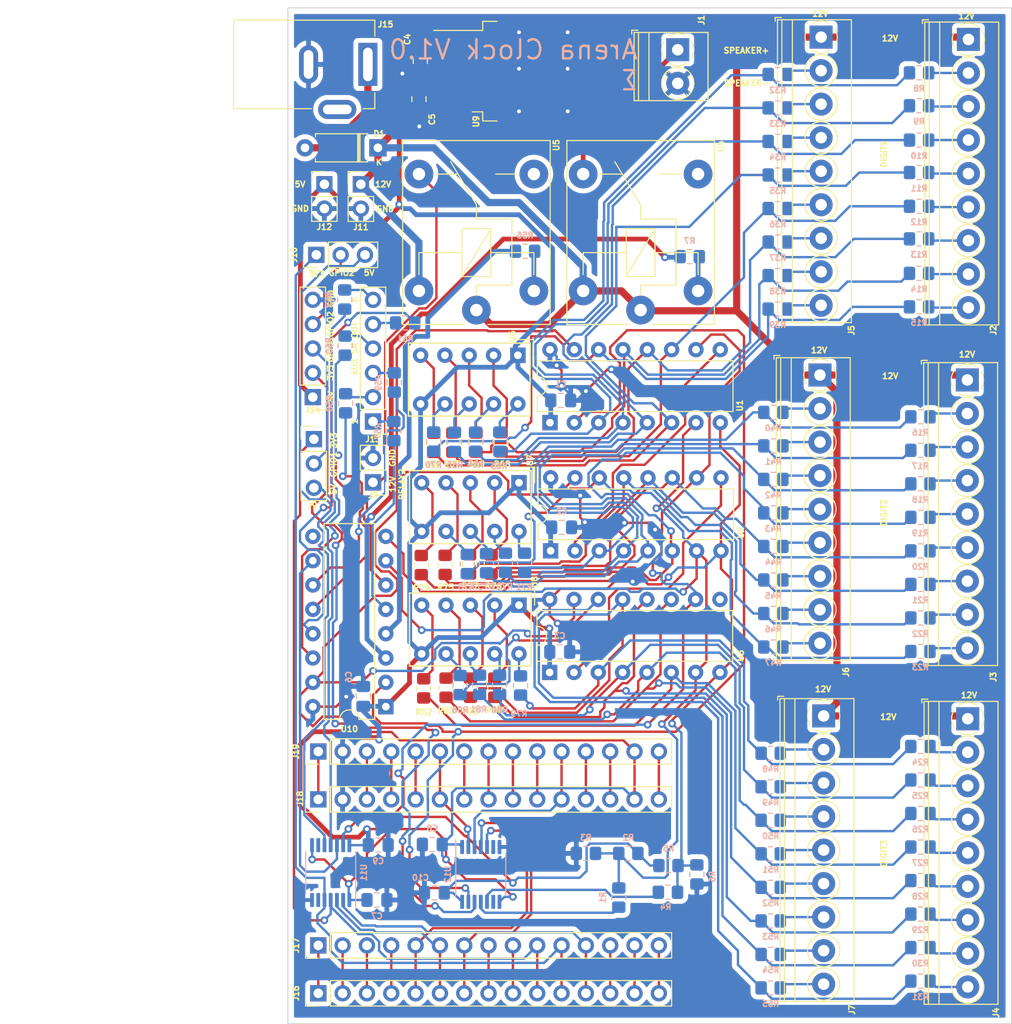
<source format=kicad_pcb>
(kicad_pcb (version 20211014) (generator pcbnew)
  (layers (0 "F.Cu" signal) (31 "B.Cu" signal) (34 "B.Paste" user) (35 "F.Paste" user) (36 "B.SilkS" user "B.Silkscreen") (37 "F.SilkS" user "F.Silkscreen") (38 "B.Mask" user) (39 "F.Mask" user) (44 "Edge.Cuts" user))
  (net 0 "")
  (net 1 "GND")
  (net 2 "+5V")
  (net 3 "+12V")
  (net 4 "+3V3")
  (net 5 "Net-(D1-Pad2)")
  (net 6 "Net-(J1-Pad1)")
  (net 7 "Net-(J2-Pad2)")
  (net 8 "Net-(J2-Pad3)")
  (net 9 "Net-(J2-Pad4)")
  (net 10 "Net-(J2-Pad5)")
  (net 11 "Net-(J2-Pad6)")
  (net 12 "Net-(J2-Pad7)")
  (net 13 "Net-(J2-Pad8)")
  (net 14 "Net-(J3-Pad2)")
  (net 15 "Net-(J3-Pad3)")
  (net 16 "Net-(J3-Pad4)")
  (net 17 "Net-(J3-Pad5)")
  (net 18 "Net-(J3-Pad6)")
  (net 19 "Net-(J3-Pad7)")
  (net 20 "Net-(J3-Pad8)")
  (net 21 "Net-(J4-Pad2)")
  (net 22 "Net-(J4-Pad3)")
  (net 23 "Net-(J4-Pad4)")
  (net 24 "Net-(J4-Pad5)")
  (net 25 "Net-(J4-Pad6)")
  (net 26 "Net-(J4-Pad7)")
  (net 27 "Net-(J4-Pad8)")
  (net 28 "Net-(J5-Pad2)")
  (net 29 "Net-(J5-Pad3)")
  (net 30 "Net-(J5-Pad4)")
  (net 31 "Net-(J5-Pad5)")
  (net 32 "Net-(J5-Pad6)")
  (net 33 "Net-(J5-Pad7)")
  (net 34 "Net-(J5-Pad8)")
  (net 35 "Net-(J6-Pad2)")
  (net 36 "Net-(J6-Pad3)")
  (net 37 "Net-(J6-Pad4)")
  (net 38 "Net-(J6-Pad5)")
  (net 39 "Net-(J6-Pad6)")
  (net 40 "Net-(J6-Pad7)")
  (net 41 "Net-(J6-Pad8)")
  (net 42 "Net-(J7-Pad2)")
  (net 43 "Net-(J7-Pad3)")
  (net 44 "Net-(J7-Pad4)")
  (net 45 "Net-(J7-Pad5)")
  (net 46 "Net-(J7-Pad6)")
  (net 47 "Net-(J7-Pad7)")
  (net 48 "Net-(J7-Pad8)")
  (net 49 "Net-(J8-Pad1)")
  (net 50 "/level_shifters/IN_3V3_7")
  (net 51 "Net-(J14-Pad3)")
  (net 52 "/level_shifters/OUT_5V_7")
  (net 53 "/level_shifters/IN_3V3_8")
  (net 54 "Net-(J10-Pad2)")
  (net 55 "/level_shifters/OUT_5V_8")
  (net 56 "Net-(J13-Pad1)")
  (net 57 "Net-(J13-Pad2)")
  (net 58 "Net-(J13-Pad3)")
  (net 59 "Net-(J13-Pad4)")
  (net 60 "Net-(J13-Pad5)")
  (net 61 "Net-(J13-Pad6)")
  (net 62 "unconnected-(J16-Pad1)")
  (net 63 "unconnected-(J16-Pad2)")
  (net 64 "unconnected-(J16-Pad3)")
  (net 65 "unconnected-(J16-Pad4)")
  (net 66 "/level_shifters/IN_3V3_4")
  (net 67 "/level_shifters/IN_3V3_6")
  (net 68 "/level_shifters/IN_3V3_3")
  (net 69 "unconnected-(J16-Pad8)")
  (net 70 "unconnected-(J16-Pad9)")
  (net 71 "/level_shifters/IN_3V3_5")
  (net 72 "unconnected-(J16-Pad13)")
  (net 73 "unconnected-(J16-Pad14)")
  (net 74 "unconnected-(J16-Pad15)")
  (net 75 "unconnected-(J18-Pad1)")
  (net 76 "unconnected-(J18-Pad3)")
  (net 77 "unconnected-(J18-Pad4)")
  (net 78 "unconnected-(J18-Pad5)")
  (net 79 "/level_shifters/IN_3V3_1")
  (net 80 "unconnected-(J18-Pad7)")
  (net 81 "unconnected-(J18-Pad8)")
  (net 82 "unconnected-(J18-Pad9)")
  (net 83 "unconnected-(J18-Pad10)")
  (net 84 "/level_shifters/IN_3V3_2")
  (net 85 "unconnected-(J18-Pad12)")
  (net 86 "unconnected-(J18-Pad13)")
  (net 87 "unconnected-(J18-Pad15)")
  (net 88 "/level_shifters/OUT_5V_3")
  (net 89 "/level_shifters/OUT_5V_4")
  (net 90 "Net-(R7-Pad1)")
  (net 91 "/auxillary_sr/AUX_SR_1")
  (net 92 "/board_output/DIGIT1_1")
  (net 93 "/board_output/DIGIT1_2")
  (net 94 "/board_output/DIGIT1_3")
  (net 95 "/board_output/DIGIT1_4")
  (net 96 "/board_output/DIGIT1_5")
  (net 97 "/board_output/DIGIT1_6")
  (net 98 "/board_output/DIGIT1_7")
  (net 99 "/board_output/DIGIT1_8")
  (net 100 "/board_output/DIGIT2_1")
  (net 101 "/board_output/DIGIT2_2")
  (net 102 "/board_output/DIGIT2_3")
  (net 103 "/board_output/DIGIT2_4")
  (net 104 "/board_output/DIGIT2_5")
  (net 105 "/board_output/DIGIT2_6")
  (net 106 "/board_output/DIGIT2_7")
  (net 107 "/board_output/DIGIT2_8")
  (net 108 "/board_output/DIGIT3_1")
  (net 109 "/board_output/DIGIT3_2")
  (net 110 "/board_output/DIGIT3_3")
  (net 111 "/board_output/DIGIT3_4")
  (net 112 "/board_output/DIGIT3_5")
  (net 113 "/board_output/DIGIT3_6")
  (net 114 "/board_output/DIGIT3_7")
  (net 115 "/board_output/DIGIT3_8")
  (net 116 "Net-(R56-Pad1)")
  (net 117 "/auxillary_sr/AUX_SR_2")
  (net 119 "/auxillary_sr/AUX_SR_3")
  (net 120 "/auxillary_sr/AUX_SR_4")
  (net 121 "/auxillary_sr/AUX_SR_5")
  (net 122 "/auxillary_sr/AUX_SR_6")
  (net 123 "/auxillary_sr/AUX_SR_7")
  (net 124 "Net-(R63-Pad2)")
  (net 125 "Net-(R64-Pad2)")
  (net 126 "Net-(R65-Pad2)")
  (net 127 "Net-(R66-Pad2)")
  (net 128 "Net-(R67-Pad2)")
  (net 129 "Net-(R68-Pad2)")
  (net 130 "Net-(R69-Pad2)")
  (net 131 "Net-(R70-Pad2)")
  (net 132 "Net-(R71-Pad2)")
  (net 133 "Net-(R72-Pad2)")
  (net 134 "Net-(R73-Pad2)")
  (net 135 "Net-(R74-Pad2)")
  (net 136 "Net-(R75-Pad2)")
  (net 137 "Net-(R76-Pad2)")
  (net 138 "Net-(R77-Pad2)")
  (net 139 "Net-(R78-Pad2)")
  (net 140 "Net-(R79-Pad2)")
  (net 141 "Net-(R80-Pad2)")
  (net 142 "Net-(R81-Pad2)")
  (net 143 "Net-(R82-Pad2)")
  (net 144 "Net-(R83-Pad2)")
  (net 145 "Net-(R84-Pad2)")
  (net 146 "Net-(R85-Pad2)")
  (net 147 "Net-(R86-Pad2)")
  (net 148 "/level_shifters/OUT_5V_1")
  (net 149 "Net-(U1-Pad9)")
  (net 150 "/level_shifters/OUT_5V_5")
  (net 151 "/level_shifters/OUT_5V_2")
  (net 152 "Net-(U2-Pad9)")
  (net 153 "/level_shifters/OUT_5V_6")
  (net 154 "/auxillary_sr/AUX_SR_8")
  (net 156 "Net-(J2-Pad9)")
  (net 157 "Net-(J3-Pad9)")
  (net 158 "Net-(J4-Pad9)")
  (net 159 "Net-(J5-Pad9)")
  (net 160 "Net-(J6-Pad9)")
  (net 161 "Net-(J7-Pad9)")
  (net 162 "/nCLR_PULLED")
  (net 163 "/nOE_PULLED")
  (footprint "Resistor_SMD:R_0805_2012Metric_Pad1.20x1.40mm_HandSolder" (layer "F.Cu") (at 146.695 110.336797 90)
    (fp_text reference "R85")
    (fp_text value "120")
  )
  (footprint "Display_7Segment:HDSP-A151" (layer "F.Cu") (at 151.765 88.940395 -90)
    (fp_text reference "U7")
    (fp_text value "HDSP-7501")
  )
  (footprint "Resistor_SMD:R_0805_2012Metric_Pad1.20x1.40mm_HandSolder" (layer "F.Cu") (at 144.054766 97.515823 90)
    (fp_text reference "R75")
    (fp_text value "120")
  )
  (footprint "Connector_PinHeader_2.54mm:PinHeader_1x02_P2.54mm_Vertical" (layer "F.Cu") (at 131.445 57.78)
    (fp_text reference "J12")
    (fp_text value "5V POW CONN")
  )
  (footprint "Relay_THT:Relay_SPDT_Finder_36.11" (layer "F.Cu") (at 164.465 70.915 90)
    (fp_text reference "U4")
    (fp_text value "J107F1CS1212VDC.36")
  )
  (footprint "Connector_PinHeader_2.54mm:PinHeader_1x03_P2.54mm_Vertical" (layer "F.Cu") (at 130.605057 65.147678 90)
    (fp_text reference "J10")
    (fp_text value "Conn_01x03_Male")
  )
  (footprint "Resistor_SMD:R_0805_2012Metric_Pad1.20x1.40mm_HandSolder" (layer "F.Cu") (at 141.560179 97.53594 90)
    (fp_text reference "R74")
    (fp_text value "120")
  )
  (footprint "Connector_BarrelJack:BarrelJack_Kycon_KLDX-0202-xC_Horizontal" (layer "F.Cu") (at 135.99 45.270398)
    (fp_text reference "J15")
    (fp_text value "Barrel_Jack")
  )
  (footprint "Connector_PinHeader_2.54mm:PinHeader_1x03_P2.54mm_Vertical" (layer "F.Cu") (at 130.346763 84.390588)
    (fp_text reference "J9")
    (fp_text value "Conn_01x03_Male")
  )
  (footprint "Package_DIP:DIP-16_W7.62mm" (layer "F.Cu") (at 155.072221 96.048434 90)
    (fp_text reference "U2")
    (fp_text value "TPIC6595")
  )
  (footprint "Resistor_SMD:R_0805_2012Metric_Pad1.20x1.40mm_HandSolder" (layer "F.Cu") (at 148.86441 97.469264 90)
    (fp_text reference "R76")
    (fp_text value "120")
  )
  (footprint "Package_DIP:DIP-16_W7.62mm" (layer "F.Cu") (at 137.863131 112.31746 180)
    (fp_text reference "U10")
    (fp_text value "TPIC6595")
  )
  (footprint "Capacitor_SMD:C_0805_2012Metric_Pad1.18x1.45mm_HandSolder" (layer "F.Cu") (at 141.46148 44.927714 -90)
    (fp_text reference "C4")
    (fp_text value "10u")
  )
  (footprint "TerminalBlock_Phoenix:TerminalBlock_Phoenix_PT-1,5-9-3.5-H_1x09_P3.50mm_Horizontal" (layer "F.Cu") (at 183.311492 42.416276 -90)
    (fp_text reference "J5")
    (fp_text value "DIGIT4")
  )
  (footprint "Connector_PinHeader_2.54mm:PinHeader_1x06_P2.54mm_Vertical" (layer "F.Cu") (at 136.525 82.55 180)
    (fp_text reference "J13")
    (fp_text value "AUX SINK")
  )
  (footprint "TerminalBlock_Phoenix:TerminalBlock_Phoenix_PT-1,5-9-3.5-H_1x09_P3.50mm_Horizontal" (layer "F.Cu") (at 183.189035 77.697397 -90)
    (fp_text reference "J6")
    (fp_text value "DIGIT5")
  )
  (footprint "Connector_PinHeader_2.54mm:PinHeader_1x02_P2.54mm_Vertical" (layer "F.Cu") (at 135.255 57.785)
    (fp_text reference "J11")
    (fp_text value "12V POW CONN")
  )
  (footprint "Resistor_SMD:R_0805_2012Metric_Pad1.20x1.40mm_HandSolder" (layer "F.Cu") (at 149.235 110.336797 90)
    (fp_text reference "R84")
    (fp_text value "120")
  )
  (footprint "Connector_PinHeader_2.54mm:PinHeader_1x02_P2.54mm_Vertical" (layer "F.Cu") (at 136.525 88.9 180)
    (fp_text reference "J8")
    (fp_text value "AUX 12V OUT")
  )
  (footprint "Connector_PinHeader_2.54mm:PinHeader_1x15_P2.54mm_Vertical" (layer "F.Cu") (at 130.81 117 90)
    (fp_text reference "J19")
    (fp_text value "CN4 Breakout")
  )
  (footprint "Capacitor_SMD:C_0805_2012Metric_Pad1.18x1.45mm_HandSolder" (layer "F.Cu") (at 141.318861 48.895 -90)
    (fp_text reference "C5")
    (fp_text value "10u")
  )
  (footprint "Resistor_SMD:R_0805_2012Metric_Pad1.20x1.40mm_HandSolder" (layer "F.Cu") (at 149.893417 84.715406 90)
    (fp_text reference "R68")
    (fp_text value "120")
  )
  (footprint "Relay_THT:Relay_SPDT_Finder_36.11" (layer "F.Cu") (at 147.32 70.915 90)
    (fp_text reference "U5")
    (fp_text value "J107F1CS1212VDC.36")
  )
  (footprint "TerminalBlock_Phoenix:TerminalBlock_Phoenix_PT-1,5-9-3.5-H_1x09_P3.50mm_Horizontal" (layer "F.Cu") (at 198.620507 113.576782 -90)
    (fp_text reference "J4")
    (fp_text value "DIGIT3")
  )
  (footprint "TerminalBlock_Phoenix:TerminalBlock_Phoenix_PT-1,5-9-3.5-H_1x09_P3.50mm_Horizontal" (layer "F.Cu") (at 198.691614 42.66074 -90)
    (fp_text reference "J2")
    (fp_text value "DIGIT1")
  )
  (footprint "Resistor_SMD:R_0805_2012Metric_Pad1.20x1.40mm_HandSolder" (layer "F.Cu") (at 141.81789 110.403268 90)
    (fp_text reference "R82")
    (fp_text value "120")
  )
  (footprint "Connector_PinHeader_2.54mm:PinHeader_1x05_P2.54mm_Vertical" (layer "F.Cu") (at 130.23837 80.005 180)
    (fp_text reference "J14")
    (fp_text value "AUX GPIO")
  )
  (footprint "Connector_PinHeader_2.54mm:PinHeader_1x15_P2.54mm_Vertical" (layer "F.Cu") (at 130.81 137.24 90)
    (fp_text reference "J17")
    (fp_text value "CN3")
  )
  (footprint "Package_DIP:DIP-16_W7.62mm" (layer "F.Cu") (at 154.96629 108.741837 90)
    (fp_text reference "U3")
    (fp_text value "TPIC6595")
  )
  (footprint "Diode_THT:D_A-405_P7.62mm_Horizontal" (layer "F.Cu") (at 137.039682 53.975 180)
    (fp_text reference "D1")
    (fp_text value "D_Schottky")
  )
  (footprint "TerminalBlock_Phoenix:TerminalBlock_Phoenix_PT-1,5-9-3.5-H_1x09_P3.50mm_Horizontal" (layer "F.Cu") (at 183.577 113.287 -90)
    (fp_text reference "J7")
    (fp_text value "DIGIT6")
  )
  (footprint "Package_TO_SOT_SMD:TO-263-5_TabPin6" (layer "F.Cu") (at 150.93 45.970627)
    (fp_text reference "U9")
    (fp_text value "BD50FD0WFP")
  )
  (footprint "TerminalBlock_Phoenix:TerminalBlock_Phoenix_PT-1,5-2-3.5-H_1x02_P3.50mm_Horizontal" (layer "F.Cu") (at 168.34 43.740627 -90)
    (fp_text reference "J1")
    (fp_text value "SPEAKER ENABLE")
  )
  (footprint "Resistor_SMD:R_0805_2012Metric_Pad1.20x1.40mm_HandSolder" (layer "F.Cu") (at 144.155 110.336797 90)
    (fp_text reference "R83")
    (fp_text value "120")
  )
  (footprint "Package_DIP:DIP-16_W7.62mm" (layer "F.Cu") (at 155.000235 82.666291 90)
    (fp_text reference "U1")
    (fp_text value "TPIC6595")
  )
  (footprint "Resistor_SMD:R_0805_2012Metric_Pad1.20x1.40mm_HandSolder" (layer "F.Cu") (at 146.603092 97.455381 90)
    (fp_text reference "R77")
    (fp_text value "120")
  )
  (footprint "Display_7Segment:HDSP-A151" (layer "F.Cu") (at 151.649949 75.631751 -90)
    (fp_text reference "U6")
    (fp_text value "HDSP-7501")
  )
  (footprint "TerminalBlock_Phoenix:TerminalBlock_Phoenix_PT-1,5-9-3.5-H_1x09_P3.50mm_Horizontal" (layer "F.Cu") (at 198.579746 78.211074 -90)
    (fp_text reference "J3")
    (fp_text value "DIGIT2")
  )
  (footprint "Resistor_SMD:R_0805_2012Metric_Pad1.20x1.40mm_HandSolder" (layer "F.Cu") (at 142.864697 84.765573 90)
    (fp_text reference "R66")
    (fp_text value "120")
  )
  (footprint "Connector_PinHeader_2.54mm:PinHeader_1x15_P2.54mm_Vertical" (layer "F.Cu") (at 130.81 142.24 90)
    (fp_text reference "J16")
    (fp_text value "CN3 Breakout")
  )
  (footprint "Resistor_SMD:R_0805_2012Metric_Pad1.20x1.40mm_HandSolder" (layer "F.Cu") (at 144.860546 84.743572 90)
    (fp_text reference "R67")
    (fp_text value "120")
  )
  (footprint "Connector_PinHeader_2.54mm:PinHeader_1x15_P2.54mm_Vertical" (layer "F.Cu") (at 130.81 122 90)
    (fp_text reference "J18")
    (fp_text value "CN4")
  )
  (footprint "Resistor_SMD:R_0805_2012Metric_Pad1.20x1.40mm_HandSolder" (layer "F.Cu") (at 147.276501 84.745485 90)
    (fp_text reference "R69")
    (fp_text value "120")
  )
  (footprint "Display_7Segment:HDSP-A151" (layer "F.Cu") (at 151.765 101.721001 -90)
    (fp_text reference "U8")
    (fp_text value "HDSP-7501")
  )
  (footprint "Resistor_SMD:R_0805_2012Metric_Pad1.20x1.40mm_HandSolder" (layer "B.Cu") (at 133.564503 69.81539 -90)
    (fp_text reference "R62")
    (fp_text value "0")
  )
  (footprint "Resistor_SMD:R_0805_2012Metric_Pad1.20x1.40mm_HandSolder" (layer "B.Cu") (at 193.675 119.97)
    (fp_text reference "R25")
    (fp_text value "15")
  )
  (footprint "Resistor_SMD:R_0805_2012Metric_Pad1.20x1.40mm_HandSolder" (layer "B.Cu") (at 193.675 103.054292)
    (fp_text reference "R22")
    (fp_text value "15")
  )
  (footprint "Resistor_SMD:R_0805_2012Metric_Pad1.20x1.40mm_HandSolder" (layer "B.Cu") (at 147.223004 84.651916 90)
    (fp_text reference "R64")
    (fp_text value "120")
  )
  (footprint "Resistor_SMD:R_0805_2012Metric_Pad1.20x1.40mm_HandSolder" (layer "B.Cu") (at 178.044408 134.680724)
    (fp_text reference "R53")
    (fp_text value "15")
  )
  (footprint "Resistor_SMD:R_0805_2012Metric_Pad1.20x1.40mm_HandSolder" (layer "B.Cu") (at 193.675 137.47)
    (fp_text reference "R30")
    (fp_text value "15")
  )
  (footprint "Resistor_SMD:R_0805_2012Metric_Pad1.20x1.40mm_HandSolder" (layer "B.Cu") (at 149.743952 110.029999 90)
    (fp_text reference "R80")
    (fp_text value "120")
  )
  (footprint "Resistor_SMD:R_0805_2012Metric_Pad1.20x1.40mm_HandSolder" (layer "B.Cu") (at 178.781754 63.81)
    (fp_text reference "R37")
    (fp_text value "15")
  )
  (footprint "Resistor_SMD:R_0805_2012Metric_Pad1.20x1.40mm_HandSolder" (layer "B.Cu") (at 178.044408 120.680724)
    (fp_text reference "R49")
    (fp_text value "15")
  )
  (footprint "Resistor_SMD:R_0805_2012Metric_Pad1.20x1.40mm_HandSolder" (layer "B.Cu") (at 178.321623 95.591121)
    (fp_text reference "R44")
    (fp_text value "15")
  )
  (footprint "Capacitor_SMD:C_0805_2012Metric_Pad1.18x1.45mm_HandSolder" (layer "B.Cu") (at 135.505961 111.241903 -90)
    (fp_text reference "C6")
    (fp_text value "C_Small")
  )
  (footprint "Resistor_SMD:R_0805_2012Metric_Pad1.20x1.40mm_HandSolder" (layer "B.Cu") (at 146.365534 97.42685 90)
    (fp_text reference "R78")
    (fp_text value "120")
  )
  (footprint "Resistor_SMD:R_0805_2012Metric_Pad1.20x1.40mm_HandSolder" (layer "B.Cu") (at 193.675 89.054292)
    (fp_text reference "R18")
    (fp_text value "15")
  )
  (footprint "Resistor_SMD:R_0805_2012Metric_Pad1.20x1.40mm_HandSolder" (layer "B.Cu") (at 149.759673 84.651916 90)
    (fp_text reference "R63")
    (fp_text value "120")
  )
  (footprint "Resistor_SMD:R_0805_2012Metric_Pad1.20x1.40mm_HandSolder" (layer "B.Cu") (at 151.928943 110.105295 90)
    (fp_text reference "R79")
    (fp_text value "120")
  )
  (footprint "Resistor_SMD:R_0805_2012Metric_Pad1.20x1.40mm_HandSolder" (layer "B.Cu") (at 170.336685 129.833847 -90)
    (fp_text reference "R6")
    (fp_text value "100k")
  )
  (footprint "Resistor_SMD:R_0805_2012Metric_Pad1.20x1.40mm_HandSolder" (layer "B.Cu") (at 193.537011 60.080461)
    (fp_text reference "R12")
    (fp_text value "15")
  )
  (footprint "Resistor_SMD:R_0805_2012Metric_Pad1.20x1.40mm_HandSolder" (layer "B.Cu") (at 169.588877 65.335371 180)
    (fp_text reference "R7")
    (fp_text value "0")
  )
  (footprint "Resistor_SMD:R_0805_2012Metric_Pad1.20x1.40mm_HandSolder" (layer "B.Cu") (at 193.675 92.554292)
    (fp_text reference "R19")
    (fp_text value "15")
  )
  (footprint "Resistor_SMD:R_0805_2012Metric_Pad1.20x1.40mm_HandSolder" (layer "B.Cu") (at 193.675 140.97)
    (fp_text reference "R31")
    (fp_text value "15")
  )
  (footprint "Resistor_SMD:R_0805_2012Metric_Pad1.20x1.40mm_HandSolder" (layer "B.Cu") (at 139.882715 72.252838)
    (fp_text reference "R61")
    (fp_text value "0")
  )
  (footprint "Resistor_SMD:R_0805_2012Metric_Pad1.20x1.40mm_HandSolder" (layer "B.Cu") (at 148.37024 97.342221 90)
    (fp_text reference "R73")
    (fp_text value "120")
  )
  (footprint "Resistor_SMD:R_0805_2012Metric_Pad1.20x1.40mm_HandSolder" (layer "B.Cu") (at 193.675 99.554292)
    (fp_text reference "R21")
    (fp_text value "15")
  )
  (footprint "Package_SO:TSSOP-14_4.4x5mm_P0.65mm" (layer "B.Cu") (at 132.10578 129.638866 90)
    (fp_text reference "U11")
    (fp_text value "TXU0104")
  )
  (footprint "Resistor_SMD:R_0805_2012Metric_Pad1.20x1.40mm_HandSolder" (layer "B.Cu") (at 178.781754 56.81)
    (fp_text reference "R35")
    (fp_text value "15")
  )
  (footprint "Resistor_SMD:R_0805_2012Metric_Pad1.20x1.40mm_HandSolder" (layer "B.Cu") (at 193.675 85.554292)
    (fp_text reference "R17")
    (fp_text value "15")
  )
  (footprint "Capacitor_SMD:C_0805_2012Metric_Pad1.18x1.45mm_HandSolder" (layer "B.Cu") (at 142.930815 131.745354 180)
    (fp_text reference "C10")
    (fp_text value "0.1u")
  )
  (footprint "Resistor_SMD:R_0805_2012Metric_Pad1.20x1.40mm_HandSolder" (layer "B.Cu") (at 138.743119 78.47819 -90)
    (fp_text reference "R59")
    (fp_text value "0")
  )
  (footprint "Resistor_SMD:R_0805_2012Metric_Pad1.20x1.40mm_HandSolder" (layer "B.Cu") (at 193.675 82.054292)
    (fp_text reference "R16")
    (fp_text value "15")
  )
  (footprint "Resistor_SMD:R_0805_2012Metric_Pad1.20x1.40mm_HandSolder" (layer "B.Cu") (at 193.537011 63.47862)
    (fp_text reference "R13")
    (fp_text value "15")
  )
  (footprint "Capacitor_SMD:C_0805_2012Metric_Pad1.18x1.45mm_HandSolder" (layer "B.Cu") (at 137.068746 126.763316)
    (fp_text reference "C9")
    (fp_text value "0.1u")
  )
  (footprint "Resistor_SMD:R_0805_2012Metric_Pad1.20x1.40mm_HandSolder" (layer "B.Cu") (at 193.675 106.554292)
    (fp_text reference "R23")
    (fp_text value "15")
  )
  (footprint "Resistor_SMD:R_0805_2012Metric_Pad1.20x1.40mm_HandSolder" (layer "B.Cu") (at 178.044408 131.180724)
    (fp_text reference "R52")
    (fp_text value "15")
  )
  (footprint "Resistor_SMD:R_0805_2012Metric_Pad1.20x1.40mm_HandSolder" (layer "B.Cu") (at 152.34994 97.292161 90)
    (fp_text reference "R71")
    (fp_text value "120")
  )
  (footprint "Capacitor_SMD:C_0805_2012Metric_Pad1.18x1.45mm_HandSolder" (layer "B.Cu") (at 156.218343 93.595662 180)
    (fp_text reference "C2")
    (fp_text value "C_Small")
  )
  (footprint "Resistor_SMD:R_0805_2012Metric_Pad1.20x1.40mm_HandSolder" (layer "B.Cu") (at 178.781754 49.81)
    (fp_text reference "R33")
    (fp_text value "15")
  )
  (footprint "Resistor_SMD:R_0805_2012Metric_Pad1.20x1.40mm_HandSolder" (layer "B.Cu") (at 193.675 133.97)
    (fp_text reference "R29")
    (fp_text value "15")
  )
  (footprint "Resistor_SMD:R_0805_2012Metric_Pad1.20x1.40mm_HandSolder" (layer "B.Cu") (at 178.044408 127.680724)
    (fp_text reference "R51")
    (fp_text value "15")
  )
  (footprint "Capacitor_SMD:C_0805_2012Metric_Pad1.18x1.45mm_HandSolder" (layer "B.Cu") (at 156.02005 106.601156 180)
    (fp_text reference "C3")
    (fp_text value "C_Small")
  )
  (footprint "Resistor_SMD:R_0805_2012Metric_Pad1.20x1.40mm_HandSolder" (layer "B.Cu") (at 158.75 127.635 180)
    (fp_text reference "R3")
    (fp_text value "100k")
  )
  (footprint "Resistor_SMD:R_0805_2012Metric_Pad1.20x1.40mm_HandSolder" (layer "B.Cu") (at 167.313197 131.690706 180)
    (fp_text reference "R4")
    (fp_text value "0")
  )
  (footprint "Resistor_SMD:R_0805_2012Metric_Pad1.20x1.40mm_HandSolder" (layer "B.Cu") (at 193.675 96.054292)
    (fp_text reference "R20")
    (fp_text value "15")
  )
  (footprint "Resistor_SMD:R_0805_2012Metric_Pad1.20x1.40mm_HandSolder" (layer "B.Cu") (at 178.044408 138.180724)
    (fp_text reference "R54")
    (fp_text value "15")
  )
  (footprint "Resistor_SMD:R_0805_2012Metric_Pad1.20x1.40mm_HandSolder" (layer "B.Cu") (at 178.781754 60.31)
    (fp_text reference "R36")
    (fp_text value "15")
  )
  (footprint "Resistor_SMD:R_0805_2012Metric_Pad1.20x1.40mm_HandSolder" (layer "B.Cu") (at 193.537011 56.555183)
    (fp_text reference "R11")
    (fp_text value "15")
  )
  (footprint "Resistor_SMD:R_0805_2012Metric_Pad1.20x1.40mm_HandSolder" (layer "B.Cu") (at 178.781754 53.31)
    (fp_text reference "R34")
    (fp_text value "15")
  )
  (footprint "Resistor_SMD:R_0805_2012Metric_Pad1.20x1.40mm_HandSolder" (layer "B.Cu") (at 178.044408 117.180724)
    (fp_text reference "R48")
    (fp_text value "15")
  )
  (footprint "Resistor_SMD:R_0805_2012Metric_Pad1.20x1.40mm_HandSolder" (layer "B.Cu") (at 147.655099 110.029999 90)
    (fp_text reference "R81")
    (fp_text value "120")
  )
  (footprint "Resistor_SMD:R_0805_2012Metric_Pad1.20x1.40mm_HandSolder" (layer "B.Cu") (at 193.675 116.47)
    (fp_text reference "R24")
    (fp_text value "15")
  )
  (footprint "Resistor_SMD:R_0805_2012Metric_Pad1.20x1.40mm_HandSolder" (layer "B.Cu") (at 163.181805 127.635 180)
    (fp_text reference "R2")
    (fp_text value "100k")
  )
  (footprint "Resistor_SMD:R_0805_2012Metric_Pad1.20x1.40mm_HandSolder" (layer "B.Cu") (at 178.781754 67.31)
    (fp_text reference "R38")
    (fp_text value "15")
  )
  (footprint "Capacitor_SMD:C_0805_2012Metric_Pad1.18x1.45mm_HandSolder" (layer "B.Cu") (at 142.713865 126.702209 180)
    (fp_text reference "C8")
    (fp_text value "0.1u")
  )
  (footprint "Resistor_SMD:R_0805_2012Metric_Pad1.20x1.40mm_HandSolder" (layer "B.Cu") (at 193.537011 67.080461)
    (fp_text reference "R14")
    (fp_text value "15")
  )
  (footprint "Resistor_SMD:R_0805_2012Metric_Pad1.20x1.40mm_HandSolder" (layer "B.Cu") (at 178.321623 85.091121)
    (fp_text reference "R41")
    (fp_text value "15")
  )
  (footprint "Resistor_SMD:R_0805_2012Metric_Pad1.20x1.40mm_HandSolder" (layer "B.Cu") (at 150.347575 97.292161 90)
    (fp_text reference "R72")
    (fp_text value "120")
  )
  (footprint "Capacitor_SMD:C_0805_2012Metric_Pad1.18x1.45mm_HandSolder" (layer "B.Cu") (at 156.121524 80.344205 180)
    (fp_text reference "C1")
    (fp_text value "C_Small")
  )
  (footprint "Resistor_SMD:R_0805_2012Metric_Pad1.20x1.40mm_HandSolder" (layer "B.Cu") (at 193.537011 53.170391)
    (fp_text reference "R10")
    (fp_text value "15")
  )
  (footprint "Resistor_SMD:R_0805_2012Metric_Pad1.20x1.40mm_HandSolder" (layer "B.Cu") (at 133.659615 80.645 -90)
    (fp_text reference "R58")
    (fp_text value "0")
  )
  (footprint "Resistor_SMD:R_0805_2012Metric_Pad1.20x1.40mm_HandSolder" (layer "B.Cu") (at 193.675 130.47)
    (fp_text reference "R28")
    (fp_text value "15")
  )
  (footprint "Resistor_SMD:R_0805_2012Metric_Pad1.20x1.40mm_HandSolder" (layer "B.Cu") (at 178.321623 81.591121)
    (fp_text reference "R40")
    (fp_text value "15")
  )
  (footprint "Resistor_SMD:R_0805_2012Metric_Pad1.20x1.40mm_HandSolder" (layer "B.Cu") (at 178.321623 88.591121)
    (fp_text reference "R42")
    (fp_text value "15")
  )
  (footprint "Capacitor_SMD:C_0805_2012Metric_Pad1.18x1.45mm_HandSolder" (layer "B.Cu") (at 136.931229 132.498744)
    (fp_text reference "C7")
    (fp_text value "0.1u")
  )
  (footprint "Resistor_SMD:R_0805_2012Metric_Pad1.20x1.40mm_HandSolder" (layer "B.Cu") (at 138.698817 83.551182 -90)
    (fp_text reference "R57")
    (fp_text value "0")
  )
  (footprint "Resistor_SMD:R_0805_2012Metric_Pad1.20x1.40mm_HandSolder" (layer "B.Cu") (at 178.781754 70.81)
    (fp_text reference "R39")
    (fp_text value "15")
  )
  (footprint "Resistor_SMD:R_0805_2012Metric_Pad1.20x1.40mm_HandSolder" (layer "B.Cu") (at 193.675 126.97)
    (fp_text reference "R27")
    (fp_text value "15")
  )
  (footprint "Resistor_SMD:R_0805_2012Metric_Pad1.20x1.40mm_HandSolder" (layer "B.Cu") (at 178.321623 92.091121)
    (fp_text reference "R43")
    (fp_text value "15")
  )
  (footprint "Resistor_SMD:R_0805_2012Metric_Pad1.20x1.40mm_HandSolder" (layer "B.Cu") (at 178.321623 102.591121)
    (fp_text reference "R46")
    (fp_text value "15")
  )
  (footprint "Package_SO:TSSOP-14_4.4x5mm_P0.65mm" (layer "B.Cu") (at 147.776955 129.831583 -90)
    (fp_text reference "U12")
    (fp_text value "TXU0104")
  )
  (footprint "Resistor_SMD:R_0805_2012Metric_Pad1.20x1.40mm_HandSolder" (layer "B.Cu") (at 167.37 128.905)
    (fp_text reference "R5")
    (fp_text value "100k")
  )
  (footprint "Resistor_SMD:R_0805_2012Metric_Pad1.20x1.40mm_HandSolder" (layer "B.Cu") (at 152.4 64.77 180)
    (fp_text reference "R56")
    (fp_text value "0")
  )
  (footprint "Resistor_SMD:R_0805_2012Metric_Pad1.20x1.40mm_HandSolder" (layer "B.Cu") (at 133.609556 74.628462 -90)
    (fp_text reference "R60")
    (fp_text value "0")
  )
  (footprint "Resistor_SMD:R_0805_2012Metric_Pad1.20x1.40mm_HandSolder" (layer "B.Cu") (at 145.029707 84.672804 90)
    (fp_text reference "R65")
    (fp_text value "120")
  )
  (footprint "Resistor_SMD:R_0805_2012Metric_Pad1.20x1.40mm_HandSolder" (layer "B.Cu") (at 142.855976 84.649398 90)
    (fp_text reference "R70")
    (fp_text value "120")
  )
  (footprint "Resistor_SMD:R_0805_2012Metric_Pad1.20x1.40mm_HandSolder" (layer "B.Cu") (at 178.321623 106.091121)
    (fp_text reference "R47")
    (fp_text value "15")
  )
  (footprint "Resistor_SMD:R_0805_2012Metric_Pad1.20x1.40mm_HandSolder" (layer "B.Cu") (at 193.537011 70.580461)
    (fp_text reference "R15")
    (fp_text value "15")
  )
  (footprint "Resistor_SMD:R_0805_2012Metric_Pad1.20x1.40mm_HandSolder" (layer "B.Cu") (at 145.609763 110.059011 90)
    (fp_text reference "R86")
    (fp_text value "120")
  )
  (footprint "Resistor_SMD:R_0805_2012Metric_Pad1.20x1.40mm_HandSolder" (layer "B.Cu") (at 178.044408 124.180724)
    (fp_text reference "R50")
    (fp_text value "15")
  )
  (footprint "Resistor_SMD:R_0805_2012Metric_Pad1.20x1.40mm_HandSolder" (layer "B.Cu") (at 162.181805 132.246207 -90)
    (fp_text reference "R1")
    (fp_text value "0")
  )
  (footprint "Resistor_SMD:R_0805_2012Metric_Pad1.20x1.40mm_HandSolder" (layer "B.Cu") (at 178.781754 46.31)
    (fp_text reference "R32")
    (fp_text value "15")
  )
  (footprint "Resistor_SMD:R_0805_2012Metric_Pad1.20x1.40mm_HandSolder" (layer "B.Cu") (at 178.321623 99.091121)
    (fp_text reference "R45")
    (fp_text value "15")
  )
  (footprint "Resistor_SMD:R_0805_2012Metric_Pad1.20x1.40mm_HandSolder" (layer "B.Cu") (at 193.537011 46.144385)
    (fp_text reference "R8")
    (fp_text value "15")
  )
  (footprint "Resistor_SMD:R_0805_2012Metric_Pad1.20x1.40mm_HandSolder" (layer "B.Cu") (at 193.675 123.47)
    (fp_text reference "R26")
    (fp_text value "15")
  )
  (footprint "Resistor_SMD:R_0805_2012Metric_Pad1.20x1.40mm_HandSolder" (layer "B.Cu") (at 178.044408 141.680724)
    (fp_text reference "R55")
    (fp_text value "15")
  )
  (footprint "Resistor_SMD:R_0805_2012Metric_Pad1.20x1.40mm_HandSolder" (layer "B.Cu") (at 193.537011 49.580461)
    (fp_text reference "R9")
    (fp_text value "15")
  )
  (gr_rect (start 203.2 39.37) (end 127.635 145.415) (layer "Edge.Cuts") (width 0.1) (fill none))
  (gr_text "Arena Clock V1.0\nΣ" (at 164.338 45.339) (layer "B.SilkS") (effects (font (size 2 2) (thickness 0.25)) (justify left mirror)))
  (gr_text "12V" (at 183.100678 75.108686) (layer "F.SilkS") (effects (font (size 0.6 0.6))))
  (gr_text "3V3" (at 132.424173 84.519826 90) (layer "F.SilkS") (effects (font (size 0.6 0.6))))
  (gr_text "GND" (at 128.905 60.325) (layer "F.SilkS") (effects (font (size 0.6 0.6))))
  (gr_text "5V" (at 136.124082 67.015128) (layer "F.SilkS") (effects (font (size 0.6 0.6))))
  (gr_text "5V" (at 132.424173 89.630028 90) (layer "F.SilkS") (effects (font (size 0.6 0.6))))
  (gr_text "GND" (at 137.795 60.355) (layer "F.SilkS") (effects (font (size 0.6 0.6))))
  (gr_text "3V3" (at 132.08 77.47 90) (layer "F.SilkS") (effects (font (size 0.6 0.6))))
  (gr_text "GND" (at 138.570916 86.337723 90) (layer "F.SilkS") (effects (font (size 0.6 0.6))))
  (gr_text "12V\nRELAY2" (at 139.065 89.097483 90) (layer "F.SilkS") (effects (font (size 0.6 0.6))))
  (gr_text "12V" (at 190.528473 77.800861) (layer "F.SilkS") (effects (font (size 0.6 0.6))))
  (gr_text "5V" (at 132.164349 79.932158 90) (layer "F.SilkS") (effects (font (size 0.6 0.6))))
  (gr_text "12V" (at 183.225241 39.981885) (layer "F.SilkS") (effects (font (size 0.6 0.6))))
  (gr_text "GPIO2" (at 132.08 72.39 90) (layer "F.SilkS") (effects (font (size 0.6 0.6))))
  (gr_text "GND" (at 132.138318 69.718093 90) (layer "F.SilkS") (effects (font (size 0.6 0.6))))
  (gr_text "6" (at 134.62 69.85 90) (layer "F.SilkS") (effects (font (size 0.6 0.6))))
  (gr_text "1" (at 134.62 82.55 90) (layer "F.SilkS") (effects (font (size 0.6 0.6))))
  (gr_text "GPIO1" (at 132.071489 75.021107 90) (layer "F.SilkS") (effects (font (size 0.6 0.6))))
  (gr_text "GPIO1" (at 132.413643 87.038551 90) (layer "F.SilkS") (effects (font (size 0.6 0.6))))
  (gr_text "12V" (at 190.32783 113.38739) (layer "F.SilkS") (effects (font (size 0.6 0.6))))
  (gr_text "12V" (at 198.484224 40.231012) (layer "F.SilkS") (effects (font (size 0.6 0.6))))
  (gr_text "SPEAKER+" (at 175.501835 43.818904) (layer "F.SilkS") (effects (font (size 0.6 0.6))))
  (gr_text "GPIO2" (at 133.243637 67.028328) (layer "F.SilkS") (effects (font (size 0.6 0.6))))
  (gr_text "3V3" (at 130.605057 67.145055) (layer "F.SilkS") (effects (font (size 0.6 0.6))))
  (gr_text "DIGIT2" (at 189.865 92.075 90) (layer "F.SilkS") (effects (font (size 0.6 0.6))))
  (gr_text "12V" (at 137.580747 57.785) (layer "F.SilkS") (effects (font (size 0.6 0.6))))
  (gr_text "12V" (at 183.515 110.49) (layer "F.SilkS") (effects (font (size 0.6 0.6))))
  (gr_text "5V" (at 128.905 57.785) (layer "F.SilkS") (effects (font (size 0.6 0.6))))
  (gr_text "DIGIT3" (at 189.865 127.635 90) (layer "F.SilkS") (effects (font (size 0.6 0.6))))
  (gr_text "DIGIT1" (at 189.865 54.61 90) (layer "F.SilkS") (effects (font (size 0.6 0.6))))
  (gr_text "SPEAKER-" (at 175.528997 47.230994) (layer "F.SilkS") (effects (font (size 0.6 0.6))))
  (gr_text "12V" (at 198.546505 75.544657) (layer "F.SilkS") (effects (font (size 0.6 0.6))))
  (gr_text "12V" (at 190.5 42.545) (layer "F.SilkS") (effects (font (size 0.6 0.6))))
  (gr_text "AUX SR OUT" (at 134.62 74.93 90) (layer "F.SilkS") (effects (font (size 0.6 0.6))))
  (gr_text "12V" (at 198.755 111.125) (layer "F.SilkS") (effects (font (size 0.6 0.6))))
  (segment (start 154.96629 101.121837) (end 154.96629 102.792508) (width 0.25) (layer "F.Cu") (net 1))
  (segment (start 130.243131 112.31746) (end 132.676652 112.31746) (width 0.25) (layer "F.Cu") (net 1))
  (segment (start 156.21 77.195426) (end 155.703401 76.688827) (width 0.25) (layer "F.Cu") (net 1))
  (segment (start 132.676652 112.31746) (end 133.728196 111.265916) (width 0.25) (layer "F.Cu") (net 1))
  (segment (start 156.21 78.8295) (end 156.21 77.195426) (width 0.25) (layer "F.Cu") (net 1))
  (segment (start 139.845997 45.965214) (end 139.586616 46.224595) (width 0.75) (layer "F.Cu") (net 1))
  (segment (start 156.09129 99.996837) (end 154.96629 101.121837) (width 0.25) (layer "F.Cu") (net 1))
  (segment (start 141.466893 45.970627) (end 141.46148 45.965214) (width 0.75) (layer "F.Cu") (net 1))
  (segment (start 163.634503 99.255497) (end 161.735087 99.255497) (width 0.25) (layer "F.Cu") (net 1))
  (segment (start 160.993747 99.996837) (end 156.09129 99.996837) (width 0.25) (layer "F.Cu") (net 1))
  (segment (start 154.96629 102.792508) (end 155.793274 103.619492) (width 0.25) (layer "F.Cu") (net 1))
  (segment (start 141.318861 51.705268) (end 141.352702 51.739109) (width 0.75) (layer "F.Cu") (net 1))
  (segment (start 161.735087 99.255497) (end 160.993747 99.996837) (width 0.25) (layer "F.Cu") (net 1))
  (segment (start 141.46148 45.965214) (end 139.845997 45.965214) (width 0.75) (layer "F.Cu") (net 1))
  (segment (start 158.163282 92.581964) (end 158.642661 93.061343) (width 0.25) (layer "F.Cu") (net 1))
  (segment (start 141.318861 49.9325) (end 141.318861 51.705268) (width 0.75) (layer "F.Cu") (net 1))
  (segment (start 133.35 117) (end 133.35 122) (width 0.25) (layer "F.Cu") (net 1))
  (segment (start 158.75 79.375) (end 161.020833 77.104167) (width 0.25) (layer "F.Cu") (net 1))
  (segment (start 158.163282 90.277934) (end 158.163282 92.581964) (width 0.25) (layer "F.Cu") (net 1))
  (segment (start 161.020833 77.104167) (end 161.415848 77.104167) (width 0.25) (layer "F.Cu") (net 1))
  (segment (start 145.155 45.970627) (end 141.466893 45.970627) (width 0.75) (layer "F.Cu") (net 1))
  (segment (start 165.974549 93.829951) (end 165.269438 93.12484) (width 0.25) (layer "F.Cu") (net 1))
  (segment (start 165.269438 93.12484) (end 162.758684 93.12484) (width 0.25) (layer "F.Cu") (net 1))
  (via (at 139.586616 46.224595) (size 0.8) (drill 0.4) (layers "F.Cu" "B.Cu") (net 1))
  (via (at 156.845 41.91) (size 0.8) (drill 0.4) (layers "F.Cu" "B.Cu") (net 1))
  (via (at 162.758684 93.12484) (size 0.8) (drill 0.4) (layers "F.Cu" "B.Cu") (net 1))
  (via (at 151.765 45.72) (size 0.8) (drill 0.4) (layers "F.Cu" "B.Cu") (net 1))
  (via (at 155.703401 76.688827) (size 0.8) (drill 0.4) (layers "F.Cu" "B.Cu") (net 1))
  (via (at 163.634503 99.255497) (size 0.8) (drill 0.4) (layers "F.Cu" "B.Cu") (net 1))
  (via (at 158.163282 90.277934) (size 0.8) (drill 0.4) (layers "F.Cu" "B.Cu") (net 1))
  (via (at 161.415848 77.104167) (size 0.8) (drill 0.4) (layers "F.Cu" "B.Cu") (net 1))
  (via (at 151.765 50.165) (size 0.8) (drill 0.4) (layers "F.Cu" "B.Cu") (net 1))
  (via (at 156.845 45.72) (size 0.8) (drill 0.4) (layers "F.Cu" "B.Cu") (net 1))
  (via (at 158.642661 93.061343) (size 0.8) (drill 0.4) (layers "F.Cu" "B.Cu") (net 1))
  (via (at 165.974549 93.829951) (size 0.8) (drill 0.4) (layers "F.Cu" "B.Cu") (net 1))
  (via (at 141.352702 51.739109) (size 0.8) (drill 0.4) (layers "F.Cu" "B.Cu") (net 1))
  (via (at 156.845 50.165) (size 0.8) (drill 0.4) (layers "F.Cu" "B.Cu") (net 1))
  (via (at 151.765 41.91) (size 0.8) (drill 0.4) (layers "F.Cu" "B.Cu") (net 1))
  (via (at 155.793274 103.619492) (size 0.8) (drill 0.4) (layers "F.Cu" "B.Cu") (net 1))
  (via (at 156.21 78.8295) (size 0.8) (drill 0.4) (layers "F.Cu" "B.Cu") (net 1))
  (via (at 158.75 79.375) (size 0.8) (drill 0.4) (layers "F.Cu" "B.Cu") (net 1))
  (via (at 133.728196 111.265916) (size 0.8) (drill 0.4) (layers "F.Cu" "B.Cu") (net 1))
  (segment (start 155.072221 89.667221) (end 155.072221 88.428434) (width 0.25) (layer "B.Cu") (net 1))
  (segment (start 155.682934 90.277934) (end 155.072221 89.667221) (width 0.25) (layer "B.Cu") (net 1))
  (segment (start 162.194167 77.104167) (end 164.465 79.375) (width 0.25) (layer "B.Cu") (net 1))
  (segment (start 155.703401 76.688827) (end 155.703401 75.749457) (width 0.25) (layer "B.Cu") (net 1))
  (segment (start 157.159024 80.344205) (end 157.159024 79.778524) (width 0.25) (layer "B.Cu") (net 1))
  (segment (start 158.108342 93.595662) (end 157.255843 93.595662) (width 0.25) (layer "B.Cu") (net 1))
  (segment (start 166.357221 96.514425) (end 163.634503 99.237143) (width 0.25) (layer "B.Cu") (net 1))
  (segment (start 158.163282 90.277934) (end 155.682934 90.277934) (width 0.25) (layer "B.Cu") (net 1))
  (segment (start 162.695187 93.061343) (end 162.758684 93.12484) (width 0.25) (layer "B.Cu") (net 1))
  (segment (start 166.647221 94.502623) (end 166.647221 96.514425) (width 0.25) (layer "B.Cu") (net 1))
  (segment (start 157.780795 80.344205) (end 158.75 79.375) (width 0.25) (layer "B.Cu") (net 1))
  (segment (start 158.642661 93.061343) (end 162.695187 93.061343) (width 0.25) (layer "B.Cu") (net 1))
  (segment (start 158.642661 93.061343) (end 158.108342 93.595662) (width 0.25) (layer "B.Cu") (net 1))
  (segment (start 166.647221 96.514425) (end 166.567607 96.514425) (width 0.25) (layer "B.Cu") (net 1))
  (segment (start 157.159024 80.344205) (end 157.780795 80.344205) (width 0.25) (layer "B.Cu") (net 1))
  (segment (start 166.647221 96.514425) (end 166.357221 96.514425) (width 0.25) (layer "B.Cu") (net 1))
  (segment (start 163.634503 99.237143) (end 163.634503 99.255497) (width 0.25) (layer "B.Cu") (net 1))
  (segment (start 165.974549 93.829951) (end 166.647221 94.502623) (width 0.25) (layer "B.Cu") (net 1))
  (segment (start 161.415848 77.104167) (end 162.194167 77.104167) (width 0.25) (layer "B.Cu") (net 1))
  (segment (start 157.159024 79.778524) (end 156.21 78.8295) (width 0.25) (layer "B.Cu") (net 1))
  (segment (start 155.703401 75.749457) (end 155.000235 75.046291) (width 0.25) (layer "B.Cu") (net 1))
  (segment (start 128.93837 60.28663) (end 128.93837 78.705) (width 0.5) (layer "F.Cu") (net 2))
  (segment (start 136.933202 115.538001) (end 137.16 115.764799) (width 0.5) (layer "F.Cu") (net 2))
  (segment (start 139.255 60.135) (end 139.255 59.88) (width 0.5) (layer "F.Cu") (net 2))
  (segment (start 131.445 57.785) (end 133.35 59.69) (width 0.5) (layer "F.Cu") (net 2))
  (segment (start 135.047647 125.937353) (end 132.287353 125.937353) (width 0.5) (layer "F.Cu") (net 2))
  (segment (start 145.155 47.670627) (end 141.505734 47.670627) (width 0.5) (layer "F.Cu") (net 2))
  (segment (start 139.066396 123.825) (end 137.796396 125.095) (width 0.25) (layer "F.Cu") (net 2))
  (segment (start 131.445 57.78) (end 128.93837 60.28663) (width 0.5) (layer "F.Cu") (net 2))
  (segment (start 139.255 59.88) (end 139.255 49.921361) (width 0.5) (layer "F.Cu") (net 2))
  (segment (start 134.62 62.865) (end 136.525 62.865) (width 0.5) (layer "F.Cu") (net 2))
  (segment (start 146.2295 125.82) (end 146.10215 125.82) (width 0.25) (layer "F.Cu") (net 2))
  (segment (start 133.35 59.69) (end 133.35 61.595) (width 0.5) (layer "F.Cu") (net 2))
  (segment (start 128.905 122.555) (end 128.905 116.305) (width 0.5) (layer "F.Cu") (net 2))
  (segment (start 131.445 57.78) (end 131.445 57.785) (width 0.5) (layer "F.Cu") (net 2))
  (segment (start 135.89 125.095) (end 135.047647 125.937353) (width 0.5) (layer "F.Cu") (net 2))
  (segment (start 154.183999 104.14) (end 151.765 101.721001) (width 0.5) (layer "F.Cu") (net 2))
  (segment (start 144.10715 123.825) (end 139.066396 123.825) (width 0.25) (layer "F.Cu") (net 2))
  (segment (start 128.93837 78.705) (end 130.23837 80.005) (width 0.5) (layer "F.Cu") (net 2))
  (segment (start 139.255 49.921361) (end 141.318861 47.8575) (width 0.5) (layer "F.Cu") (net 2))
  (segment (start 137.796396 125.095) (end 135.89 125.095) (width 0.25) (layer "F.Cu") (net 2))
  (segment (start 133.951103 114.935) (end 134.554104 115.538001) (width 0.5) (layer "F.Cu") (net 2))
  (segment (start 154.94 104.14) (end 154.183999 104.14) (width 0.5) (layer "F.Cu") (net 2))
  (segment (start 130.275 114.935) (end 133.951103 114.935) (width 0.5) (layer "F.Cu") (net 2))
  (segment (start 128.905 116.305) (end 130.275 114.935) (width 0.5) (layer "F.Cu") (net 2))
  (segment (start 136.525 62.865) (end 139.255 60.135) (width 0.5) (layer "F.Cu") (net 2))
  (segment (start 140.335 108.071001) (end 140.335 109.845591) (width 0.5) (layer "F.Cu") (net 2))
  (segment (start 151.13 130.7205) (end 146.2295 125.82) (width 0.25) (layer "F.Cu") (net 2))
  (segment (start 133.35 61.595) (end 134.62 62.865) (width 0.5) (layer "F.Cu") (net 2))
  (segment (start 141.605 106.801001) (end 140.335 108.071001) (width 0.5) (layer "F.Cu") (net 2))
  (segment (start 132.287353 125.937353) (end 128.905 122.555) (width 0.5) (layer "F.Cu") (net 2))
  (segment (start 146.10215 125.82) (end 144.10715 123.825) (width 0.25) (layer "F.Cu") (net 2))
  (segment (start 140.335 109.845591) (end 137.863131 112.31746) (width 0.5) (layer "F.Cu") (net 2))
  (segment (start 134.554104 115.538001) (end 136.933202 115.538001) (width 0.5) (layer "F.Cu") (net 2))
  (segment (start 141.505734 47.670627) (end 141.318861 47.8575) (width 0.5) (layer "F.Cu") (net 2))
  (via (at 135.89 125.095) (size 0.8) (drill 0.4) (layers "F.Cu" "B.Cu") (net 2))
  (via (at 154.94 104.14) (size 0.8) (drill 0.4) (layers "F.Cu" "B.Cu") (net 2))
  (via (at 137.16 115.764799) (size 0.8) (drill 0.4) (layers "F.Cu" "B.Cu") (net 2))
  (via (at 139.255 59.88) (size 0.8) (drill 0.4) (layers "F.Cu" "B.Cu") (net 2))
  (via (at 151.13 130.7205) (size 0.8) (drill 0.4) (layers "F.Cu" "B.Cu") (net 2))
  (segment (start 150.399949 76.881751) (end 151.649949 75.631751) (width 0.5) (layer "B.Cu") (net 2))
  (segment (start 145.212327 130.501342) (end 143.968315 131.745354) (width 0.25) (layer "B.Cu") (net 2))
  (segment (start 139.7 60.325) (end 139.255 59.88) (width 0.5) (layer "B.Cu") (net 2))
  (segment (start 141.605 94.020395) (end 143.550395 92.075) (width 0.5) (layer "B.Cu") (net 2))
  (segment (start 155.27 64.465) (end 151.765 60.96) (width 0.5) (layer "B.Cu") (net 2))
  (segment (start 137.16 115.764799) (end 137.16 114.433078) (width 0.5) (layer "B.Cu") (net 2))
  (segment (start 144.878226 131.745354) (end 145.826955 132.694083) (width 0.25) (layer "B.Cu") (net 2))
  (segment (start 151.649949 76.91013) (end 155.084024 80.344205) (width 0.5) (layer "B.Cu") (net 2))
  (segment (start 141.489949 80.711751) (end 141.489949 87.287679) (width 0.5) (layer "B.Cu") (net 2))
  (segment (start 151.6755 130.175) (end 158.115 130.175) (width 0.25) (layer "B.Cu") (net 2))
  (segment (start 145.319949 76.881751) (end 150.399949 76.881751) (width 0.5) (layer "B.Cu") (net 2))
  (segment (start 151.765 101.721001) (end 151.187171 101.721001) (width 0.5) (layer "B.Cu") (net 2))
  (segment (start 155.084024 80.344205) (end 155.084024 82.582502) (width 0.5) (layer "B.Cu") (net 2))
  (segment (start 135.505961 112.279403) (end 137.825074 112.279403) (width 0.5) (layer "B.Cu") (net 2))
  (segment (start 140.355 92.770395) (end 141.605 94.020395) (width 0.5) (layer "B.Cu") (net 2))
  (segment (start 163.156805 126.61) (end 164.181805 127.635) (width 0.25) (layer "B.Cu") (net 2))
  (segment (start 154.98255 104.18255) (end 154.94 104.14) (width 0.5) (layer "B.Cu") (net 2))
  (segment (start 151.649949 75.631751) (end 151.649949 76.91013) (width 0.5) (layer "B.Cu") (net 2))
  (segment (start 141.03 60.96) (end 140.395 60.325) (width 0.5) (layer "B.Cu") (net 2))
  (segment (start 134.05578 126.776366) (end 136.018196 126.776366) (width 0.25) (layer "B.Cu") (net 2))
  (segment (start 148.630395 92.075) (end 151.765 88.940395) (width 0.5) (layer "B.Cu") (net 2))
  (segment (start 136.018196 126.776366) (end 136.031246 126.763316) (width 0.25) (layer "B.Cu") (net 2))
  (segment (start 151.13 130.7205) (end 151.6755 130.175) (width 0.25) (layer "B.Cu") (net 2))
  (segment (start 154.96629 108.741837) (end 154.96629 106.617416) (width 0.5) (layer "B.Cu") (net 2))
  (segment (start 155.27 70.79) (end 155.27 64.465) (width 0.5) (layer "B.Cu") (net 2))
  (segment (start 158.115 130.175) (end 158.825 129.465) (width 0.25) (layer "B.Cu") (net 2))
  (segment (start 151.13 130.7205) (end 150.910842 130.501342) (width 0.25) (layer "B.Cu") (net 2))
  (segment (start 151.187171 101.721001) (end 147.807171 105.101001) (width 0.5) (layer "B.Cu") (net 2))
  (segment (start 158.825 129.465) (end 158.825 126.946827) (width 0.25) (layer "B.Cu") (net 2))
  (segment (start 135.505961 112.779039) (end 135.505961 112.279403) (width 0.5) (layer "B.Cu") (net 2))
  (segment (start 136.031246 125.236246) (end 136.031246 126.763316) (width 0.5) (layer "B.Cu") (net 2))
  (segment (start 143.305 105.101001) (end 141.605 106.801001) (width 0.5) (layer "B.Cu") (net 2))
  (segment (start 151.765 90.281269) (end 155.072221 93.58849) (width 0.5) (layer "B.Cu") (net 2))
  (segment (start 154.96629 106.617416) (end 154.98255 106.601156) (width 0.5) (layer "B.Cu") (net 2))
  (segment (start 140.395 60.325) (end 139.7 60.325) (width 0.5) (layer "B.Cu") (net 2))
  (segment (start 159.161827 126.61) (end 163.156805 126.61) (width 0.25) (layer "B.Cu") (net 2))
  (segment (start 155.072221 93.58849) (end 155.072221 96.048434) (width 0.5) (layer "B.Cu") (net 2))
  (segment (start 141.489949 87.287679) (end 140.355 88.422628) (width 0.5) (layer "B.Cu") (net 2))
  (segment (start 165.451805 128.905) (end 164.181805 127.635) (width 0.25) (layer "B.Cu") (net 2))
  (segment (start 151.765 88.940395) (end 151.765 90.281269) (width 0.5) (layer "B.Cu") (net 2))
  (segment (start 151.37 74.69) (end 155.27 70.79) (width 0.5) (layer "B.Cu") (net 2))
  (segment (start 151.765 60.96) (end 141.03 60.96) (width 0.5) (layer "B.Cu") (net 2))
  (segment (start 151.37 75.351802) (end 151.37 74.69) (width 0.5) (layer "B.Cu") (net 2))
  (segment (start 140.355 88.422628) (end 140.355 92.770395) (width 0.5) (layer "B.Cu") (net 2))
  (segment (start 166.37 128.905) (end 165.451805 128.905) (width 0.25) (layer "B.Cu") (net 2))
  (segment (start 143.968315 131.745354) (end 144.878226 131.745354) (width 0.25) (layer "B.Cu") (net 2))
  (segment (start 135.89 125.095) (end 136.031246 125.236246) (width 0.5) (layer "B.Cu") (net 2))
  (segment (start 141.605 94.020395) (end 140.355 95.270395) (width 0.5) (layer "B.Cu") (net 2))
  (segment (start 140.355 95.270395) (end 140.355 105.551001) (width 0.5) (layer "B.Cu") (net 2))
  (segment (start 143.550395 92.075) (end 148.630395 92.075) (width 0.5) (layer "B.Cu") (net 2))
  (segment (start 158.825 126.946827) (end 159.161827 126.61) (width 0.25) (layer "B.Cu") (net 2))
  (segment (start 147.807171 105.101001) (end 143.305 105.101001) (width 0.5) (layer "B.Cu") (net 2))
  (segment (start 137.16 114.433078) (end 135.505961 112.779039) (width 0.5) (layer "B.Cu") (net 2))
  (segment (start 137.825074 112.279403) (end 137.863131 112.31746) (width 0.5) (layer "B.Cu") (net 2))
  (segment (start 151.649949 75.631751) (end 151.37 75.351802) (width 0.5) (layer "B.Cu") (net 2))
  (segment (start 154.98255 106.601156) (end 154.98255 104.18255) (width 0.5) (layer "B.Cu") (net 2))
  (segment (start 140.355 105.551001) (end 141.605 106.801001) (width 0.5) (layer "B.Cu") (net 2))
  (segment (start 141.489949 80.711751) (end 145.319949 76.881751) (width 0.5) (layer "B.Cu") (net 2))
  (segment (start 155.084024 82.582502) (end 155.000235 82.666291) (width 0.5) (layer "B.Cu") (net 2))
  (segment (start 150.910842 130.501342) (end 145.212327 130.501342) (width 0.25) (layer "B.Cu") (net 2))
  (segment (start 164.465 70.915) (end 164.54 70.99) (width 0.75) (layer "F.Cu") (net 3))
  (segment (start 174.495 70.99) (end 174.495 45.215) (width 0.75) (layer "F.Cu") (net 3))
  (segment (start 164.54 70.99) (end 174.495 70.99) (width 0.75) (layer "F.Cu") (net 3))
  (segment (start 181.202397 77.697397) (end 183.189035 77.697397) (width 0.75) (layer "F.Cu") (net 3))
  (segment (start 137.039682 56.000318) (end 135.255 57.785) (width 0.75) (layer "F.Cu") (net 3))
  (segment (start 140.116325 43.890214) (end 141.46148 43.890214) (width 0.75) (layer "F.Cu") (net 3))
  (segment (start 174.495 45.215) (end 177.293724 42.416276) (width 0.75) (layer "F.Cu") (net 3))
  (segment (start 138.43 52.584682) (end 138.43 45.576539) (width 0.75) (layer "F.Cu") (net 3))
  (segment (start 158.465 68.915) (end 162.465 68.915) (width 0.75) (layer "F.Cu") (net 3))
  (segment (start 184.964035 111.899965) (end 183.577 113.287) (width 0.75) (layer "F.Cu") (net 3))
  (segment (start 138.43 45.576539) (end 140.116325 43.890214) (width 0.75) (layer "F.Cu") (net 3))
  (segment (start 162.465 68.915) (end 164.465 70.915) (width 0.75) (layer "F.Cu") (net 3))
  (segment (start 148.82 72.415) (end 147.32 70.915) (width 0.75) (layer "F.Cu") (net 3))
  (segment (start 183.311492 42.416276) (end 198.44715 42.416276) (width 0.75) (layer "F.Cu") (net 3))
  (segment (start 177.293724 42.416276) (end 183.311492 42.416276) (width 0.75) (layer "F.Cu") (net 3))
  (segment (start 145.155 42.570627) (end 145.155 44.270627) (width 0.75) (layer "F.Cu") (net 3))
  (segment (start 198.330725 113.287) (end 198.620507 113.576782) (width 0.75) (layer "F.Cu") (net 3))
  (segment (start 158.465 68.915) (end 154.965 72.415) (width 0.75) (layer "F.Cu") (net 3))
  (segment (start 137.039682 53.975) (end 137.039682 56.000318) (width 0.75) (layer "F.Cu") (net 3))
  (segment (start 184.964035 79.472397) (end 184.964035 111.899965) (width 0.75) (layer "F.Cu") (net 3))
  (segment (start 183.189035 77.697397) (end 198.066069 77.697397) (width 0.75) (layer "F.Cu") (net 3))
  (segment (start 183.189035 77.697397) (end 184.964035 79.472397) (width 0.75) (layer "F.Cu") (net 3))
  (segment (start 174.495 70.99) (end 181.202397 77.697397) (width 0.75) (layer "F.Cu") (net 3))
  (segment (start 141.46148 43.890214) (end 144.774587 43.890214) (width 0.75) (layer "F.Cu") (net 3))
  (segment (start 198.066069 77.697397) (end 198.579746 78.211074) (width 0.75) (layer "F.Cu") (net 3))
  (segment (start 183.577 113.287) (end 198.330725 113.287) (width 0.75) (layer "F.Cu") (net 3))
  (segment (start 137.039682 53.975) (end 138.43 52.584682) (width 0.75) (layer "F.Cu") (net 3))
  (segment (start 198.44715 42.416276) (end 198.691614 42.66074) (width 0.75) (layer "F.Cu") (net 3))
  (segment (start 154.965 72.415) (end 148.82 72.415) (width 0.75) (layer "F.Cu") (net 3))
  (segment (start 144.774587 43.890214) (end 145.155 44.270627) (width 0.75) (layer "F.Cu") (net 3))
  (segment (start 135.255 57.785) (end 141.32 63.85) (width 0.75) (layer "B.Cu") (net 3))
  (segment (start 142.875 53.975) (end 148.59 59.69) (width 0.75) (layer "B.Cu") (net 3))
  (segment (start 151.765 59.69) (end 158.465 66.39) (width 0.75) (layer "B.Cu") (net 3))
  (segment (start 141.32 63.85) (end 141.32 68.915) (width 0.75) (layer "B.Cu") (net 3))
  (segment (start 158.465 66.39) (end 158.465 68.915) (width 0.75) (layer "B.Cu") (net 3))
  (segment (start 148.59 59.69) (end 151.765 59.69) (width 0.75) (layer "B.Cu") (net 3))
  (segment (start 137.039682 53.975) (end 142.875 53.975) (width 0.75) (layer "B.Cu") (net 3))
  (segment (start 138.458001 114.963001) (end 139.32 115.825) (width 0.25) (layer "F.Cu") (net 4))
  (segment (start 137.982792 125.545) (end 137.98 125.545) (width 0.25) (layer "F.Cu") (net 4))
  (segment (start 144.145 128.27) (end 144.145 126.365) (width 0.25) (layer "F.Cu") (net 4))
  (segment (start 135.89 128.905) (end 133.985 130.81) (width 0.25) (layer "F.Cu") (net 4))
  (segment (start 139.32 115.825) (end 162.655 115.825) (width 0.25) (layer "F.Cu") (net 4))
  (segment (start 142.875 125.095) (end 138.432792 125.095) (width 0.25) (layer "F.Cu") (net 4))
  (segment (start 133.985 130.81) (end 131.445 128.27) (width 0.25) (layer "F.Cu") (net 4))
  (segment (start 130.175 92.075) (end 130.175 91.44) (width 0.25) (layer "F.Cu") (net 4))
  (segment (start 131.445 128.27) (end 130.175 128.27) (width 0.25) (layer "F.Cu") (net 4))
  (segment (start 149.308179 130.347679) (end 151.13 132.1695) (width 0.25) (layer "F.Cu") (net 4))
  (segment (start 134.792276 114.963001) (end 138.458001 114.963001) (width 0.25) (layer "F.Cu") (net 4))
  (segment (start 132.580636 114.0855) (end 133.914775 114.0855) (width 0.25) (layer "F.Cu") (net 4))
  (segment (start 133.267631 94.176727) (end 132.435404 93.3445) (width 0.25) (layer "F.Cu") (net 4))
  (segment (start 138.432792 125.095) (end 137.982792 125.545) (width 0.25) (layer "F.Cu") (net 4))
  (segment (start 137.98 125.545) (end 135.89 127.635) (width 0.25) (layer "F.Cu") (net 4))
  (segment (start 163.83 117) (end 163.83 122) (width 0.25) (layer "F.Cu") (net 4))
  (segment (start 130.175 91.44) (end 131.742785 89.872215) (width 0.25) (layer "F.Cu") (net 4))
  (segment (start 144.145 128.27) (end 146.222679 130.347679) (width 0.25) (layer "F.Cu") (net 4))
  (segment (start 131.742785 89.872215) (end 131.742785 78.969415) (width 0.25) (layer "F.Cu") (net 4))
  (segment (start 131.4445 93.3445) (end 130.175 92.075) (width 0.25) (layer "F.Cu") (net 4))
  (segment (start 133.914775 114.0855) (end 134.792276 114.963001) (width 0.25) (layer "F.Cu") (net 4))
  (segment (start 146.222679 130.347679) (end 149.308179 130.347679) (width 0.25) (layer "F.Cu") (net 4))
  (segment (start 132.6195 95.473574) (end 133.267631 94.825443) (width 0.25) (layer "F.Cu") (net 4))
  (segment (start 132.435404 93.3445) (end 131.4445 93.3445) (width 0.25) (layer "F.Cu") (net 4))
  (segment (start 144.145 126.365) (end 142.875 125.095) (width 0.25) (layer "F.Cu") (net 4))
  (segment (start 135.89 127.635) (end 135.89 128.905) (width 0.25) (layer "F.Cu") (net 4))
  (segment (start 131.742785 78.969415) (end 130.23837 77.465) (width 0.25) (layer "F.Cu") (net 4))
  (segment (start 162.655 115.825) (end 163.83 117) (width 0.25) (layer "F.Cu") (net 4))
  (segment (start 133.267631 94.825443) (end 133.267631 94.176727) (width 0.25) (layer "F.Cu") (net 4))
  (via (at 130.175 128.27) (size 0.8) (drill 0.4) (layers "F.Cu" "B.Cu") (net 4))
  (via (at 132.580636 114.0855) (size 0.8) (drill 0.4) (layers "F.Cu" "B.Cu") (net 4))
  (via (at 144.145 128.27) (size 0.8) (drill 0.4) (layers "F.Cu" "B.Cu") (net 4))
  (via (at 133.985 130.81) (size 0.8) (drill 0.4) (layers "F.Cu" "B.Cu") (net 4))
  (via (at 151.13 132.1695) (size 0.8) (drill 0.4) (layers "F.Cu" "B.Cu") (net 4))
  (via (at 132.6195 95.473574) (size 0.8) (drill 0.4) (layers "F.Cu" "B.Cu") (net 4))
  (segment (start 133.985 132.430586) (end 134.05578 132.501366) (width 0.25) (layer "B.Cu") (net 4))
  (segment (start 163.83 122) (end 162.655 120.825) (width 0.25) (layer "B.Cu") (net 4))
  (segment (start 130.175 126.795586) (end 130.15578 126.776366) (width 0.25) (layer "B.Cu") (net 4))
  (segment (start 143.751365 127.876365) (end 143.751365 126.702209) (width 0.25) (layer "B.Cu") (net 4))
  (segment (start 132.580636 114.0855) (end 132.345 113.849864) (width 0.25) (layer "B.Cu") (net 4))
  (segment (start 144.78 121.285) (end 144.78 125.673574) (width 0.25) (layer "B.Cu") (net 4))
  (segment (start 130.175 128.27) (end 130.175 126.795586) (width 0.25) (layer "B.Cu") (net 4))
  (segment (start 145.24 120.825) (end 144.78 121.285) (width 0.25) (layer "B.Cu") (net 4))
  (segment (start 162.655 120.825) (end 145.24 120.825) (width 0.25) (layer "B.Cu") (net 4))
  (segment (start 132.345 103.55577) (end 132.718131 103.182639) (width 0.25) (layer "B.Cu") (net 4))
  (segment (start 132.718131 103.182639) (end 132.718131 95.572205) (width 0.25) (layer "B.Cu") (net 4))
  (segment (start 150.251538 132.1695) (end 149.726955 132.694083) (width 0.25) (layer "B.Cu") (net 4))
  (segment (start 135.893729 132.498744) (end 135.891107 132.501366) (width 0.25) (layer "B.Cu") (net 4))
  (segment (start 144.145 128.27) (end 143.751365 127.876365) (width 0.25) (layer "B.Cu") (net 4))
  (segment (start 132.345 113.849864) (end 132.345 103.55577) (width 0.25) (layer "B.Cu") (net 4))
  (segment (start 135.891107 132.501366) (end 134.05578 132.501366) (width 0.25) (layer "B.Cu") (net 4))
  (segment (start 133.985 130.81) (end 133.985 132.430586) (width 0.25) (layer "B.Cu") (net 4))
  (segment (start 145.560081 126.702209) (end 145.826955 126.969083) (width 0.25) (layer "B.Cu") (net 4))
  (segment (start 143.751365 126.702209) (end 145.560081 126.702209) (width 0.25) (layer "B.Cu") (net 4))
  (segment (start 151.13 132.1695) (end 150.251538 132.1695) (width 0.25) (layer "B.Cu") (net 4))
  (segment (start 144.78 125.673574) (end 143.751365 126.702209) (width 0.25) (layer "B.Cu") (net 4))
  (segment (start 132.718131 95.572205) (end 132.6195 95.473574) (width 0.25) (layer "B.Cu") (net 4))
  (segment (start 135.99 49.997784) (end 135.99 45.270398) (width 0.75) (layer "F.Cu") (net 5))
  (segment (start 129.419682 53.975) (end 132.012784 53.975) (width 0.75) (layer "F.Cu") (net 5))
  (segment (start 132.012784 53.975) (end 135.99 49.997784) (width 0.75) (layer "F.Cu") (net 5))
  (segment (start 158.465 53.615627) (end 158.465 56.715) (width 0.5) (layer "F.Cu") (net 6))
  (segment (start 168.34 43.740627) (end 158.465 53.615627) (width 0.5) (layer "F.Cu") (net 6))
  (segment (start 194.537011 46.144385) (end 194.553366 46.16074) (width 0.25) (layer "B.Cu") (net 7))
  (segment (start 194.553366 46.16074) (end 198.691614 46.16074) (width 0.25) (layer "B.Cu") (net 7))
  (segment (start 198.691614 49.66074) (end 194.61729 49.66074) (width 0.25) (layer "B.Cu") (net 8))
  (segment (start 194.61729 49.66074) (end 194.537011 49.580461) (width 0.25) (layer "B.Cu") (net 8))
  (segment (start 194.546662 53.16074) (end 198.691614 53.16074) (width 0.25) (layer "B.Cu") (net 9))
  (segment (start 194.537011 53.170391) (end 194.546662 53.16074) (width 0.25) (layer "B.Cu") (net 9))
  (segment (start 194.537011 56.555183) (end 194.642568 56.66074) (width 0.25) (layer "B.Cu") (net 10))
  (segment (start 194.642568 56.66074) (end 198.691614 56.66074) (width 0.25) (layer "B.Cu") (net 10))
  (segment (start 198.691614 60.16074) (end 194.61729 60.16074) (width 0.25) (layer "B.Cu") (net 11))
  (segment (start 194.61729 60.16074) (end 194.537011 60.080461) (width 0.25) (layer "B.Cu") (net 11))
  (segment (start 194.719131 63.66074) (end 194.537011 63.47862) (width 0.25) (layer "B.Cu") (net 12))
  (segment (start 198.691614 63.66074) (end 194.719131 63.66074) (width 0.25) (layer "B.Cu") (net 12))
  (segment (start 194.61729 67.16074) (end 198.691614 67.16074) (width 0.25) (layer "B.Cu") (net 13))
  (segment (start 194.537011 67.080461) (end 194.61729 67.16074) (width 0.25) (layer "B.Cu") (net 13))
  (segment (start 198.579746 81.711074) (end 195.018218 81.711074) (width 0.25) (layer "B.Cu") (net 14))
  (segment (start 195.018218 81.711074) (end 194.675 82.054292) (width 0.25) (layer "B.Cu") (net 14))
  (segment (start 195.018218 85.211074) (end 198.579746 85.211074) (width 0.25) (layer "B.Cu") (net 15))
  (segment (start 194.675 85.554292) (end 195.018218 85.211074) (width 0.25) (layer "B.Cu") (net 15))
  (segment (start 198.579746 88.711074) (end 195.018218 88.711074) (width 0.25) (layer "B.Cu") (net 16))
  (segment (start 195.018218 88.711074) (end 194.675 89.054292) (width 0.25) (layer "B.Cu") (net 16))
  (segment (start 195.018218 92.211074) (end 198.579746 92.211074) (width 0.25) (layer "B.Cu") (net 17))
  (segment (start 194.675 92.554292) (end 195.018218 92.211074) (width 0.25) (layer "B.Cu") (net 17))
  (segment (start 195.018218 95.711074) (end 194.675 96.054292) (width 0.25) (layer "B.Cu") (net 18))
  (segment (start 198.579746 95.711074) (end 195.018218 95.711074) (width 0.25) (layer "B.Cu") (net 18))
  (segment (start 195.018218 99.211074) (end 198.579746 99.211074) (width 0.25) (layer "B.Cu") (net 19))
  (segment (start 194.675 99.554292) (end 195.018218 99.211074) (width 0.25) (layer "B.Cu") (net 19))
  (segment (start 195.018218 102.711074) (end 194.675 103.054292) (width 0.25) (layer "B.Cu") (net 20))
  (segment (start 198.579746 102.711074) (end 195.018218 102.711074) (width 0.25) (layer "B.Cu") (net 20))
  (segment (start 195.281782 117.076782) (end 194.675 116.47) (width 0.25) (layer "B.Cu") (net 21))
  (segment (start 198.620507 117.076782) (end 195.281782 117.076782) (width 0.25) (layer "B.Cu") (net 21))
  (segment (start 194.675 119.97) (end 195.281782 120.576782) (width 0.25) (layer "B.Cu") (net 22))
  (segment (start 195.281782 120.576782) (end 198.620507 120.576782) (width 0.25) (layer "B.Cu") (net 22))
  (segment (start 195.281782 124.076782) (end 194.675 123.47) (width 0.25) (layer "B.Cu") (net 23))
  (segment (start 198.620507 124.076782) (end 195.281782 124.076782) (width 0.25) (layer "B.Cu") (net 23))
  (segment (start 198.620507 127.576782) (end 195.281782 127.576782) (width 0.25) (layer "B.Cu") (net 24))
  (segment (start 195.281782 127.576782) (end 194.675 126.97) (width 0.25) (layer "B.Cu") (net 24))
  (segment (start 195.281782 131.076782) (end 194.675 130.47) (width 0.25) (layer "B.Cu") (net 25))
  (segment (start 198.620507 131.076782) (end 195.281782 131.076782) (width 0.25) (layer "B.Cu") (net 25))
  (segment (start 195.281782 134.576782) (end 194.675 133.97) (width 0.25) (layer "B.Cu") (net 26))
  (segment (start 198.620507 134.576782) (end 195.281782 134.576782) (width 0.25) (layer "B.Cu") (net 26))
  (segment (start 195.281782 138.076782) (end 194.675 137.47) (width 0.25) (layer "B.Cu") (net 27))
  (segment (start 198.620507 138.076782) (end 195.281782 138.076782) (width 0.25) (layer "B.Cu") (net 27))
  (segment (start 180.175478 45.916276) (end 183.311492 45.916276) (width 0.25) (layer "B.Cu") (net 28))
  (segment (start 179.781754 46.31) (end 180.175478 45.916276) (width 0.25) (layer "B.Cu") (net 28))
  (segment (start 179.781754 49.81) (end 180.175478 49.416276) (width 0.25) (layer "B.Cu") (net 29))
  (segment (start 180.175478 49.416276) (end 183.311492 49.416276) (width 0.25) (layer "B.Cu") (net 29))
  (segment (start 180.175478 52.916276) (end 183.311492 52.916276) (width 0.25) (layer "B.Cu") (net 30))
  (segment (start 179.781754 53.31) (end 180.175478 52.916276) (width 0.25) (layer "B.Cu") (net 30))
  (segment (start 179.781754 56.81) (end 180.175478 56.416276) (width 0.25) (layer "B.Cu") (net 31))
  (segment (start 180.175478 56.416276) (end 183.311492 56.416276) (width 0.25) (layer "B.Cu") (net 31))
  (segment (start 179.781754 60.31) (end 180.175478 59.916276) (width 0.25) (layer "B.Cu") (net 32))
  (segment (start 180.175478 59.916276) (end 183.311492 59.916276) (width 0.25) (layer "B.Cu") (net 32))
  (segment (start 180.175478 63.416276) (end 179.781754 63.81) (width 0.25) (layer "B.Cu") (net 33))
  (segment (start 183.311492 63.416276) (end 180.175478 63.416276) (width 0.25) (layer "B.Cu") (net 33))
  (segment (start 180.175478 66.916276) (end 183.311492 66.916276) (width 0.25) (layer "B.Cu") (net 34))
  (segment (start 179.781754 67.31) (end 180.175478 66.916276) (width 0.25) (layer "B.Cu") (net 34))
  (segment (start 179.321623 81.591121) (end 179.715347 81.197397) (width 0.25) (layer "B.Cu") (net 35))
  (segment (start 179.715347 81.197397) (end 183.189035 81.197397) (width 0.25) (layer "B.Cu") (net 35))
  (segment (start 179.715347 84.697397) (end 183.189035 84.697397) (width 0.25) (layer "B.Cu") (net 36))
  (segment (start 179.321623 85.091121) (end 179.715347 84.697397) (width 0.25) (layer "B.Cu") (net 36))
  (segment (start 183.189035 88.197397) (end 179.715347 88.197397) (width 0.25) (layer "B.Cu") (net 37))
  (segment (start 179.715347 88.197397) (end 179.321623 88.591121) (width 0.25) (layer "B.Cu") (net 37))
  (segment (start 179.715347 91.697397) (end 183.189035 91.697397) (width 0.25) (layer "B.Cu") (net 38))
  (segment (start 179.321623 92.091121) (end 179.715347 91.697397) (width 0.25) (layer "B.Cu") (net 38))
  (segment (start 183.189035 95.197397) (end 179.715347 95.197397) (width 0.25) (layer "B.Cu") (net 39))
  (segment (start 179.715347 95.197397) (end 179.321623 95.591121) (width 0.25) (layer "B.Cu") (net 39))
  (segment (start 179.715347 98.697397) (end 183.189035 98.697397) (width 0.25) (layer "B.Cu") (net 40))
  (segment (start 179.321623 99.091121) (end 179.715347 98.697397) (width 0.25) (layer "B.Cu") (net 40))
  (segment (start 179.715347 102.197397) (end 179.321623 102.591121) (width 0.25) (layer "B.Cu") (net 41))
  (segment (start 183.189035 102.197397) (end 179.715347 102.197397) (width 0.25) (layer "B.Cu") (net 41))
  (segment (start 179.438132 116.787) (end 179.044408 117.180724) (width 0.25) (layer "B.Cu") (net 42))
  (segment (start 183.577 116.787) (end 179.438132 116.787) (width 0.25) (layer "B.Cu") (net 42))
  (segment (start 179.438132 120.287) (end 183.577 120.287) (width 0.25) (layer "B.Cu") (net 43))
  (segment (start 179.044408 120.680724) (end 179.438132 120.287) (width 0.25) (layer "B.Cu") (net 43))
  (segment (start 183.577 123.787) (end 179.438132 123.787) (width 0.25) (layer "B.Cu") (net 44))
  (segment (start 179.438132 123.787) (end 179.044408 124.180724) (width 0.25) (layer "B.Cu") (net 44))
  (segment (start 179.438132 127.287) (end 183.577 127.287) (width 0.25) (layer "B.Cu") (net 45))
  (segment (start 179.044408 127.680724) (end 179.438132 127.287) (width 0.25) (layer "B.Cu") (net 45))
  (segment (start 179.438132 130.787) (end 179.044408 131.180724) (width 0.25) (layer "B.Cu") (net 46))
  (segment (start 183.577 130.787) (end 179.438132 130.787) (width 0.25) (layer "B.Cu") (net 46))
  (segment (start 183.577 134.287) (end 179.438132 134.287) (width 0.25) (layer "B.Cu") (net 47))
  (segment (start 179.438132 134.287) (end 179.044408 134.680724) (width 0.25) (layer "B.Cu") (net 47))
  (segment (start 179.044408 138.180724) (end 179.438132 137.787) (width 0.25) (layer "B.Cu") (net 48))
  (segment (start 179.438132 137.787) (end 183.577 137.787) (width 0.25) (layer "B.Cu") (net 48))
  (segment (start 143.145 69.67094) (end 142.07594 70.74) (width 0.25) (layer "F.Cu") (net 49))
  (segment (start 137.16 88.9) (end 136.525 88.9) (width 0.25) (layer "F.Cu") (net 49))
  (segment (start 143.145 58.54) (end 143.145 69.67094) (width 0.25) (layer "F.Cu") (net 49))
  (segment (start 137.795 88.265) (end 137.16 88.9) (width 0.25) (layer "F.Cu") (net 49))
  (segment (start 137.795 74.295) (end 137.795 88.265) (width 0.25) (layer "F.Cu") (net 49))
  (segment (start 141.35 70.74) (end 137.795 74.295) (width 0.25) (layer "F.Cu") (net 49))
  (segment (start 141.32 56.715) (end 143.145 58.54) (width 0.25) (layer "F.Cu") (net 49))
  (segment (start 142.07594 70.74) (end 141.35 70.74) (width 0.25) (layer "F.Cu") (net 49))
  (segment (start 128.27 133.35) (end 128.27 92.954695) (width 0.25) (layer "F.Cu") (net 50))
  (segment (start 153.67 137.24) (end 153.67 142.24) (width 0.25) (layer "F.Cu") (net 50))
  (segment (start 131.445 134.62) (end 129.54 134.62) (width 0.25) (layer "F.Cu") (net 50))
  (segment (start 128.905 92.319695) (end 128.905 85.832351) (width 0.25) (layer "F.Cu") (net 50))
  (segment (start 128.905 85.832351) (end 130.346763 84.390588) (width 0.25) (layer "F.Cu") (net 50))
  (segment (start 129.54 134.62) (end 128.27 133.35) (width 0.25) (layer "F.Cu") (net 50))
  (segment (start 128.27 92.954695) (end 128.905 92.319695) (width 0.25) (layer "F.Cu") (net 50))
  (via (at 131.445 134.62) (size 0.8) (drill 0.4) (layers "F.Cu" "B.Cu") (net 50))
  (segment (start 134.967269 136.065) (end 136.376701 136.065) (width 0.25) (layer "B.Cu") (net 50))
  (segment (start 131.445 134.62) (end 132.10578 133.95922) (width 0.25) (layer "B.Cu") (net 50))
  (segment (start 132.10578 133.95922) (end 132.10578 132.501366) (width 0.25) (layer "B.Cu") (net 50))
  (segment (start 132.10578 133.203511) (end 134.967269 136.065) (width 0.25) (layer "B.Cu") (net 50))
  (segment (start 136.376701 136.065) (end 137.16 136.848299) (width 0.25) (layer "B.Cu") (net 50))
  (segment (start 137.98 138.615) (end 152.295 138.615) (width 0.25) (layer "B.Cu") (net 50))
  (segment (start 137.16 136.848299) (end 137.16 137.795) (width 0.25) (layer "B.Cu") (net 50))
  (segment (start 132.10578 132.501366) (end 132.10578 133.203511) (width 0.25) (layer "B.Cu") (net 50))
  (segment (start 152.295 138.615) (end 153.67 137.24) (width 0.25) (layer "B.Cu") (net 50))
  (segment (start 137.16 137.795) (end 137.98 138.615) (width 0.25) (layer "B.Cu") (net 50))
  (segment (start 131.734615 85.542736) (end 131.734615 76.421245) (width 0.25) (layer "B.Cu") (net 51))
  (segment (start 131.734615 76.421245) (end 130.23837 74.925) (width 0.25) (layer "B.Cu") (net 51))
  (segment (start 130.346763 86.930588) (end 131.734615 85.542736) (width 0.25) (layer "B.Cu") (net 51))
  (segment (start 132.5305 90.967065) (end 131.034023 89.470588) (width 0.25) (layer "B.Cu") (net 52))
  (segment (start 132.10578 126.776366) (end 132.10578 115.94578) (width 0.25) (layer "B.Cu") (net 52))
  (segment (start 131.445 93.095643) (end 132.5305 92.010143) (width 0.25) (layer "B.Cu") (net 52))
  (segment (start 131.445 114.301396) (end 131.895 113.851396) (width 0.25) (layer "B.Cu") (net 52))
  (segment (start 132.10578 115.94578) (end 131.445 115.285) (width 0.25) (layer "B.Cu") (net 52))
  (segment (start 131.895 103.369374) (end 132.268131 102.996243) (width 0.25) (layer "B.Cu") (net 52))
  (segment (start 132.5305 92.010143) (end 132.5305 90.967065) (width 0.25) (layer "B.Cu") (net 52))
  (segment (start 131.034023 89.470588) (end 130.346763 89.470588) (width 0.25) (layer "B.Cu") (net 52))
  (segment (start 131.445 93.511942) (end 131.445 93.095643) (width 0.25) (layer "B.Cu") (net 52))
  (segment (start 131.818131 93.885073) (end 131.445 93.511942) (width 0.25) (layer "B.Cu") (net 52))
  (segment (start 132.268131 102.996243) (end 132.268131 96.238677) (width 0.25) (layer "B.Cu") (net 52))
  (segment (start 132.268131 96.238677) (end 131.818131 95.788677) (width 0.25) (layer "B.Cu") (net 52))
  (segment (start 131.445 115.285) (end 131.445 114.301396) (width 0.25) (layer "B.Cu") (net 52))
  (segment (start 131.818131 95.788677) (end 131.818131 93.885073) (width 0.25) (layer "B.Cu") (net 52))
  (segment (start 131.895 113.851396) (end 131.895 103.369374) (width 0.25) (layer "B.Cu") (net 52))
  (segment (start 156.21 137.24) (end 156.21 142.24) (width 0.25) (layer "F.Cu") (net 53))
  (segment (start 128.455 67.297735) (end 130.605057 65.147678) (width 0.25) (layer "B.Cu") (net 53))
  (segment (start 131.45578 130.18578) (end 129.549384 130.18578) (width 0.25) (layer "B.Cu") (net 53))
  (segment (start 130.72 134.075) (end 130.72 134.920305) (width 0.25) (layer "B.Cu") (net 53))
  (segment (start 131.45578 132.501366) (end 131.45578 130.18578) (width 0.25) (layer "B.Cu") (net 53))
  (segment (start 129.549384 130.18578) (end 128.455 129.091396) (width 0.25) (layer "B.Cu") (net 53))
  (segment (start 132.08 137.795) (end 133.35 139.065) (width 0.25) (layer "B.Cu") (net 53))
  (segment (start 154.385 139.065) (end 156.21 137.24) (width 0.25) (layer "B.Cu") (net 53))
  (segment (start 131.45578 133.33922) (end 130.72 134.075) (width 0.25) (layer "B.Cu") (net 53))
  (segment (start 130.72 134.920305) (end 132.08 136.280305) (width 0.25) (layer "B.Cu") (net 53))
  (segment (start 128.455 129.091396) (end 128.455 67.297735) (width 0.25) (layer "B.Cu") (net 53))
  (segment (start 131.45578 132.501366) (end 131.45578 133.33922) (width 0.25) (layer "B.Cu") (net 53))
  (segment (start 133.35 139.065) (end 154.385 139.065) (width 0.25) (layer "B.Cu") (net 53))
  (segment (start 132.08 136.280305) (end 132.08 137.795) (width 0.25) (layer "B.Cu") (net 53))
  (segment (start 133.145057 66.244943) (end 133.145057 65.147678) (width 0.25) (layer "F.Cu") (net 54))
  (segment (start 130.23837 72.385) (end 131.445 71.17837) (width 0.25) (layer "F.Cu") (net 54))
  (segment (start 131.445 67.945) (end 133.145057 66.244943) (width 0.25) (layer "F.Cu") (net 54))
  (segment (start 131.445 71.17837) (end 131.445 67.945) (width 0.25) (layer "F.Cu") (net 54))
  (segment (start 129.355 123.64) (end 129.355 115.755) (width 0.25) (layer "B.Cu") (net 55))
  (segment (start 131.445 113.665) (end 131.445 103.182978) (width 0.25) (layer "B.Cu") (net 55))
  (segment (start 129.907391 90.692917) (end 128.905 89.690526) (width 0.25) (layer "B.Cu") (net 55))
  (segment (start 131.368131 95.003451) (end 131.368131 94.071469) (width 0.25) (layer "B.Cu") (net 55))
  (segment (start 131.797322 66.322678) (end 134.510057 66.322678) (width 0.25) (layer "B.Cu") (net 55))
  (segment (start 131.818131 102.809847) (end 131.818131 96.425073) (width 0.25) (layer "B.Cu") (net 55))
  (segment (start 132.0805 91.153461) (end 131.619956 90.692917) (width 0.25) (layer "B.Cu") (net 55))
  (segment (start 130.88232 95.489262) (end 131.368131 95.003451) (width 0.25) (layer "B.Cu") (net 55))
  (segment (start 131.445 103.182978) (end 131.818131 102.809847) (width 0.25) (layer "B.Cu") (net 55))
  (segment (start 129.355 115.755) (end 131.445 113.665) (width 0.25) (layer "B.Cu") (net 55))
  (segment (start 131.619956 90.692917) (end 129.907391 90.692917) (width 0.25) (layer "B.Cu") (net 55))
  (segment (start 128.905 89.690526) (end 128.905 69.215) (width 0.25) (layer "B.Cu") (net 55))
  (segment (start 131.368131 94.071469) (end 130.81 93.513338) (width 0.25) (layer "B.Cu") (net 55))
  (segment (start 130.81 93.513338) (end 130.81 93.094247) (width 0.25) (layer "B.Cu") (net 55))
  (segment (start 132.0805 91.823747) (end 132.0805 91.153461) (width 0.25) (layer "B.Cu") (net 55))
  (segment (start 131.818131 96.425073) (end 130.88232 95.489262) (width 0.25) (layer "B.Cu") (net 55))
  (segment (start 130.81 93.094247) (end 132.0805 91.823747) (width 0.25) (layer "B.Cu") (net 55))
  (segment (start 131.45578 125.74078) (end 129.355 123.64) (width 0.25) (layer "B.Cu") (net 55))
  (segment (start 134.510057 66.322678) (end 135.685057 65.147678) (width 0.25) (layer "B.Cu") (net 55))
  (segment (start 131.45578 126.776366) (end 131.45578 125.74078) (width 0.25) (layer "B.Cu") (net 55))
  (segment (start 128.905 69.215) (end 131.797322 66.322678) (width 0.25) (layer "B.Cu") (net 55))
  (segment (start 136.526182 82.551182) (end 136.525 82.55) (width 0.25) (layer "B.Cu") (net 56))
  (segment (start 138.698817 82.551182) (end 136.526182 82.551182) (width 0.25) (layer "B.Cu") (net 56))
  (segment (start 134.024615 80.01) (end 136.525 80.01) (width 0.25) (layer "B.Cu") (net 57))
  (segment (start 133.659615 79.645) (end 134.024615 80.01) (width 0.25) (layer "B.Cu") (net 57))
  (segment (start 138.743119 77.47819) (end 136.53319 77.47819) (width 0.25) (layer "B.Cu") (net 58))
  (segment (start 136.53319 77.47819) (end 136.525 77.47) (width 0.25) (layer "B.Cu") (net 58))
  (segment (start 133.609556 73.628462) (end 135.223462 73.628462) (width 0.25) (layer "B.Cu") (net 59))
  (segment (start 135.223462 73.628462) (end 136.525 74.93) (width 0.25) (layer "B.Cu") (net 59))
  (segment (start 138.882715 72.252838) (end 136.662162 72.252838) (width 0.25) (layer "B.Cu") (net 60))
  (segment (start 136.662162 72.252838) (end 136.525 72.39) (width 0.25) (layer "B.Cu") (net 60))
  (segment (start 136.525 69.85) (end 135.49039 68.81539) (width 0.25) (layer "B.Cu") (net 61))
  (segment (start 135.49039 68.81539) (end 133.564503 68.81539) (width 0.25) (layer "B.Cu") (net 61))
  (segment (start 130.81 137.24) (end 130.81 142.24) (width 0.25) (layer "F.Cu") (net 62))
  (segment (start 133.35 137.24) (end 133.35 142.24) (width 0.25) (layer "F.Cu") (net 63))
  (segment (start 135.89 137.24) (end 135.89 142.24) (width 0.25) (layer "F.Cu") (net 64))
  (segment (start 138.43 137.24) (end 138.43 142.24) (width 0.25) (layer "F.Cu") (net 65))
  (segment (start 148.826028 125.257942) (end 151.291546 125.257942) (width 0.25) (layer "F.Cu") (net 66))
  (segment (start 152.585 126.551396) (end 152.585 133.798604) (width 0.25) (layer "F.Cu") (net 66))
  (segment (start 152.585 133.798604) (end 150.943604 135.44) (width 0.25) (layer "F.Cu") (net 66))
  (segment (start 151.291546 125.257942) (end 152.585 126.551396) (width 0.25) (layer "F.Cu") (net 66))
  (segment (start 142.77 135.44) (end 140.97 137.24) (width 0.25) (layer "F.Cu") (net 66))
  (segment (start 140.97 137.24) (end 140.97 142.24) (width 0.25) (layer "F.Cu") (net 66))
  (segment (start 150.943604 135.44) (end 142.77 135.44) (width 0.25) (layer "F.Cu") (net 66))
  (via (at 148.826028 125.257942) (size 0.8) (drill 0.4) (layers "F.Cu" "B.Cu") (net 66))
  (segment (start 148.426955 125.657015) (end 148.826028 125.257942) (width 0.25) (layer "B.Cu") (net 66))
  (segment (start 148.426955 126.969083) (end 148.426955 125.657015) (width 0.25) (layer "B.Cu") (net 66))
  (segment (start 143.51 137.24) (end 143.51 142.24) (width 0.25) (layer "F.Cu") (net 67))
  (segment (start 132.75578 133.189907) (end 133.761135 134.195262) (width 0.25) (layer "B.Cu") (net 67))
  (segment (start 135.194477 135.615) (end 136.563097 135.615) (width 0.25) (layer "B.Cu") (net 67))
  (segment (start 133.774739 134.195262) (end 135.194477 135.615) (width 0.25) (layer "B.Cu") (net 67))
  (segment (start 133.761135 134.195262) (end 133.774739 134.195262) (width 0.25) (layer "B.Cu") (net 67))
  (segment (start 132.75578 132.501366) (end 132.75578 133.189907) (width 0.25) (layer "B.Cu") (net 67))
  (segment (start 136.838097 135.89) (end 141.603604 135.89) (width 0.25) (layer "B.Cu") (net 67))
  (segment (start 142.953604 137.24) (end 143.51 137.24) (width 0.25) (layer "B.Cu") (net 67))
  (segment (start 136.563097 135.615) (end 136.838097 135.89) (width 0.25) (layer "B.Cu") (net 67))
  (segment (start 141.603604 135.89) (end 142.953604 137.24) (width 0.25) (layer "B.Cu") (net 67))
  (segment (start 151.13 124.46) (end 153.035 126.365) (width 0.25) (layer "F.Cu") (net 68))
  (segment (start 151.13 135.89) (end 147.4 135.89) (width 0.25) (layer "F.Cu") (net 68))
  (segment (start 146.05 137.24) (end 146.05 142.24) (width 0.25) (layer "F.Cu") (net 68))
  (segment (start 153.035 126.365) (end 153.035 133.985) (width 0.25) (layer "F.Cu") (net 68))
  (segment (start 147.851455 124.46) (end 151.13 124.46) (width 0.25) (layer "F.Cu") (net 68))
  (segment (start 147.4 135.89) (end 146.05 137.24) (width 0.25) (layer "F.Cu") (net 68))
  (segment (start 153.035 133.985) (end 151.13 135.89) (width 0.25) (layer "F.Cu") (net 68))
  (via (at 147.851455 124.46) (size 0.8) (drill 0.4) (layers "F.Cu" "B.Cu") (net 68))
  (segment (start 147.851455 126.192438) (end 147.776955 126.266938) (width 0.25) (layer "B.Cu") (net 68))
  (segment (start 147.851455 124.46) (end 147.851455 126.192438) (width 0.25) (layer "B.Cu") (net 68))
  (segment (start 147.776955 126.266938) (end 147.776955 126.969083) (width 0.25) (layer "B.Cu") (net 68))
  (segment (start 148.59 137.24) (end 148.59 142.24) (width 0.25) (layer "F.Cu") (net 69))
  (segment (start 151.13 137.24) (end 151.13 142.24) (width 0.25) (layer "F.Cu") (net 70))
  (segment (start 158.75 137.24) (end 158.75 142.24) (width 0.25) (layer "F.Cu") (net 71))
  (segment (start 142.24 135.89) (end 157.4 135.89) (width 0.25) (layer "B.Cu") (net 71))
  (segment (start 136.749493 135.165) (end 136.839493 135.255) (width 0.25) (layer "B.Cu") (net 71))
  (segment (start 157.4 135.89) (end 158.75 137.24) (width 0.25) (layer "B.Cu") (net 71))
  (segment (start 133.40578 133.189907) (end 135.380873 135.165) (width 0.25) (layer "B.Cu") (net 71))
  (segment (start 133.40578 132.501366) (end 133.40578 133.189907) (width 0.25) (layer "B.Cu") (net 71))
  (segment (start 141.605 135.255) (end 142.24 135.89) (width 0.25) (layer "B.Cu") (net 71))
  (segment (start 136.839493 135.255) (end 141.605 135.255) (width 0.25) (layer "B.Cu") (net 71))
  (segment (start 135.380873 135.165) (end 136.749493 135.165) (width 0.25) (layer "B.Cu") (net 71))
  (segment (start 161.29 137.24) (end 161.29 142.24) (width 0.25) (layer "F.Cu") (net 72))
  (segment (start 163.83 137.24) (end 163.83 142.24) (width 0.25) (layer "F.Cu") (net 73))
  (segment (start 166.37 137.24) (end 166.37 142.24) (width 0.25) (layer "F.Cu") (net 74))
  (segment (start 130.81 117) (end 130.81 122) (width 0.25) (layer "F.Cu") (net 75))
  (segment (start 135.89 117) (end 135.89 122) (width 0.25) (layer "F.Cu") (net 76))
  (segment (start 138.43 117) (end 138.43 122) (width 0.25) (layer "F.Cu") (net 77))
  (segment (start 140.97 117) (end 140.97 122) (width 0.25) (layer "F.Cu") (net 78))
  (segment (start 143.51 117) (end 143.51 122) (width 0.25) (layer "F.Cu") (net 79))
  (segment (start 146.402455 125.095) (end 146.402455 124.892455) (width 0.25) (layer "F.Cu") (net 79))
  (segment (start 146.402455 124.892455) (end 143.51 122) (width 0.25) (layer "F.Cu") (net 79))
  (via (at 146.402455 125.095) (size 0.8) (drill 0.4) (layers "F.Cu" "B.Cu") (net 79))
  (segment (start 146.476955 125.0205) (end 146.402455 125.095) (width 0.25) (layer "B.Cu") (net 79))
  (segment (start 146.476955 126.969083) (end 146.476955 124.966955) (width 0.25) (layer "B.Cu") (net 79))
  (segment (start 146.476955 124.966955) (end 146.476955 125.0205) (width 0.25) (layer "B.Cu") (net 79))
  (segment (start 146.05 117) (end 146.05 122) (width 0.25) (layer "F.Cu") (net 80))
  (segment (start 148.59 117) (end 148.59 122) (width 0.25) (layer "F.Cu") (net 81))
  (segment (start 151.13 117) (end 151.13 122) (width 0.25) (layer "F.Cu") (net 82))
  (segment (start 153.67 117) (end 153.67 122) (width 0.25) (layer "F.Cu") (net 83))
  (segment (start 156.21 117) (end 156.21 122) (width 0.25) (layer "F.Cu") (net 84))
  (segment (start 147.955 123.19) (end 155.02 123.19) (width 0.25) (layer "B.Cu") (net 84))
  (segment (start 155.02 123.19) (end 156.21 122) (width 0.25) (layer "B.Cu") (net 84))
  (segment (start 147.126955 126.969083) (end 147.126955 124.018045) (width 0.25) (layer "B.Cu") (net 84))
  (segment (start 147.126955 124.018045) (end 147.955 123.19) (width 0.25) (layer "B.Cu") (net 84))
  (segment (start 158.75 117) (end 158.75 122) (width 0.25) (layer "F.Cu") (net 85))
  (segment (start 161.29 117) (end 161.29 122) (width 0.25) (layer "F.Cu") (net 86))
  (segment (start 166.37 117) (end 166.37 122) (width 0.25) (layer "F.Cu") (net 87))
  (segment (start 147.776955 133.382624) (end 148.226955 133.832624) (width 0.25) (layer "B.Cu") (net 88))
  (segment (start 161.595388 133.832624) (end 162.181805 133.246207) (width 0.25) (layer "B.Cu") (net 88))
  (segment (start 147.776955 132.694083) (end 147.776955 133.382624) (width 0.25) (layer "B.Cu") (net 88))
  (segment (start 148.226955 133.832624) (end 161.595388 133.832624) (width 0.25) (layer "B.Cu") (net 88))
  (segment (start 161.493632 132.171207) (end 165.832696 132.171207) (width 0.25) (layer "B.Cu") (net 89))
  (segment (start 148.987497 131.445) (end 160.767425 131.445) (width 0.25) (layer "B.Cu") (net 89))
  (segment (start 160.767425 131.445) (end 161.493632 132.171207) (width 0.25) (layer "B.Cu") (net 89))
  (segment (start 148.426955 132.005542) (end 148.987497 131.445) (width 0.25) (layer "B.Cu") (net 89))
  (segment (start 165.832696 132.171207) (end 166.313197 131.690706) (width 0.25) (layer "B.Cu") (net 89))
  (segment (start 148.426955 132.694083) (end 148.426955 132.005542) (width 0.25) (layer "B.Cu") (net 89))
  (segment (start 170.465 65.459248) (end 170.588877 65.335371) (width 0.5) (layer "B.Cu") (net 90))
  (segment (start 170.465 68.915) (end 170.465 65.459248) (width 0.5) (layer "B.Cu") (net 90))
  (segment (start 165.1 63.5) (end 167.005 65.405) (width 0.5) (layer "F.Cu") (net 91))
  (segment (start 138.43 90.369599) (end 138.43 74.473172) (width 0.5) (layer "F.Cu") (net 91))
  (segment (start 150.129113 63.5) (end 165.1 63.5) (width 0.5) (layer "F.Cu") (net 91))
  (segment (start 142.314113 71.315) (end 150.129113 63.5) (width 0.5) (layer "F.Cu") (net 91))
  (segment (start 141.588172 71.315) (end 142.314113 71.315) (width 0.5) (layer "F.Cu") (net 91))
  (segment (start 136.322857 92.476742) (end 138.43 90.369599) (width 0.5) (layer "F.Cu") (net 91))
  (segment (start 138.43 74.473172) (end 141.588172 71.315) (width 0.5) (layer "F.Cu") (net 91))
  (via (at 136.322857 92.476742) (size 0.8) (drill 0.4) (layers "F.Cu" "B.Cu") (net 91))
  (via (at 167.005 65.405) (size 0.8) (drill 0.4) (layers "F.Cu" "B.Cu") (net 91))
  (segment (start 136.322857 92.476742) (end 135.89 92.909599) (width 0.5) (layer "B.Cu") (net 91))
  (segment (start 167.005 65.405) (end 168.519248 65.405) (width 0.5) (layer "B.Cu") (net 91))
  (segment (start 135.89 92.909599) (end 135.89 105.264329) (width 0.5) (layer "B.Cu") (net 91))
  (segment (start 168.519248 65.405) (end 168.588877 65.335371) (width 0.5) (layer "B.Cu") (net 91))
  (segment (start 135.89 105.264329) (end 137.863131 107.23746) (width 0.5) (layer "B.Cu") (net 91))
  (segment (start 178.91303 47.441276) (end 177.781754 46.31) (width 0.25) (layer "B.Cu") (net 92))
  (segment (start 158.560812 71.94) (end 155.388604 71.94) (width 0.25) (layer "B.Cu") (net 92))
  (segment (start 192.537011 46.144385) (end 191.24012 47.441276) (width 0.25) (layer "B.Cu") (net 92))
  (segment (start 153.035 74.293604) (end 153.035 76.835) (width 0.25) (layer "B.Cu") (net 92))
  (segment (start 160.575 69.925812) (end 158.560812 71.94) (width 0.25) (layer "B.Cu") (net 92))
  (segment (start 161.29 81.456526) (end 160.080235 82.666291) (width 0.25) (layer "B.Cu") (net 92))
  (segment (start 153.035 76.835) (end 154.305 78.105) (width 0.25) (layer "B.Cu") (net 92))
  (segment (start 191.24012 47.441276) (end 178.91303 47.441276) (width 0.25) (layer "B.Cu") (net 92))
  (segment (start 151.203084 85.651916) (end 153.035 83.82) (width 0.25) (layer "B.Cu") (net 92))
  (segment (start 154.305 78.105) (end 159.326152 78.105) (width 0.25) (layer "B.Cu") (net 92))
  (segment (start 173.948061 46.396939) (end 160.655 59.69) (width 0.25) (layer "B.Cu") (net 92))
  (segment (start 149.759673 85.651916) (end 151.203084 85.651916) (width 0.25) (layer "B.Cu") (net 92))
  (segment (start 155.388604 71.94) (end 153.035 74.293604) (width 0.25) (layer "B.Cu") (net 92))
  (segment (start 159.326152 78.105) (end 161.29 80.068848) (width 0.25) (layer "B.Cu") (net 92))
  (segment (start 158.926526 83.82) (end 160.080235 82.666291) (width 0.25) (layer "B.Cu") (net 92))
  (segment (start 153.035 83.82) (end 158.926526 83.82) (width 0.25) (layer "B.Cu") (net 92))
  (segment (start 160.655 61.590812) (end 160.575 61.670812) (width 0.25) (layer "B.Cu") (net 92))
  (segment (start 177.781754 46.31) (end 177.694815 46.396939) (width 0.25) (layer "B.Cu") (net 92))
  (segment (start 160.575 61.670812) (end 160.575 69.925812) (width 0.25) (layer "B.Cu") (net 92))
  (segment (start 160.655 59.69) (end 160.655 61.590812) (width 0.25) (layer "B.Cu") (net 92))
  (segment (start 161.29 80.068848) (end 161.29 81.456526) (width 0.25) (layer "B.Cu") (net 92))
  (segment (start 177.694815 46.396939) (end 173.948061 46.396939) (width 0.25) (layer "B.Cu") (net 92))
  (segment (start 153.485 76.648604) (end 154.491396 77.655) (width 0.25) (layer "B.Cu") (net 93))
  (segment (start 179.36303 51.391276) (end 177.781754 49.81) (width 0.25) (layer "B.Cu") (net 93))
  (segment (start 161.016526 84.27) (end 162.620235 82.666291) (width 0.25) (layer "B.Cu") (net 93))
  (segment (start 161.105 59.876396) (end 161.105 61.777208) (width 0.25) (layer "B.Cu") (net 93))
  (segment (start 153.485 74.48) (end 153.485 76.648604) (width 0.25) (layer "B.Cu") (net 93))
  (segment (start 153.855 84.27) (end 161.016526 84.27) (width 0.25) (layer "B.Cu") (net 93))
  (segment (start 148.148004 86.576916) (end 151.548084 86.576916) (width 0.25) (layer "B.Cu") (net 93))
  (segment (start 155.575 72.39) (end 153.485 74.48) (width 0.25) (layer "B.Cu") (net 93))
  (segment (start 177.781754 49.81) (end 171.171396 49.81) (width 0.25) (layer "B.Cu") (net 93))
  (segment (start 151.548084 86.576916) (end 153.855 84.27) (width 0.25) (layer "B.Cu") (net 93))
  (segment (start 159.512548 77.655) (end 162.620235 80.762687) (width 0.25) (layer "B.Cu") (net 93))
  (segment (start 161.105 61.777208) (end 161.025 61.857208) (width 0.25) (layer "B.Cu") (net 93))
  (segment (start 154.491396 77.655) (end 159.512548 77.655) (width 0.25) (layer "B.Cu") (net 93))
  (segment (start 190.726196 51.391276) (end 179.36303 51.391276) (width 0.25) (layer "B.Cu") (net 93))
  (segment (start 147.223004 85.651916) (end 148.148004 86.576916) (width 0.25) (layer "B.Cu") (net 93))
  (segment (start 171.171396 49.81) (end 161.105 59.876396) (width 0.25) (layer "B.Cu") (net 93))
  (segment (start 161.025 61.857208) (end 161.025 70.112208) (width 0.25) (layer "B.Cu") (net 93))
  (segment (start 162.620235 80.762687) (end 162.620235 82.666291) (width 0.25) (layer "B.Cu") (net 93))
  (segment (start 161.025 70.112208) (end 158.747208 72.39) (width 0.25) (layer "B.Cu") (net 93))
  (segment (start 158.747208 72.39) (end 155.575 72.39) (width 0.25) (layer "B.Cu") (net 93))
  (segment (start 192.537011 49.580461) (end 190.726196 51.391276) (width 0.25) (layer "B.Cu") (net 93))
  (segment (start 164.006526 83.82) (end 165.160235 82.666291) (width 0.25) (layer "B.Cu") (net 94))
  (segment (start 186.859609 53.170391) (end 185.42 54.61) (width 0.25) (layer "B.Cu") (net 94))
  (segment (start 192.537011 53.170391) (end 186.859609 53.170391) (width 0.25) (layer "B.Cu") (net 94))
  (segment (start 185.42 54.61) (end 179.081754 54.61) (width 0.25) (layer "B.Cu") (net 94))
  (segment (start 158.006226 76.171291) (end 158.335731 75.841787) (width 0.25) (layer "B.Cu") (net 94))
  (segment (start 157.521931 73.473604) (end 156.415235 74.5803) (width 0.25) (layer "B.Cu") (net 94))
  (segment (start 161.202922 84.72) (end 162.102922 83.82) (width 0.25) (layer "B.Cu") (net 94))
  (segment (start 161.475 70.298604) (end 158.3 73.473604) (width 0.25) (layer "B.Cu") (net 94))
  (segment (start 168.307792 53.31) (end 161.555 60.062792) (width 0.25) (layer "B.Cu") (net 94))
  (segment (start 161.555 61.963604) (end 161.475 62.043604) (width 0.25) (layer "B.Cu") (net 94))
  (segment (start 151.73448 87.026916) (end 154.041396 84.72) (width 0.25) (layer "B.Cu") (net 94))
  (segment (start 162.102922 83.82) (end 164.006526 83.82) (width 0.25) (layer "B.Cu") (net 94))
  (segment (start 157.074244 76.171291) (end 158.006226 76.171291) (width 0.25) (layer "B.Cu") (net 94))
  (segment (start 158.335731 75.841787) (end 165.160235 82.666291) (width 0.25) (layer "B.Cu") (net 94))
  (segment (start 161.555 60.062792) (end 161.555 61.963604) (width 0.25) (layer "B.Cu") (net 94))
  (segment (start 156.415235 75.512282) (end 157.074244 76.171291) (width 0.25) (layer "B.Cu") (net 94))
  (segment (start 158.3 73.473604) (end 157.521931 73.473604) (width 0.25) (layer "B.Cu") (net 94))
  (segment (start 177.781754 53.31) (end 168.307792 53.31) (width 0.25) (layer "B.Cu") (net 94))
  (segment (start 154.041396 84.72) (end 161.202922 84.72) (width 0.25) (layer "B.Cu") (net 94))
  (segment (start 156.415235 74.5803) (end 156.415235 75.512282) (width 0.25) (layer "B.Cu") (net 94))
  (segment (start 161.475 62.043604) (end 161.475 70.298604) (width 0.25) (layer "B.Cu") (net 94))
  (segment (start 145.029707 85.672804) (end 146.383819 87.026916) (width 0.25) (layer "B.Cu") (net 94))
  (segment (start 179.081754 54.61) (end 177.781754 53.31) (width 0.25) (layer "B.Cu") (net 94))
  (segment (start 146.383819 87.026916) (end 151.73448 87.026916) (width 0.25) (layer "B.Cu") (net 94))
  (segment (start 144.219609 87.120485) (end 158.614047 87.120485) (width 0.25) (layer "F.Cu") (net 95))
  (segment (start 163.75112 86.615406) (end 167.700235 82.666291) (width 0.25) (layer "F.Cu") (net 95))
  (segment (start 158.614047 87.120485) (end 159.119126 86.615406) (width 0.25) (layer "F.Cu") (net 95))
  (segment (start 142.864697 85.765573) (end 144.219609 87.120485) (width 0.25) (layer "F.Cu") (net 95))
  (segment (start 159.119126 86.615406) (end 163.75112 86.615406) (width 0.25) (layer "F.Cu") (net 95))
  (segment (start 169.545 62.23) (end 161.925 62.23) (width 0.25) (layer "B.Cu") (net 95))
  (segment (start 187.284817 56.555183) (end 185.898724 57.941276) (width 0.25) (layer "B.Cu") (net 95))
  (segment (start 174.965 56.81) (end 169.545 62.23) (width 0.25) (layer "B.Cu") (net 95))
  (segment (start 158.75 75.61966) (end 163.77534 80.645) (width 0.25) (layer "B.Cu") (net 95))
  (segment (start 177.781754 56.81) (end 174.965 56.81) (width 0.25) (layer "B.Cu") (net 95))
  (segment (start 185.898724 57.941276) (end 178.91303 57.941276) (width 0.25) (layer "B.Cu") (net 95))
  (segment (start 161.925 62.23) (end 161.925 70.485) (width 0.25) (layer "B.Cu") (net 95))
  (segment (start 192.537011 56.555183) (end 187.284817 56.555183) (width 0.25) (layer "B.Cu") (net 95))
  (segment (start 163.77534 80.645) (end 165.678944 80.645) (width 0.25) (layer "B.Cu") (net 95))
  (segment (start 161.925 70.485) (end 158.75 73.66) (width 0.25) (layer "B.Cu") (net 95))
  (segment (start 178.91303 57.941276) (end 177.781754 56.81) (width 0.25) (layer "B.Cu") (net 95))
  (segment (start 165.678944 80.645) (end 167.700235 82.666291) (width 0.25) (layer "B.Cu") (net 95))
  (segment (start 158.75 73.66) (end 158.75 75.61966) (width 0.25) (layer "B.Cu") (net 95))
  (segment (start 163.252111 86.165406) (end 166.575235 82.842282) (width 0.25) (layer "F.Cu") (net 96))
  (segment (start 144.860546 85.743572) (end 145.318004 86.20103) (width 0.25) (layer "F.Cu") (net 96))
  (segment (start 166.575235 76.171291) (end 167.700235 75.046291) (width 0.25) (layer "F.Cu") (net 96))
  (segment (start 158.93273 86.165406) (end 163.252111 86.165406) (width 0.25) (layer "F.Cu") (net 96))
  (segment (start 145.318004 86.20103) (end 145.318004 86.433268) (width 0.25) (layer "F.Cu") (net 96))
  (segment (start 166.575235 82.842282) (end 166.575235 76.171291) (width 0.25) (layer "F.Cu") (net 96))
  (segment (start 145.555221 86.670485) (end 158.427651 86.670485) (width 0.25) (layer "F.Cu") (net 96))
  (segment (start 145.318004 86.433268) (end 145.555221 86.670485) (width 0.25) (layer "F.Cu") (net 96))
  (segment (start 158.427651 86.670485) (end 158.93273 86.165406) (width 0.25) (layer "F.Cu") (net 96))
  (segment (start 184.785 61.595) (end 179.066754 61.595) (width 0.25) (layer "B.Cu") (net 96))
  (segment (start 179.066754 61.595) (end 177.781754 60.31) (width 0.25) (layer "B.Cu") (net 96))
  (segment (start 175.26 62.831754) (end 175.26 67.486526) (width 0.25) (layer "B.Cu") (net 96))
  (segment (start 186.299539 60.080461) (end 184.785 61.595) (width 0.25) (layer "B.Cu") (net 96))
  (segment (start 177.781754 60.31) (end 175.26 62.831754) (width 0.25) (layer "B.Cu") (net 96))
  (segment (start 192.537011 60.080461) (end 186.299539 60.080461) (width 0.25) (layer "B.Cu") (net 96))
  (segment (start 175.26 67.486526) (end 167.700235 75.046291) (width 0.25) (layer "B.Cu") (net 96))
  (segment (start 149.893417 85.715406) (end 150.398496 86.220485) (width 0.25) (layer "F.Cu") (net 97))
  (segment (start 163.745235 83.881037) (end 163.745235 82.2003) (width 0.25) (layer "F.Cu") (net 97))
  (segment (start 161.910866 85.715406) (end 163.745235 83.881037) (width 0.25) (layer "F.Cu") (net 97))
  (segment (start 163.745235 82.2003) (end 163.195 81.650065) (width 0.25) (layer "F.Cu") (net 97))
  (segment (start 163.195 81.650065) (end 163.195 77.011526) (width 0.25) (layer "F.Cu") (net 97))
  (segment (start 163.195 77.011526) (end 165.160235 75.046291) (width 0.25) (layer "F.Cu") (net 97))
  (segment (start 158.241255 86.220485) (end 158.746334 85.715406) (width 0.25) (layer "F.Cu") (net 97))
  (segment (start 158.746334 85.715406) (end 161.910866 85.715406) (width 0.25) (layer "F.Cu") (net 97))
  (segment (start 150.398496 86.220485) (end 158.241255 86.220485) (width 0.25) (layer "F.Cu") (net 97))
  (segment (start 167.318944 77.205) (end 165.160235 75.046291) (width 0.25) (layer "B.Cu") (net 97))
  (segment (start 175.895 74.292208) (end 172.982208 77.205) (width 0.25) (layer "B.Cu") (net 97))
  (segment (start 184.798724 65.391276) (end 179.36303 65.391276) (width 0.25) (layer "B.Cu") (net 97))
  (segment (start 175.895 65.696754) (end 175.895 74.292208) (width 0.25) (layer "B.Cu") (net 97))
  (segment (start 186.71138 63.47862) (end 184.798724 65.391276) (width 0.25) (layer "B.Cu") (net 97))
  (segment (start 177.781754 63.81) (end 175.895 65.696754) (width 0.25) (layer "B.Cu") (net 97))
  (segment (start 179.36303 65.391276) (end 177.781754 63.81) (width 0.25) (layer "B.Cu") (net 97))
  (segment (start 192.537011 63.47862) (end 186.71138 63.47862) (width 0.25) (layer "B.Cu") (net 97))
  (segment (start 172.982208 77.205) (end 167.318944 77.205) (width 0.25) (layer "B.Cu") (net 97))
  (segment (start 161.495235 83.132282) (end 161.495235 82.2003) (width 0.25) (layer "F.Cu") (net 98))
  (segment (start 148.868417 85.745485) (end 148.868417 85.127233) (width 0.25) (layer "F.Cu") (net 98))
  (segment (start 162.745 80.950535) (end 162.745 75.171056) (width 0.25) (layer "F.Cu") (net 98))
  (segment (start 159.362111 85.265406) (end 161.495235 83.132282) (width 0.25) (layer "F.Cu") (net 98))
  (segment (start 158.559938 85.265406) (end 159.362111 85.265406) (width 0.25) (layer "F.Cu") (net 98))
  (segment (start 162.745 75.171056) (end 162.620235 75.046291) (width 0.25) (layer "F.Cu") (net 98))
  (segment (start 150.58159 84.790406) (end 151.536669 85.745485) (width 0.25) (layer "F.Cu") (net 98))
  (segment (start 147.276501 85.745485) (end 148.868417 85.745485) (width 0.25) (layer "F.Cu") (net 98))
  (segment (start 149.205244 84.790406) (end 150.58159 84.790406) (width 0.25) (layer "F.Cu") (net 98))
  (segment (start 161.495235 82.2003) (end 162.745 80.950535) (width 0.25) (layer "F.Cu") (net 98))
  (segment (start 151.536669 85.745485) (end 158.079859 85.745485) (width 0.25) (layer "F.Cu") (net 98))
  (segment (start 158.079859 85.745485) (end 158.559938 85.265406) (width 0.25) (layer "F.Cu") (net 98))
  (segment (start 148.868417 85.127233) (end 149.205244 84.790406) (width 0.25) (layer "F.Cu") (net 98))
  (segment (start 185.108724 68.891276) (end 179.36303 68.891276) (width 0.25) (layer "B.Cu") (net 98))
  (segment (start 177.781754 67.31) (end 176.856754 68.235) (width 0.25) (layer "B.Cu") (net 98))
  (segment (start 176.856754 73.96685) (end 173.168604 77.655) (width 0.25) (layer "B.Cu") (net 98))
  (segment (start 173.168604 77.655) (end 165.228944 77.655) (width 0.25) (layer "B.Cu") (net 98))
  (segment (start 165.228944 77.655) (end 162.620235 75.046291) (width 0.25) (layer "B.Cu") (net 98))
  (segment (start 192.537011 67.080461) (end 191.672472 67.945) (width 0.25) (layer "B.Cu") (net 98))
  (segment (start 186.055 67.945) (end 185.108724 68.891276) (width 0.25) (layer "B.Cu") (net 98))
  (segment (start 191.672472 67.945) (end 186.055 67.945) (width 0.25) (layer "B.Cu") (net 98))
  (segment (start 176.856754 68.235) (end 176.856754 73.96685) (width 0.25) (layer "B.Cu") (net 98))
  (segment (start 179.36303 68.891276) (end 177.781754 67.31) (width 0.25) (layer "B.Cu") (net 98))
  (segment (start 156.415235 74.557687) (end 156.415235 75.512282) (width 0.25) (layer "F.Cu") (net 99))
  (segment (start 156.415235 75.512282) (end 157.074244 76.171291) (width 0.25) (layer "F.Cu") (net 99))
  (segment (start 153.035 82.55) (end 153.035 73.66) (width 0.25) (layer "F.Cu") (net 99))
  (segment (start 158.955235 76.171291) (end 160.080235 75.046291) (width 0.25) (layer "F.Cu") (net 99))
  (segment (start 152.4 83.185) (end 153.035 82.55) (width 0.25) (layer "F.Cu") (net 99))
  (segment (start 155.517548 73.66) (end 156.415235 74.557687) (width 0.25) (layer "F.Cu") (net 99))
  (segment (start 157.074244 76.171291) (end 158.955235 76.171291) (width 0.25) (layer "F.Cu") (net 99))
  (segment (start 153.035 73.66) (end 155.517548 73.66) (width 0.25) (layer "F.Cu") (net 99))
  (via (at 152.4 83.185) (size 0.8) (drill 0.4) (layers "F.Cu" "B.Cu") (net 99))
  (segment (start 192.537011 70.580461) (end 186.594539 70.580461) (width 0.25) (layer "B.Cu") (net 99))
  (segment (start 177.781754 70.81) (end 177.781754 73.678246) (width 0.25) (layer "B.Cu") (net 99))
  (segment (start 142.855976 85.649398) (end 143.90757 84.597804) (width 0.25) (layer "B.Cu") (net 99))
  (segment (start 143.90757 84.597804) (end 150.426958 84.597804) (width 0.25) (layer "B.Cu") (net 99))
  (segment (start 150.426958 84.597804) (end 150.784673 84.240089) (width 0.25) (layer "B.Cu") (net 99))
  (segment (start 173.355 78.105) (end 165.042548 78.105) (width 0.25) (layer "B.Cu") (net 99))
  (segment (start 178.91303 71.941276) (end 177.781754 70.81) (width 0.25) (layer "B.Cu") (net 99))
  (segment (start 165.042548 78.105) (end 163.108839 76.171291) (width 0.25) (layer "B.Cu") (net 99))
  (segment (start 185.233724 71.941276) (end 178.91303 71.941276) (width 0.25) (layer "B.Cu") (net 99))
  (segment (start 177.781754 73.678246) (end 173.355 78.105) (width 0.25) (layer "B.Cu") (net 99))
  (segment (start 186.594539 70.580461) (end 185.233724 71.941276) (width 0.25) (layer "B.Cu") (net 99))
  (segment (start 150.784673 84.240089) (end 151.344911 84.240089) (width 0.25) (layer "B.Cu") (net 99))
  (segment (start 151.344911 84.240089) (end 152.4 83.185) (width 0.25) (layer "B.Cu") (net 99))
  (segment (start 161.205235 76.171291) (end 160.080235 75.046291) (width 0.25) (layer "B.Cu") (net 99))
  (segment (start 163.108839 76.171291) (end 161.205235 76.171291) (width 0.25) (layer "B.Cu") (net 99))
  (segment (start 177.321623 81.591121) (end 176.218879 81.591121) (width 0.25) (layer "B.Cu") (net 100))
  (segment (start 161.370571 91.465825) (end 162.547632 91.465825) (width 0.25) (layer "B.Cu") (net 100))
  (segment (start 152.852101 97.79) (end 158.410655 97.79) (width 0.25) (layer "B.Cu") (net 100))
  (segment (start 161.567221 95.607779) (end 161.126566 96.048434) (width 0.25) (layer "B.Cu") (net 100))
  (segment (start 158.410655 97.79) (end 160.152221 96.048434) (width 0.25) (layer "B.Cu") (net 100))
  (segment (start 162.547632 91.465825) (end 163.66 92.578193) (width 0.25) (layer "B.Cu") (net 100))
  (segment (start 162.22623 94.923434) (end 161.567221 95.582443) (width 0.25) (layer "B.Cu") (net 100))
  (segment (start 163.66 93.515) (end 162.251566 94.923434) (width 0.25) (layer "B.Cu") (net 100))
  (segment (start 162.104318 84.455) (end 161.389318 85.17) (width 0.25) (layer "B.Cu") (net 100))
  (segment (start 161.567221 95.582443) (end 161.567221 95.607779) (width 0.25) (layer "B.Cu") (net 100))
  (segment (start 153.035 86.995) (end 153.035 90.17) (width 0.25) (layer "B.Cu") (net 100))
  (segment (start 152.34994 98.292161) (end 152.852101 97.79) (width 0.25) (layer "B.Cu") (net 100))
  (segment (start 161.126566 96.048434) (end 160.152221 96.048434) (width 0.25) (layer "B.Cu") (net 100))
  (segment (start 173.355 84.455) (end 162.104318 84.455) (width 0.25) (layer "B.Cu") (net 100))
  (segment (start 178.902899 83.172397) (end 177.321623 81.591121) (width 0.25) (layer "B.Cu") (net 100))
  (segment (start 191.556895 83.172397) (end 178.902899 83.172397) (width 0.25) (layer "B.Cu") (net 100))
  (segment (start 176.218879 81.591121) (end 173.355 84.455) (width 0.25) (layer "B.Cu") (net 100))
  (segment (start 192.675 82.054292) (end 191.556895 83.172397) (width 0.25) (layer "B.Cu") (net 100))
  (segment (start 163.66 92.578193) (end 163.66 93.515) (width 0.25) (layer "B.Cu") (net 100))
  (segment (start 154.86 85.17) (end 153.035 86.995) (width 0.25) (layer "B.Cu") (net 100))
  (segment (start 161.389318 85.17) (end 154.86 85.17) (width 0.25) (layer "B.Cu") (net 100))
  (segment (start 162.251566 94.923434) (end 162.22623 94.923434) (width 0.25) (layer "B.Cu") (net 100))
  (segment (start 153.035 90.17) (end 154.94 92.075) (width 0.25) (layer "B.Cu") (net 100))
  (segment (start 160.761396 92.075) (end 161.370571 91.465825) (width 0.25) (layer "B.Cu") (net 100))
  (segment (start 154.94 92.075) (end 160.761396 92.075) (width 0.25) (layer "B.Cu") (net 100))
  (segment (start 153.088173 99.322839) (end 154.171012 98.24) (width 0.25) (layer "B.Cu") (net 101))
  (segment (start 155.126396 91.625) (end 160.575 91.625) (width 0.25) (layer "B.Cu") (net 101))
  (segment (start 192.675 85.554292) (end 191.869292 86.36) (width 0.25) (layer "B.Cu") (net 101))
  (segment (start 164.2 92.481797) (end 164.2 92.581903) (width 0.25) (layer "B.Cu") (net 101))
  (segment (start 177.135502 84.905) (end 162.56 84.905) (width 0.25) (layer "B.Cu") (net 101))
  (segment (start 155.046396 85.62) (end 153.485 87.181396) (width 0.25) (layer "B.Cu") (net 101))
  (segment (start 161.184175 91.015825) (end 162.734028 91.015825) (width 0.25) (layer "B.Cu") (net 101))
  (segment (start 153.485 87.181396) (end 153.485 89.983604) (width 0.25) (layer "B.Cu") (net 101))
  (segment (start 162.734028 91.015825) (end 164.2 92.481797) (width 0.25) (layer "B.Cu") (net 101))
  (segment (start 162.56 84.905) (end 161.845 85.62) (width 0.25) (layer "B.Cu") (net 101))
  (segment (start 164.11 94.595898) (end 164.127378 94.613277) (width 0.25) (layer "B.Cu") (net 101))
  (segment (start 151.378253 99.322839) (end 153.088173 99.322839) (width 0.25) (layer "B.Cu") (net 101))
  (segment (start 160.575 91.625) (end 161.184175 91.015825) (width 0.25) (layer "B.Cu") (net 101))
  (segment (start 154.171012 98.24) (end 160.500655 98.24) (width 0.25) (layer "B.Cu") (net 101))
  (segment (start 164.127378 94.613277) (end 162.692221 96.048434) (width 0.25) (layer "B.Cu") (net 101))
  (segment (start 160.500655 98.24) (end 162.692221 96.048434) (width 0.25) (layer "B.Cu") (net 101))
  (segment (start 191.869292 86.36) (end 178.590502 86.36) (width 0.25) (layer "B.Cu") (net 101))
  (segment (start 178.590502 86.36) (end 177.321623 85.091121) (width 0.25) (layer "B.Cu") (net 101))
  (segment (start 164.11 92.671903) (end 164.11 94.595898) (width 0.25) (layer "B.Cu") (net 101))
  (segment (start 153.485 89.983604) (end 155.126396 91.625) (width 0.25) (layer "B.Cu") (net 101))
  (segment (start 177.321623 85.091121) (end 177.135502 84.905) (width 0.25) (layer "B.Cu") (net 101))
  (segment (start 161.845 85.62) (end 155.046396 85.62) (width 0.25) (layer "B.Cu") (net 101))
  (segment (start 150.347575 98.292161) (end 151.378253 99.322839) (width 0.25) (layer "B.Cu") (net 101))
  (segment (start 164.2 92.581903) (end 164.11 92.671903) (width 0.25) (layer "B.Cu") (net 101))
  (segment (start 162.031396 86.07) (end 155.232792 86.07) (width 0.25) (layer "B.Cu") (net 102))
  (segment (start 162.203617 97.173434) (end 164.107221 97.173434) (width 0.25) (layer "B.Cu") (net 102))
  (segment (start 160.687051 98.69) (end 162.203617 97.173434) (width 0.25) (layer "B.Cu") (net 102))
  (segment (start 178.452899 89.722397) (end 177.321623 88.591121) (width 0.25) (layer "B.Cu") (net 102))
  (segment (start 162.746396 85.355) (end 162.031396 86.07) (width 0.25) (layer "B.Cu") (net 102))
  (segment (start 155.232792 86.07) (end 153.935 87.367792) (width 0.25) (layer "B.Cu") (net 102))
  (segment (start 177.321623 88.591121) (end 174.085502 85.355) (width 0.25) (layer "B.Cu") (net 102))
  (segment (start 154.357408 98.69) (end 160.687051 98.69) (width 0.25) (layer "B.Cu") (net 102))
  (segment (start 148.37024 98.342221) (end 149.24518 99.217161) (width 0.25) (layer "B.Cu") (net 102))
  (segment (start 165.232221 95.081723) (end 165.232221 96.048434) (width 0.25) (layer "B.Cu") (net 102))
  (segment (start 155.312792 91.175) (end 160.388604 91.175) (width 0.25) (layer "B.Cu") (net 102))
  (segment (start 162.920424 90.565825) (end 164.65 92.295401) (width 0.25) (layer "B.Cu") (net 102))
  (segment (start 164.65 92.768299) (end 164.56 92.858299) (width 0.25) (layer "B.Cu") (net 102))
  (segment (start 149.24518 99.217161) (end 150.636179 99.217161) (width 0.25) (layer "B.Cu") (net 102))
  (segment (start 151.191857 99.772839) (end 153.274569 99.772839) (width 0.25) (layer "B.Cu") (net 102))
  (segment (start 160.388604 91.175) (end 160.997779 90.565825) (width 0.25) (layer "B.Cu") (net 102))
  (segment (start 164.107221 97.173434) (end 165.232221 96.048434) (width 0.25) (layer "B.Cu") (net 102))
  (segment (start 164.56 92.858299) (end 164.56 94.409502) (width 0.25) (layer "B.Cu") (net 102))
  (segment (start 192.006895 89.722397) (end 178.452899 89.722397) (width 0.25) (layer "B.Cu") (net 102))
  (segment (start 150.636179 99.217161) (end 151.191857 99.772839) (width 0.25) (layer "B.Cu") (net 102))
  (segment (start 153.935 89.797208) (end 155.312792 91.175) (width 0.25) (layer "B.Cu") (net 102))
  (segment (start 192.675 89.054292) (end 192.006895 89.722397) (width 0.25) (layer "B.Cu") (net 102))
  (segment (start 153.274569 99.772839) (end 154.357408 98.69) (width 0.25) (layer "B.Cu") (net 102))
  (segment (start 174.085502 85.355) (end 162.746396 85.355) (width 0.25) (layer "B.Cu") (net 102))
  (segment (start 153.935 87.367792) (end 153.935 89.797208) (width 0.25) (layer "B.Cu") (net 102))
  (segment (start 164.56 94.409502) (end 165.232221 95.081723) (width 0.25) (layer "B.Cu") (net 102))
  (segment (start 164.65 92.295401) (end 164.65 92.768299) (width 0.25) (layer "B.Cu") (net 102))
  (segment (start 160.997779 90.565825) (end 162.920424 90.565825) (width 0.25) (layer "B.Cu") (net 102))
  (segment (start 156.737975 98.523434) (end 161.194358 98.523434) (width 0.25) (layer "F.Cu") (net 103))
  (segment (start 161.194358 98.523434) (end 161.477792 98.24) (width 0.25) (layer "F.Cu") (net 103))
  (segment (start 163.178042 97.79) (end 163.83 97.79) (width 0.25) (layer "F.Cu") (net 103))
  (segment (start 166.050292 99.097337) (end 167.772221 97.375408) (width 0.25) (layer "F.Cu") (net 103))
  (segment (start 167.772221 96.017221) (end 167.64 95.885) (width 0.25) (layer "F.Cu") (net 103))
  (segment (start 141.560179 98.53594) (end 142.904239 99.88) (width 0.25) (layer "F.Cu") (net 103))
  (segment (start 142.904239 99.88) (end 149.883042 99.88) (width 0.25) (layer "F.Cu") (net 103))
  (segment (start 167.64 95.885) (end 167.64 93.98) (width 0.25) (layer "F.Cu") (net 103))
  (segment (start 165.434695 99.097337) (end 166.050292 99.097337) (width 0.25) (layer "F.Cu") (net 103))
  (segment (start 149.883042 99.88) (end 151.018778 98.744264) (width 0.25) (layer "F.Cu") (net 103))
  (segment (start 164.465 98.425) (end 164.762358 98.425) (width 0.25) (layer "F.Cu") (net 103))
  (segment (start 156.517145 98.744264) (end 156.737975 98.523434) (width 0.25) (layer "F.Cu") (net 103))
  (segment (start 164.762358 98.425) (end 165.434695 99.097337) (width 0.25) (layer "F.Cu") (net 103))
  (segment (start 151.018778 98.744264) (end 156.517145 98.744264) (width 0.25) (layer "F.Cu") (net 103))
  (segment (start 162.728042 98.24) (end 163.178042 97.79) (width 0.25) (layer "F.Cu") (net 103))
  (segment (start 163.83 97.79) (end 164.465 98.425) (width 0.25) (layer "F.Cu") (net 103))
  (segment (start 167.772221 97.375408) (end 167.772221 96.048434) (width 0.25) (layer "F.Cu") (net 103))
  (segment (start 161.477792 98.24) (end 162.728042 98.24) (width 0.25) (layer "F.Cu") (net 103))
  (segment (start 167.772221 96.048434) (end 167.772221 96.017221) (width 0.25) (layer "F.Cu") (net 103))
  (via (at 167.64 93.98) (size 0.8) (drill 0.4) (layers "F.Cu" "B.Cu") (net 103))
  (segment (start 175.26 88.265) (end 172.8 85.805) (width 0.25) (layer "B.Cu") (net 103))
  (segment (start 175.26 89.535) (end 175.26 88.265) (width 0.25) (layer "B.Cu") (net 103))
  (segment (start 159.027221 87.962443) (end 159.027221 89.177221) (width 0.25) (layer "B.Cu") (net 103))
  (segment (start 178.452899 93.222397) (end 192.006895 93.222397) (width 0.25) (layer "B.Cu") (net 103))
  (segment (start 165.98983 92.32983) (end 167.64 93.98) (width 0.25) (layer "B.Cu") (net 103))
  (segment (start 163.10682 90.115825) (end 165.320825 92.32983) (width 0.25) (layer "B.Cu") (net 103))
  (segment (start 160.811383 90.115825) (end 163.10682 90.115825) (width 0.25) (layer "B.Cu") (net 103))
  (segment (start 162.217792 86.52) (end 160.469664 86.52) (width 0.25) (layer "B.Cu") (net 103))
  (segment (start 160.469664 86.52) (end 159.027221 87.962443) (width 0.25) (layer "B.Cu") (net 103))
  (segment (start 162.932792 85.805) (end 162.217792 86.52) (width 0.25) (layer "B.Cu") (net 103))
  (segment (start 160.388604 90.538604) (end 160.811383 90.115825) (width 0.25) (layer "B.Cu") (net 103))
  (segment (start 192.006895 93.222397) (end 192.675 92.554292) (width 0.25) (layer "B.Cu") (net 103))
  (segment (start 177.321623 91.596623) (end 175.26 89.535) (width 0.25) (layer "B.Cu") (net 103))
  (segment (start 172.8 85.805) (end 162.932792 85.805) (width 0.25) (layer "B.Cu") (net 103))
  (segment (start 165.320825 92.32983) (end 165.98983 92.32983) (width 0.25) (layer "B.Cu") (net 103))
  (segment (start 159.027221 89.177221) (end 160.388604 90.538604) (width 0.25) (layer "B.Cu") (net 103))
  (segment (start 177.321623 92.091121) (end 177.321623 91.596623) (width 0.25) (layer "B.Cu") (net 103))
  (segment (start 177.321623 92.091121) (end 178.452899 93.222397) (width 0.25) (layer "B.Cu") (net 103))
  (segment (start 156.755004 98.055) (end 156.773438 98.073434) (width 0.25) (layer "F.Cu") (net 104))
  (segment (start 149.696646 99.43) (end 150.832382 98.294264) (width 0.25) (layer "F.Cu") (net 104))
  (segment (start 161.74 93.505222) (end 161.74 92.897792) (width 0.25) (layer "F.Cu") (net 104))
  (segment (start 166.647221 89.553434) (end 167.772221 88.428434) (width 0.25) (layer "F.Cu") (net 104))
  (segment (start 156.570013 98.055) (end 156.755004 98.055) (width 0.25) (layer "F.Cu") (net 104))
  (segment (start 163.817221 95.582443) (end 161.74 93.505222) (width 0.25) (layer "F.Cu") (net 104))
  (segment (start 150.832382 98.294264) (end 156.330749 98.294264) (width 0.25) (layer "F.Cu") (net 104))
  (segment (start 163.817221 96.514425) (end 163.817221 95.582443) (width 0.25) (layer "F.Cu") (net 104))
  (segment (start 156.330749 98.294264) (end 156.570013 98.055) (width 0.25) (layer "F.Cu") (net 104))
  (segment (start 144.054766 99.011587) (end 144.473179 99.43) (width 0.25) (layer "F.Cu") (net 104))
  (segment (start 161.74 92.897792) (end 165.084358 89.553434) (width 0.25) (layer "F.Cu") (net 104))
  (segment (start 156.773438 98.073434) (end 161.007962 98.073434) (width 0.25) (layer "F.Cu") (net 104))
  (segment (start 162.541646 97.79) (end 163.817221 96.514425) (width 0.25) (layer "F.Cu") (net 104))
  (segment (start 144.054766 98.515823) (end 144.054766 99.011587) (width 0.25) (layer "F.Cu") (net 104))
  (segment (start 165.084358 89.553434) (end 166.647221 89.553434) (width 0.25) (layer "F.Cu") (net 104))
  (segment (start 144.473179 99.43) (end 149.696646 99.43) (width 0.25) (layer "F.Cu") (net 104))
  (segment (start 161.291396 97.79) (end 162.541646 97.79) (width 0.25) (layer "F.Cu") (net 104))
  (segment (start 161.007962 98.073434) (end 161.291396 97.79) (width 0.25) (layer "F.Cu") (net 104))
  (segment (start 178.452899 96.722397) (end 192.006895 96.722397) (width 0.25) (layer "B.Cu") (net 104))
  (segment (start 174.440502 92.71) (end 173.359188 92.71) (width 0.25) (layer "B.Cu") (net 104))
  (segment (start 192.006895 96.722397) (end 192.675 96.054292) (width 0.25) (layer "B.Cu") (net 104))
  (segment (start 170.968787 91.625) (end 167.772221 88.428434) (width 0.25) (layer "B.Cu") (net 104))
  (segment (start 173.359188 92.71) (end 172.274188 91.625) (width 0.25) (layer "B.Cu") (net 104))
  (segment (start 172.274188 91.625) (end 170.968787 91.625) (width 0.25) (layer "B.Cu") (net 104))
  (segment (start 177.321623 95.591121) (end 174.440502 92.71) (width 0.25) (layer "B.Cu") (net 104))
  (segment (start 177.321623 95.591121) (end 178.452899 96.722397) (width 0.25) (layer "B.Cu") (net 104))
  (segment (start 161.29 92.711396) (end 165.232221 88.769175) (width 0.25) (layer "F.Cu") (net 105))
  (segment (start 161.29 97.34) (end 161.29 92.711396) (width 0.25) (layer "F.Cu") (net 105))
  (segment (start 156.144353 97.844264) (end 156.383617 97.605) (width 0.25) (layer "F.Cu") (net 105))
  (segment (start 149.48941 97.844264) (end 156.144353 97.844264) (width 0.25) (layer "F.Cu") (net 105))
  (segment (start 165.232221 88.769175) (end 165.232221 88.428434) (width 0.25) (layer "F.Cu") (net 105))
  (segment (start 160.821566 97.623434) (end 161.105 97.34) (width 0.25) (layer "F.Cu") (net 105))
  (segment (start 156.9414 97.605) (end 156.959834 97.623434) (width 0.25) (layer "F.Cu") (net 105))
  (segment (start 156.383617 97.605) (end 156.9414 97.605) (width 0.25) (layer "F.Cu") (net 105))
  (segment (start 156.959834 97.623434) (end 160.821566 97.623434) (width 0.25) (layer "F.Cu") (net 105))
  (segment (start 161.105 97.34) (end 161.29 97.34) (width 0.25) (layer "F.Cu") (net 105))
  (segment (start 148.86441 98.469264) (end 149.48941 97.844264) (width 0.25) (layer "F.Cu") (net 105))
  (segment (start 174.89 97.42) (end 174.89 94.877208) (width 0.25) (layer "B.Cu") (net 105))
  (segment (start 174.89 94.877208) (end 172.087792 92.075) (width 0.25) (layer "B.Cu") (net 105))
  (segment (start 177.321623 99.091121) (end 176.561121 99.091121) (width 0.25) (layer "B.Cu") (net 105))
  (segment (start 168.878787 92.075) (end 165.232221 88.428434) (width 0.25) (layer "B.Cu") (net 105))
  (segment (start 176.561121 99.091121) (end 174.89 97.42) (width 0.25) (layer "B.Cu") (net 105))
  (segment (start 177.321623 99.091121) (end 178.452899 100.222397) (width 0.25) (layer "B.Cu") (net 105))
  (segment (start 172.087792 92.075) (end 168.878787 92.075) (width 0.25) (layer "B.Cu") (net 105))
  (segment (start 192.006895 100.222397) (end 192.675 99.554292) (width 0.25) (layer "B.Cu") (net 105))
  (segment (start 178.452899 100.222397) (end 192.006895 100.222397) (width 0.25) (layer "B.Cu") (net 105))
  (segment (start 162.692221 90.672779) (end 158.737221 94.627779) (width 0.25) (layer "F.Cu") (net 106))
  (segment (start 147.664209 97.394264) (end 146.603092 98.455381) (width 0.25) (layer "F.Cu") (net 106))
  (segment (start 162.692221 88.428434) (end 162.692221 90.672779) (width 0.25) (layer "F.Cu") (net 106))
  (segment (start 158.078212 97.173434) (end 157.14623 97.173434) (width 0.25) (layer "F.Cu") (net 106))
  (segment (start 155.957957 97.394264) (end 147.664209 97.394264) (width 0.25) (layer "F.Cu") (net 106))
  (segment (start 157.127796 97.155) (end 156.197221 97.155) (width 0.25) (layer "F.Cu") (net 106))
  (segment (start 158.737221 94.627779) (end 158.737221 96.514425) (width 0.25) (layer "F.Cu") (net 106))
  (segment (start 157.14623 97.173434) (end 157.127796 97.155) (width 0.25) (layer "F.Cu") (net 106))
  (segment (start 158.737221 96.514425) (end 158.078212 97.173434) (width 0.25) (layer "F.Cu") (net 106))
  (segment (start 156.197221 97.155) (end 155.957957 97.394264) (width 0.25) (layer "F.Cu") (net 106))
  (segment (start 174.44 100.21129) (end 174.44 95.063604) (width 0.25) (layer "B.Cu") (net 106))
  (segment (start 180.863879 103.616121) (end 180.970155 103.722397) (width 0.25) (layer "B.Cu") (net 106))
  (segment (start 174.32129 100.33) (end 174.44 100.21129) (width 0.25) (layer "B.Cu") (net 106))
  (segment (start 174.44 95.063604) (end 172.721396 93.345) (width 0.25) (layer "B.Cu") (net 106))
  (segment (start 169.36 92.525) (end 168.692391 92.525) (width 0.25) (layer "B.Cu") (net 106))
  (segment (start 174.32129 100.66129) (end 174.32129 100.33) (width 0.25) (layer "B.Cu") (net 106))
  (segment (start 163.817221 89.553434) (end 162.692221 88.428434) (width 0.25) (layer "B.Cu") (net 106))
  (segment (start 178.346623 103.616121) (end 180.863879 103.616121) (width 0.25) (layer "B.Cu") (net 106))
  (segment (start 172.721396 93.345) (end 170.18 93.345) (width 0.25) (layer "B.Cu") (net 106))
  (segment (start 165.720825 89.553434) (end 163.817221 89.553434) (width 0.25) (layer "B.Cu") (net 106))
  (segment (start 168.692391 92.525) (end 165.720825 89.553434) (width 0.25) (layer "B.Cu") (net 106))
  (segment (start 180.970155 103.722397) (end 192.006895 103.722397) (width 0.25) (layer "B.Cu") (net 106))
  (segment (start 170.18 93.345) (end 169.36 92.525) (width 0.25) (layer "B.Cu") (net 106))
  (segment (start 177.321623 102.591121) (end 176.251121 102.591121) (width 0.25) (layer "B.Cu") (net 106))
  (segment (start 176.251121 102.591121) (end 174.32129 100.66129) (width 0.25) (layer "B.Cu") (net 106))
  (segment (start 192.006895 103.722397) (end 192.675 103.054292) (width 0.25) (layer "B.Cu") (net 106))
  (segment (start 177.321623 102.591121) (end 178.346623 103.616121) (width 0.25) (layer "B.Cu") (net 106))
  (segment (start 154.602051 92.075) (end 157.123617 89.553434) (width 0.25) (layer "F.Cu") (net 107))
  (segment (start 153.135167 92.075) (end 154.602051 92.075) (width 0.25) (layer "F.Cu") (net 107))
  (segment (start 157.123617 89.553434) (end 159.027221 89.553434) (width 0.25) (layer "F.Cu") (net 107))
  (segment (start 159.027221 89.553434) (end 160.152221 88.428434) (width 0.25) (layer "F.Cu") (net 107))
  (segment (start 152.745908 92.464259) (end 153.135167 92.075) (width 0.25) (layer "F.Cu") (net 107))
  (via (at 152.745908 92.464259) (size 0.8) (drill 0.4) (layers "F.Cu" "B.Cu") (net 107))
  (segment (start 192.006895 107.222397) (end 192.675 106.554292) (width 0.25) (layer "B.Cu") (net 107))
  (segment (start 147.683971 97.267221) (end 146.524342 98.42685) (width 0.25) (layer "B.Cu") (net 107))
  (segment (start 177.321623 106.091121) (end 173.87129 102.640788) (width 0.25) (layer "B.Cu") (net 107))
  (segment (start 173.87129 97.03629) (end 173.99 96.91758) (width 0.25) (layer "B.Cu") (net 107))
  (segment (start 146.524342 98.42685) (end 146.365534 98.42685) (width 0.25) (layer "B.Cu") (net 107))
  (segment (start 177.321623 106.091121) (end 177.70845 106.091121) (width 0.25) (layer "B.Cu") (net 107))
  (segment (start 153.37494 93.00506) (end 153.37494 96.880334) (width 0.25) (layer "B.Cu") (net 107))
  (segment (start 172.72 93.98) (end 169.510995 93.98) (width 0.25) (layer "B.Cu") (net 107))
  (segment (start 169.510995 93.98) (end 165.534429 90.003434) (width 0.25) (layer "B.Cu") (net 107))
  (segment (start 161.389612 89.665825) (end 160.152221 88.428434) (width 0.25) (layer "B.Cu") (net 107))
  (segment (start 173.99 95.25) (end 172.72 93.98) (width 0.25) (layer "B.Cu") (net 107))
  (segment (start 177.70845 106.091121) (end 178.839726 107.222397) (width 0.25) (layer "B.Cu") (net 107))
  (segment (start 163.293216 89.665825) (end 161.389612 89.665825) (width 0.25) (layer "B.Cu") (net 107))
  (segment (start 152.834139 92.464259) (end 153.37494 93.00506) (width 0.25) (layer "B.Cu") (net 107))
  (segment (start 152.988053 97.267221) (end 147.683971 97.267221) (width 0.25) (layer "B.Cu") (net 107))
  (segment (start 178.839726 107.222397) (end 192.006895 107.222397) (width 0.25) (layer "B.Cu") (net 107))
  (segment (start 152.745908 92.464259) (end 152.834139 92.464259) (width 0.25) (layer "B.Cu") (net 107))
  (segment (start 163.630825 90.003434) (end 163.293216 89.665825) (width 0.25) (layer "B.Cu") (net 107))
  (segment (start 153.37494 96.880334) (end 152.988053 97.267221) (width 0.25) (layer "B.Cu") (net 107))
  (segment (start 173.87129 102.640788) (end 173.87129 97.03629) (width 0.25) (layer "B.Cu") (net 107))
  (segment (start 173.99 96.91758) (end 173.99 95.25) (width 0.25) (layer "B.Cu") (net 107))
  (segment (start 165.534429 90.003434) (end 163.630825 90.003434) (width 0.25) (layer "B.Cu") (net 107))
  (segment (start 153.179596 112.5) (end 157.618299 112.5) (width 0.25) (layer "F.Cu") (net 108))
  (segment (start 152.905096 112.2255) (end 153.179596 112.5) (width 0.25) (layer "F.Cu") (net 108))
  (segment (start 160.04629 110.072009) (end 160.04629 108.741837) (width 0.25) (layer "F.Cu") (net 108))
  (segment (start 157.618299 112.5) (end 160.04629 110.072009) (width 0.25) (layer "F.Cu") (net 108))
  (via (at 152.905096 112.2255) (size 0.8) (drill 0.4) (layers "F.Cu" "B.Cu") (net 108))
  (segment (start 175.26 111.758604) (end 175.26 107.95) (width 0.25) (layer "B.Cu") (net 108))
  (segment (start 175.71 112.208604) (end 175.26 111.758604) (width 0.25) (layer "B.Cu") (net 108))
  (segment (start 190.833 118.312) (end 192.675 116.47) (width 0.25) (layer "B.Cu") (net 108))
  (segment (start 178.175684 118.312) (end 190.833 118.312) (width 0.25) (layer "B.Cu") (net 108))
  (segment (start 175.71 115.846316) (end 175.71 112.208604) (width 0.25) (layer "B.Cu") (net 108))
  (segment (start 172.72 105.41) (end 163.378127 105.41) (width 0.25) (layer "B.Cu") (net 108))
  (segment (start 177.044408 117.180724) (end 178.175684 118.312) (width 0.25) (layer "B.Cu") (net 108))
  (segment (start 177.044408 117.180724) (end 175.71 115.846316) (width 0.25) (layer "B.Cu") (net 108))
  (segment (start 163.378127 105.41) (end 160.04629 108.741837) (width 0.25) (layer "B.Cu") (net 108))
  (segment (start 152.905096 112.2255) (end 152.905096 112.081448) (width 0.25) (layer "B.Cu") (net 108))
  (segment (start 152.905096 112.081448) (end 151.928943 111.105295) (width 0.25) (layer "B.Cu") (net 108))
  (segment (start 175.26 107.95) (end 172.72 105.41) (width 0.25) (layer "B.Cu") (net 108))
  (segment (start 159.159061 112.23203) (end 162.58629 108.804801) (width 0.25) (layer "F.Cu") (net 109))
  (segment (start 159.159061 112.620937) (end 159.159061 112.23203) (width 0.25) (layer "F.Cu") (net 109))
  (segment (start 162.58629 108.804801) (end 162.58629 108.741837) (width 0.25) (layer "F.Cu") (net 109))
  (via (at 159.159061 112.620937) (size 0.8) (drill 0.4) (layers "F.Cu" "B.Cu") (net 109))
  (segment (start 174.81 108.136396) (end 172.533604 105.86) (width 0.25) (layer "B.Cu") (net 109))
  (segment (start 172.533604 105.86) (end 165.468127 105.86) (width 0.25) (layer "B.Cu") (net 109))
  (segment (start 175.26 118.896316) (end 175.26 112.395) (width 0.25) (layer "B.Cu") (net 109))
  (segment (start 177.044408 120.680724) (end 175.26 118.896316) (width 0.25) (layer "B.Cu") (net 109))
  (segment (start 178.175684 121.812) (end 190.833 121.812) (width 0.25) (layer "B.Cu") (net 109))
  (segment (start 159.159061 112.620937) (end 158.564998 113.215) (width 0.25) (layer "B.Cu") (net 109))
  (segment (start 174.810698 111.945698) (end 174.81 111.945698) (width 0.25) (layer "B.Cu") (net 109))
  (segment (start 190.833 121.812) (end 192.675 119.97) (width 0.25) (layer "B.Cu") (net 109))
  (segment (start 174.81 111.945698) (end 174.81 108.136396) (width 0.25) (layer "B.Cu") (net 109))
  (segment (start 150.476496 113.215) (end 149.86 112.598504) (width 0.25) (layer "B.Cu") (net 109))
  (segment (start 149.86 111.146047) (end 149.743952 111.029999) (width 0.25) (layer "B.Cu") (net 109))
  (segment (start 175.26 112.395) (end 174.810698 111.945698) (width 0.25) (layer "B.Cu") (net 109))
  (segment (start 177.044408 120.680724) (end 178.175684 121.812) (width 0.25) (layer "B.Cu") (net 109))
  (segment (start 158.564998 113.215) (end 150.476496 113.215) (width 0.25) (layer "B.Cu") (net 109))
  (segment (start 149.86 112.598504) (end 149.86 111.146047) (width 0.25) (layer "B.Cu") (net 109))
  (segment (start 165.468127 105.86) (end 162.58629 108.741837) (width 0.25) (layer "B.Cu") (net 109))
  (segment (start 164.214615 109.653512) (end 165.12629 108.741837) (width 0.25) (layer "F.Cu") (net 110))
  (segment (start 161.697222 113.1255) (end 164.214615 110.608107) (width 0.25) (layer "F.Cu") (net 110))
  (segment (start 164.214615 110.608107) (end 164.214615 109.653512) (width 0.25) (layer "F.Cu") (net 110))
  (segment (start 160.978579 113.1255) (end 161.697222 113.1255) (width 0.25) (layer "F.Cu") (net 110))
  (via (at 160.978579 113.1255) (size 0.8) (drill 0.4) (layers "F.Cu" "B.Cu") (net 110))
  (segment (start 160.978579 113.1255) (end 160.439079 113.665) (width 0.25) (layer "B.Cu") (net 110))
  (segment (start 175.418684 122.555) (end 175.26 122.555) (width 0.25) (layer "B.Cu") (net 110))
  (segment (start 150.2901 113.665) (end 147.655099 111.029999) (width 0.25) (layer "B.Cu") (net 110))
  (segment (start 177.044408 124.180724) (end 175.418684 122.555) (width 0.25) (layer "B.Cu") (net 110))
  (segment (start 175.26 122.555) (end 174.81 122.105) (width 0.25) (layer "B.Cu") (net 110))
  (segment (start 174.81 122.105) (end 174.81 112.581396) (width 0.25) (layer "B.Cu") (net 110))
  (segment (start 178.175684 125.312) (end 190.833 125.312) (width 0.25) (layer "B.Cu") (net 110))
  (segment (start 160.439079 113.665) (end 150.2901 113.665) (width 0.25) (layer "B.Cu") (net 110))
  (segment (start 174.624302 112.395698) (end 174.36 112.131396) (width 0.25) (layer "B.Cu") (net 110))
  (segment (start 174.36 112.131396) (end 174.36 108.322792) (width 0.25) (layer "B.Cu") (net 110))
  (segment (start 167.188127 106.68) (end 165.12629 108.741837) (width 0.25) (layer "B.Cu") (net 110))
  (segment (start 174.624302 112.395698) (end 174.438604 112.21) (width 0.25) (layer "B.Cu") (net 110))
  (segment (start 190.833 125.312) (end 192.675 123.47) (width 0.25) (layer "B.Cu") (net 110))
  (segment (start 174.36 108.322792) (end 172.717208 106.68) (width 0.25) (layer "B.Cu") (net 110))
  (segment (start 172.717208 106.68) (end 167.188127 106.68) (width 0.25) (layer "B.Cu") (net 110))
  (segment (start 177.044408 124.180724) (end 178.175684 125.312) (width 0.25) (layer "B.Cu") (net 110))
  (segment (start 174.81 112.581396) (end 174.624302 112.395698) (width 0.25) (layer "B.Cu") (net 110))
  (segment (start 145.805305 114.3) (end 163.83 114.3) (width 0.25) (layer "F.Cu") (net 111))
  (segment (start 167.66629 110.46371) (end 167.66629 108.741837) (width 0.25) (layer "F.Cu") (net 111))
  (segment (start 145.154736 114.21) (end 145.715305 114.21) (width 0.25) (layer "F.Cu") (net 111))
  (segment (start 163.83 114.3) (end 167.66629 110.46371) (width 0.25) (layer "F.Cu") (net 111))
  (segment (start 141.81789 111.403268) (end 142.348004 111.403268) (width 0.25) (layer "F.Cu") (net 111))
  (segment (start 145.715305 114.21) (end 145.805305 114.3) (width 0.25) (layer "F.Cu") (net 111))
  (segment (start 142.348004 111.403268) (end 145.154736 114.21) (width 0.25) (layer "F.Cu") (net 111))
  (segment (start 190.833 128.812) (end 192.675 126.97) (width 0.25) (layer "B.Cu") (net 111))
  (segment (start 168.79129 109.866837) (end 167.66629 108.741837) (width 0.25) (layer "B.Cu") (net 111))
  (segment (start 178.175684 128.812) (end 190.833 128.812) (width 0.25) (layer "B.Cu") (net 111))
  (segment (start 174.36 124.996316) (end 174.36 112.767792) (width 0.25) (layer "B.Cu") (net 111))
  (segment (start 177.044408 127.680724) (end 178.175684 128.812) (width 0.25) (layer "B.Cu") (net 111))
  (segment (start 177.044408 127.680724) (end 174.36 124.996316) (width 0.25) (layer "B.Cu") (net 111))
  (segment (start 171.459045 109.866837) (end 168.79129 109.866837) (width 0.25) (layer "B.Cu") (net 111))
  (segment (start 174.36 112.767792) (end 171.459045 109.866837) (width 0.25) (layer "B.Cu") (net 111))
  (segment (start 166.37 109.855) (end 165.800441 110.424559) (width 0.25) (layer "F.Cu") (net 112))
  (segment (start 146.668203 113.85) (end 161.609118 113.85) (width 0.25) (layer "F.Cu") (net 112))
  (segment (start 166.54129 102.246837) (end 167.66629 101.121837) (width 0.25) (layer "F.Cu") (net 112))
  (segment (start 144.155 111.336797) (end 146.668203 113.85) (width 0.25) (layer "F.Cu") (net 112))
  (segment (start 165.034559 110.424559) (end 166.54129 108.917828) (width 0.25) (layer "F.Cu") (net 112))
  (segment (start 166.54129 108.917828) (end 166.54129 102.246837) (width 0.25) (layer "F.Cu") (net 112))
  (segment (start 165.800441 110.424559) (end 165.034559 110.424559) (width 0.25) (layer "F.Cu") (net 112))
  (segment (start 161.609118 113.85) (end 165.034559 110.424559) (width 0.25) (layer "F.Cu") (net 112))
  (via (at 166.37 109.855) (size 0.8) (drill 0.4) (layers "F.Cu" "B.Cu") (net 112))
  (segment (start 173.91 128.046316) (end 173.91 112.954188) (width 0.25) (layer "B.Cu") (net 112))
  (segment (start 171.272649 110.316837) (end 168.604894 110.316837) (width 0.25) (layer "B.Cu") (net 112))
  (segment (start 168.604894 110.316837) (end 168.154894 109.866837) (width 0.25) (layer "B.Cu") (net 112))
  (segment (start 177.044408 131.180724) (end 173.91 128.046316) (width 0.25) (layer "B.Cu") (net 112))
  (segment (start 177.044408 131.180724) (end 178.175684 132.312) (width 0.25) (layer "B.Cu") (net 112))
  (segment (start 166.381837 109.866837) (end 166.37 109.855) (width 0.25) (layer "B.Cu") (net 112))
  (segment (start 173.91 112.954188) (end 171.272649 110.316837) (width 0.25) (layer "B.Cu") (net 112))
  (segment (start 168.154894 109.866837) (end 166.381837 109.866837) (width 0.25) (layer "B.Cu") (net 112))
  (segment (start 178.175684 132.312) (end 190.833 132.312) (width 0.25) (layer "B.Cu") (net 112))
  (segment (start 190.833 132.312) (end 192.675 130.47) (width 0.25) (layer "B.Cu") (net 112))
  (segment (start 160.253579 113.4) (end 160.253579 112.825195) (width 0.25) (layer "F.Cu") (net 113))
  (segment (start 151.298203 113.4) (end 160.253579 113.4) (width 0.25) (layer "F.Cu") (net 113))
  (segment (start 149.235 111.336797) (end 151.298203 113.4) (width 0.25) (layer "F.Cu") (net 113))
  (segment (start 162.548163 109.866837) (end 163.052281 109.866837) (width 0.25) (layer "F.Cu") (net 113))
  (segment (start 160.678274 111.736726) (end 161.6075 110.8075) (width 0.25) (layer "F.Cu") (net 113))
  (segment (start 161.7495 110.6655) (end 162.934061 110.6655) (width 0.25) (layer "F.Cu") (net 113))
  (segment (start 163.764615 102.483512) (end 165.12629 101.121837) (width 0.25) (layer "F.Cu") (net 113))
  (segment (start 161.6075 110.8075) (end 161.7495 110.6655) (width 0.25) (layer "F.Cu") (net 113))
  (segment (start 160.678274 112.4005) (end 160.678274 111.736726) (width 0.25) (layer "F.Cu") (net 113))
  (segment (start 163.764615 109.154503) (end 163.764615 102.483512) (width 0.25) (layer "F.Cu") (net 113))
  (segment (start 163.052281 109.866837) (end 163.764615 109.154503) (width 0.25) (layer "F.Cu") (net 113))
  (segment (start 160.253579 112.825195) (end 160.678274 112.4005) (width 0.25) (layer "F.Cu") (net 113))
  (segment (start 161.6075 110.8075) (end 162.548163 109.866837) (width 0.25) (layer "F.Cu") (net 113))
  (via (at 162.934061 110.6655) (size 0.8) (drill 0.4) (layers "F.Cu" "B.Cu") (net 113))
  (segment (start 175.955724 134.680724) (end 173.46 132.185) (width 0.25) (layer "B.Cu") (net 113))
  (segment (start 163.208561 110.94) (end 171.259416 110.94) (width 0.25) (layer "B.Cu") (net 113))
  (segment (start 177.044408 134.680724) (end 175.955724 134.680724) (width 0.25) (layer "B.Cu") (net 113))
  (segment (start 162.934061 110.6655) (end 163.208561 110.94) (width 0.25) (layer "B.Cu") (net 113))
  (segment (start 190.755 135.89) (end 192.675 133.97) (width 0.25) (layer "B.Cu") (net 113))
  (segment (start 173.46 132.185) (end 173.46 113.140584) (width 0.25) (layer "B.Cu") (net 113))
  (segment (start 177.044408 134.680724) (end 178.253684 135.89) (width 0.25) (layer "B.Cu") (net 113))
  (segment (start 173.46 113.140584) (end 171.259416 110.94) (width 0.25) (layer "B.Cu") (net 113))
  (segment (start 178.253684 135.89) (end 190.755 135.89) (width 0.25) (layer "B.Cu") (net 113))
  (segment (start 150.26 111.525) (end 151.685 112.95) (width 0.25) (layer "F.Cu") (net 114))
  (segment (start 147.631797 110.4) (end 149.911376 110.4) (width 0.25) (layer "F.Cu") (net 114))
  (segment (start 157.804695 112.95) (end 161.193004 109.561691) (width 0.25) (layer "F.Cu") (net 114))
  (segment (start 161.193004 107.388268) (end 162.58629 105.994982) (width 0.25) (layer "F.Cu") (net 114))
  (segment (start 162.58629 105.994982) (end 162.58629 101.121837) (width 0.25) (layer "F.Cu") (net 114))
  (segment (start 150.26 110.748624) (end 150.26 111.525) (width 0.25) (layer "F.Cu") (net 114))
  (segment (start 149.911376 110.4) (end 150.26 110.748624) (width 0.25) (layer "F.Cu") (net 114))
  (segment (start 151.685 112.95) (end 157.804695 112.95) (width 0.25) (layer "F.Cu") (net 114))
  (segment (start 161.193004 109.561691) (end 161.193004 107.388268) (width 0.25) (layer "F.Cu") (net 114))
  (segment (start 146.695 111.336797) (end 147.631797 110.4) (width 0.25) (layer "F.Cu") (net 114))
  (segment (start 154.479559 102.696837) (end 161.01129 102.696837) (width 0.25) (layer "B.Cu") (net 114))
  (segment (start 190.833 139.312) (end 192.675 137.47) (width 0.25) (layer "B.Cu") (net 114))
  (segment (start 161.01129 102.696837) (end 162.58629 101.121837) (width 0.25) (layer "B.Cu") (net 114))
  (segment (start 155.364453 111.39) (end 153.84129 109.866837) (width 0.25) (layer "B.Cu") (net 114))
  (segment (start 178.175684 139.312) (end 190.833 139.312) (width 0.25) (layer "B.Cu") (net 114))
  (segment (start 153.84129 109.866837) (end 153.84129 103.335106) (width 0.25) (layer "B.Cu") (net 114))
  (segment (start 153.84129 103.335106) (end 154.479559 102.696837) (width 0.25) (layer "B.Cu") (net 114))
  (segment (start 177.044408 138.180724) (end 173.01 134.146316) (width 0.25) (layer "B.Cu") (net 114))
  (segment (start 177.044408 138.180724) (end 178.175684 139.312) (width 0.25) (layer "B.Cu") (net 114))
  (segment (start 173.01 113.32698) (end 171.07302 111.39) (width 0.25) (layer "B.Cu") (net 114))
  (segment (start 173.01 134.146316) (end 173.01 113.32698) (width 0.25) (layer "B.Cu") (net 114))
  (segment (start 171.07302 111.39) (end 155.364453 111.39) (width 0.25) (layer "B.Cu") (net 114))
  (segment (start 151.765 105.41) (end 155.758127 105.41) (width 0.25) (layer "F.Cu") (net 115))
  (segment (start 155.758127 105.41) (end 160.04629 101.121837) (width 0.25) (layer "F.Cu") (net 115))
  (segment (start 151.4475 105.0925) (end 151.765 105.41) (width 0.25) (layer "F.Cu") (net 115))
  (via (at 151.4475 105.0925) (size 0.8) (drill 0.4) (layers "F.Cu" "B.Cu") (net 115))
  (segment (start 177.044408 141.680724) (end 174.625 139.261316) (width 0.25) (layer "B.Cu") (net 115))
  (segment (start 155.02 111.84) (end 153.39129 110.21129) (width 0.25) (layer "B.Cu") (net 115))
  (segment (start 154.293163 102.246837) (end 155.432281 102.246837) (width 0.25) (layer "B.Cu") (net 115))
  (segment (start 170.886624 111.84) (end 155.02 111.84) (width 0.25) (layer "B.Cu") (net 115))
  (segment (start 190.833 142.812) (end 192.675 140.97) (width 0.25) (layer "B.Cu") (net 115))
  (segment (start 158.92129 102.246837) (end 160.04629 101.121837) (width 0.25) (layer "B.Cu") (net 115))
  (segment (start 146.713774 109.955) (end 145.609763 111.059011) (width 0.25) (layer "B.Cu") (net 115))
  (segment (start 155.432281 102.246837) (end 155.444118 102.235) (width 0.25) (layer "B.Cu") (net 115))
  (segment (start 174.625 139.261316) (end 174.625 137.795) (width 0.25) (layer "B.Cu") (net 115))
  (segment (start 150.495 106.045) (end 150.495 107.315) (width 0.25) (layer "B.Cu") (net 115))
  (segment (start 172.56 113.513376) (end 170.886624 111.84) (width 0.25) (layer "B.Cu") (net 115))
  (segment (start 177.044408 141.680724) (end 178.175684 142.812) (width 0.25) (layer "B.Cu") (net 115))
  (segment (start 172.56 135.73) (end 172.56 113.513376) (width 0.25) (layer "B.Cu") (net 115))
  (segment (start 178.175684 142.812) (end 190.833 142.812) (width 0.25) (layer "B.Cu") (net 115))
  (segment (start 151.4475 105.0925) (end 150.495 106.045) (width 0.25) (layer "B.Cu") (net 115))
  (segment (start 157.028462 102.235) (end 157.040299 102.246837) (width 0.25) (layer "B.Cu") (net 115))
  (segment (start 155.444118 102.235) (end 157.028462 102.235) (width 0.25) (layer "B.Cu") (net 115))
  (segment (start 150.495 107.315) (end 150.768952 107.588952) (width 0.25) (layer "B.Cu") (net 115))
  (segment (start 150.768952 107.588952) (end 150.768952 109.618172) (width 0.25) (layer "B.Cu") (net 115))
  (segment (start 150.432124 109.955) (end 146.713774 109.955) (width 0.25) (layer "B.Cu") (net 115))
  (segment (start 174.625 137.795) (end 172.56 135.73) (width 0.25) (layer "B.Cu") (net 115))
  (segment (start 150.768952 109.618172) (end 150.432124 109.955) (width 0.25) (layer "B.Cu") (net 115))
  (segment (start 153.39129 103.14871) (end 154.293163 102.246837) (width 0.25) (layer "B.Cu") (net 115))
  (segment (start 157.040299 102.246837) (end 158.92129 102.246837) (width 0.25) (layer "B.Cu") (net 115))
  (segment (start 153.39129 110.21129) (end 153.39129 103.14871) (width 0.25) (layer "B.Cu") (net 115))
  (segment (start 153.32 64.85) (end 153.4 64.77) (width 0.5) (layer "B.Cu") (net 116))
  (segment (start 153.32 68.915) (end 153.32 64.85) (width 0.5) (layer "B.Cu") (net 116))
  (segment (start 140.97 73.66) (end 142.24 73.66) (width 0.5) (layer "B.Cu") (net 117))
  (segment (start 139.893119 74.736881) (end 140.97 73.66) (width 0.5) (layer "B.Cu") (net 117))
  (segment (start 142.24 71.755) (end 149.225 64.77) (width 0.5) (layer "B.Cu") (net 117))
  (segment (start 137.863131 104.69746) (end 139.273817 103.286774) (width 0.5) (layer "B.Cu") (net 117))
  (segment (start 139.273817 103.286774) (end 139.273817 87.176183) (width 0.5) (layer "B.Cu") (net 117))
  (segment (start 140.298817 81.724836) (end 139.893119 81.319138) (width 0.5) (layer "B.Cu") (net 117))
  (segment (start 139.273817 87.176183) (end 140.298817 86.151183) (width 0.5) (layer "B.Cu") (net 117))
  (segment (start 140.298817 86.151183) (end 140.298817 81.724836) (width 0.5) (layer "B.Cu") (net 117))
  (segment (start 149.225 64.77) (end 151.4 64.77) (width 0.5) (layer "B.Cu") (net 117))
  (segment (start 139.893119 81.319138) (end 139.893119 74.736881) (width 0.5) (layer "B.Cu") (net 117))
  (segment (start 142.24 73.66) (end 142.24 71.755) (width 0.5) (layer "B.Cu") (net 117))
  (segment (start 137.863131 102.15746) (end 136.465 100.759329) (width 0.25) (layer "B.Cu") (net 119))
  (segment (start 138.698817 91.126087) (end 138.698817 84.551182) (width 0.25) (layer "B.Cu") (net 119))
  (segment (start 136.465 93.359904) (end 138.698817 91.126087) (width 0.25) (layer "B.Cu") (net 119))
  (segment (start 136.465 100.759329) (end 136.465 93.359904) (width 0.25) (layer "B.Cu") (net 119))
  (segment (start 134.62 88.265) (end 135.35 88.995) (width 0.25) (layer "F.Cu") (net 120))
  (segment (start 135.35 90.265) (end 135.89 90.805) (width 0.25) (layer "F.Cu") (net 120))
  (segment (start 135.89 90.805) (end 135.89 91.884294) (width 0.25) (layer "F.Cu") (net 120))
  (segment (start 135.597857 92.176437) (end 135.597857 92.777047) (width 0.25) (layer "F.Cu") (net 120))
  (segment (start 136.288131 98.04246) (end 137.863131 99.61746) (width 0.25) (layer "F.Cu") (net 120))
  (segment (start 136.288131 93.467321) (end 136.288131 98.04246) (width 0.25) (layer "F.Cu") (net 120))
  (segment (start 135.35 88.995) (end 135.35 90.265) (width 0.25) (layer "F.Cu") (net 120))
  (segment (start 133.367285 88.265) (end 134.62 88.265) (width 0.25) (layer "F.Cu") (net 120))
  (segment (start 135.597857 92.777047) (end 136.288131 93.467321) (width 0.25) (layer "F.Cu") (net 120))
  (segment (start 135.89 91.884294) (end 135.597857 92.176437) (width 0.25) (layer "F.Cu") (net 120))
  (via (at 133.367285 88.265) (size 0.8) (drill 0.4) (layers "F.Cu" "B.Cu") (net 120))
  (segment (start 133.659615 87.97267) (end 133.659615 81.645) (width 0.25) (layer "B.Cu") (net 120))
  (segment (start 133.367285 88.265) (end 133.659615 87.97267) (width 0.25) (layer "B.Cu") (net 120))
  (segment (start 132.070591 97.79) (end 130.243131 99.61746) (width 0.25) (layer "F.Cu") (net 121))
  (segment (start 133.974195 97.79) (end 132.070591 97.79) (width 0.25) (layer "F.Cu") (net 121))
  (segment (start 135.0405 94.037592) (end 135.0405 96.723695) (width 0.25) (layer "F.Cu") (net 121))
  (segment (start 135.0405 96.723695) (end 133.974195 97.79) (width 0.25) (layer "F.Cu") (net 121))
  (via (at 135.0405 94.037592) (size 0.8) (drill 0.4) (layers "F.Cu" "B.Cu") (net 121))
  (segment (start 139.065 81.304192) (end 139.065 79.800071) (width 0.25) (layer "B.Cu") (net 121))
  (segment (start 139.065 79.800071) (end 138.743119 79.47819) (width 0.25) (layer "B.Cu") (net 121))
  (segment (start 137.795 89.98) (end 137.795 85.968299) (width 0.25) (layer "B.Cu") (net 121))
  (segment (start 137.795 85.968299) (end 137.673817 85.847116) (width 0.25) (layer "B.Cu") (net 121))
  (segment (start 137.195138 90.573219) (end 137.201781 90.573219) (width 0.25) (layer "B.Cu") (net 121))
  (segment (start 139.723817 83.139355) (end 139.723817 81.963009) (width 0.25) (layer "B.Cu") (net 121))
  (segment (start 137.201781 90.573219) (end 137.795 89.98) (width 0.25) (layer "B.Cu") (net 121))
  (segment (start 135.0405 94.037592) (end 135.0405 92.727857) (width 0.25) (layer "B.Cu") (net 121))
  (segment (start 139.38699 83.476182) (end 139.723817 83.139355) (width 0.25) (layer "B.Cu") (net 121))
  (segment (start 135.0405 92.727857) (end 137.195138 90.573219) (width 0.25) (layer "B.Cu") (net 121))
  (segment (start 137.673817 83.941183) (end 138.138818 83.476182) (width 0.25) (layer "B.Cu") (net 121))
  (segment (start 139.723817 81.963009) (end 139.065 81.304192) (width 0.25) (layer "B.Cu") (net 121))
  (segment (start 138.138818 83.476182) (end 139.38699 83.476182) (width 0.25) (layer "B.Cu") (net 121))
  (segment (start 137.673817 85.847116) (end 137.673817 83.941183) (width 0.25) (layer "B.Cu") (net 121))
  (segment (start 135.147857 92.963443) (end 135.838131 93.653717) (width 0.25) (layer "F.Cu") (net 122))
  (segment (start 135.147857 91.990041) (end 135.147857 92.963443) (width 0.25) (layer "F.Cu") (net 122))
  (segment (start 135.838131 96.56246) (end 130.243131 102.15746) (width 0.25) (layer "F.Cu") (net 122))
  (segment (start 133.748219 89.299615) (end 135.44 90.991396) (width 0.25) (layer "F.Cu") (net 122))
  (segment (start 132.642785 86.35183) (end 132.642785 88.58309) (width 0.25) (layer "F.Cu") (net 122))
  (segment (start 135.44 91.697898) (end 135.147857 91.990041) (width 0.25) (layer "F.Cu") (net 122))
  (segment (start 132.917285 86.07733) (end 132.642785 86.35183) (width 0.25) (layer "F.Cu") (net 122))
  (segment (start 135.838131 93.653717) (end 135.838131 96.56246) (width 0.25) (layer "F.Cu") (net 122))
  (segment (start 135.44 90.991396) (end 135.44 91.697898) (width 0.25) (layer "F.Cu") (net 122))
  (segment (start 132.642785 88.58309) (end 133.35931 89.299615) (width 0.25) (layer "F.Cu") (net 122))
  (segment (start 133.35931 89.299615) (end 133.748219 89.299615) (width 0.25) (layer "F.Cu") (net 122))
  (via (at 132.917285 86.07733) (size 0.8) (drill 0.4) (layers "F.Cu" "B.Cu") (net 122))
  (segment (start 132.917285 86.07733) (end 132.634615 85.79466) (width 0.25) (layer "B.Cu") (net 122))
  (segment (start 132.634615 85.79466) (end 132.634615 76.603403) (width 0.25) (layer "B.Cu") (net 122))
  (segment (start 132.634615 76.603403) (end 133.609556 75.628462) (width 0.25) (layer "B.Cu") (net 122))
  (segment (start 131.996558 91.523442) (end 131.3555 91.523442) (width 0.25) (layer "F.Cu") (net 123))
  (segment (start 132.192785 91.327215) (end 131.996558 91.523442) (width 0.25) (layer "F.Cu") (net 123))
  (segment (start 133.920618 72.20898) (end 132.192785 73.936813) (width 0.25) (layer "F.Cu") (net 123))
  (segment (start 132.192785 73.936813) (end 132.192785 91.327215) (width 0.25) (layer "F.Cu") (net 123))
  (via (at 133.920618 72.20898) (size 0.8) (drill 0.4) (layers "F.Cu" "B.Cu") (net 123))
  (via (at 131.3555 91.523442) (size 0.8) (drill 0.4) (layers "F.Cu" "B.Cu") (net 123))
  (segment (start 129.355 103.809329) (end 130.243131 104.69746) (width 0.25) (layer "B.Cu") (net 123))
  (segment (start 131.3555 91.523442) (end 128.905 93.973942) (width 0.25) (layer "B.Cu") (net 123))
  (segment (start 130.709122 103.28246) (end 129.77714 103.28246) (width 0.25) (layer "B.Cu") (net 123))
  (segment (start 129.77714 95.95246) (end 130.709122 95.95246) (width 0.25) (layer "B.Cu") (net 123))
  (segment (start 129.355 103.7046) (end 129.355 103.809329) (width 0.25) (layer "B.Cu") (net 123))
  (segment (start 139.844877 71.215) (end 140.882715 72.252838) (width 0.25) (layer "B.Cu") (net 123))
  (segment (start 130.709122 95.95246) (end 131.368131 96.611469) (width 0.25) (layer "B.Cu") (net 123))
  (segment (start 128.905 93.973942) (end 128.905 95.08032) (width 0.25) (layer "B.Cu") (net 123))
  (segment (start 134.914598 71.215) (end 139.844877 71.215) (width 0.25) (layer "B.Cu") (net 123))
  (segment (start 131.368131 102.623451) (end 130.709122 103.28246) (width 0.25) (layer "B.Cu") (net 123))
  (segment (start 128.905 95.08032) (end 129.77714 95.95246) (width 0.25) (layer "B.Cu") (net 123))
  (segment (start 129.77714 103.28246) (end 129.355 103.7046) (width 0.25) (layer "B.Cu") (net 123))
  (segment (start 131.368131 96.611469) (end 131.368131 102.623451) (width 0.25) (layer "B.Cu") (net 123))
  (segment (start 133.920618 72.20898) (end 134.914598 71.215) (width 0.25) (layer "B.Cu") (net 123))
  (segment (start 149.759673 83.651916) (end 149.759673 82.602027) (width 0.25) (layer "B.Cu") (net 124))
  (segment (start 149.759673 82.602027) (end 151.649949 80.711751) (width 0.25) (layer "B.Cu") (net 124))
  (segment (start 147.223004 83.651916) (end 147.223004 82.598696) (width 0.25) (layer "B.Cu") (net 125))
  (segment (start 147.223004 82.598696) (end 149.109949 80.711751) (width 0.25) (layer "B.Cu") (net 125))
  (segment (start 145.029707 82.251993) (end 146.569949 80.711751) (width 0.25) (layer "B.Cu") (net 126))
  (segment (start 145.029707 83.672804) (end 145.029707 82.251993) (width 0.25) (layer "B.Cu") (net 126))
  (segment (start 142.864697 77.006499) (end 141.489949 75.631751) (width 0.25) (layer "F.Cu") (net 127))
  (segment (start 142.864697 83.765573) (end 142.864697 77.006499) (width 0.25) (layer "F.Cu") (net 127))
  (segment (start 145.154949 83.449169) (end 145.154949 76.756751) (width 0.25) (layer "F.Cu") (net 128))
  (segment (start 145.154949 76.756751) (end 144.029949 75.631751) (width 0.25) (layer "F.Cu") (net 128))
  (segment (start 144.860546 83.743572) (end 145.154949 83.449169) (width 0.25) (layer "F.Cu") (net 128))
  (segment (start 149.893417 83.715406) (end 150.489993 83.11883) (width 0.25) (layer "F.Cu") (net 129))
  (segment (start 149.109949 78.794084) (end 149.109949 75.631751) (width 0.25) (layer "F.Cu") (net 129))
  (segment (start 150.489993 80.174128) (end 149.109949 78.794084) (width 0.25) (layer "F.Cu") (net 129))
  (segment (start 150.489993 83.11883) (end 150.489993 80.174128) (width 0.25) (layer "F.Cu") (net 129))
  (segment (start 147.858004 80.082139) (end 146.569949 78.794084) (width 0.25) (layer "F.Cu") (net 130))
  (segment (start 147.276501 83.745485) (end 147.276501 82.569771) (width 0.25) (layer "F.Cu") (net 130))
  (segment (start 146.569949 78.794084) (end 146.569949 75.631751) (width 0.25) (layer "F.Cu") (net 130))
  (segment (start 147.858004 81.988268) (end 147.858004 80.082139) (width 0.25) (layer "F.Cu") (net 130))
  (segment (start 147.276501 82.569771) (end 147.858004 81.988268) (width 0.25) (layer "F.Cu") (net 130))
  (segment (start 142.855976 81.885724) (end 144.029949 80.711751) (width 0.25) (layer "B.Cu") (net 131))
  (segment (start 142.855976 83.649398) (end 142.855976 81.885724) (width 0.25) (layer "B.Cu") (net 131))
  (segment (start 151.765 95.707221) (end 151.765 94.020395) (width 0.25) (layer "B.Cu") (net 132))
  (segment (start 152.34994 96.292161) (end 151.765 95.707221) (width 0.25) (layer "B.Cu") (net 132))
  (segment (start 149.225 95.169586) (end 149.225 94.020395) (width 0.25) (layer "B.Cu") (net 133))
  (segment (start 150.347575 96.292161) (end 149.225 95.169586) (width 0.25) (layer "B.Cu") (net 133))
  (segment (start 148.37024 96.342221) (end 148.37024 95.705635) (width 0.25) (layer "B.Cu") (net 134))
  (segment (start 148.37024 95.705635) (end 146.685 94.020395) (width 0.25) (layer "B.Cu") (net 134))
  (segment (start 141.560179 96.53594) (end 142.73 95.366119) (width 0.25) (layer "F.Cu") (net 135))
  (segment (start 142.73 95.366119) (end 142.73 90.065395) (width 0.25) (layer "F.Cu") (net 135))
  (segment (start 142.73 90.065395) (end 141.605 88.940395) (width 0.25) (layer "F.Cu") (net 135))
  (segment (start 144.054766 96.515823) (end 145.346514 95.224075) (width 0.25) (layer "F.Cu") (net 136))
  (segment (start 145.346514 95.224075) (end 145.346514 90.141909) (width 0.25) (layer "F.Cu") (net 136))
  (segment (start 145.346514 90.141909) (end 144.145 88.940395) (width 0.25) (layer "F.Cu") (net 136))
  (segment (start 150.495 94.838674) (end 150.495 92.71) (width 0.25) (layer "F.Cu") (net 137))
  (segment (start 148.86441 96.469264) (end 150.495 94.838674) (width 0.25) (layer "F.Cu") (net 137))
  (segment (start 149.225 91.44) (end 149.225 88.940395) (width 0.25) (layer "F.Cu") (net 137))
  (segment (start 150.495 92.71) (end 149.225 91.44) (width 0.25) (layer "F.Cu") (net 137))
  (segment (start 147.955 92.075) (end 146.685 90.805) (width 0.25) (layer "F.Cu") (net 138))
  (segment (start 146.603092 96.455381) (end 147.955 95.103473) (width 0.25) (layer "F.Cu") (net 138))
  (segment (start 146.685 90.805) (end 146.685 88.940395) (width 0.25) (layer "F.Cu") (net 138))
  (segment (start 147.955 95.103473) (end 147.955 92.075) (width 0.25) (layer "F.Cu") (net 138))
  (segment (start 146.365534 96.240929) (end 144.145 94.020395) (width 0.25) (layer "B.Cu") (net 139))
  (segment (start 146.365534 96.42685) (end 146.365534 96.240929) (width 0.25) (layer "B.Cu") (net 139))
  (segment (start 151.928943 109.105295) (end 151.765 108.941352) (width 0.25) (layer "B.Cu") (net 140))
  (segment (start 151.765 108.941352) (end 151.765 106.801001) (width 0.25) (layer "B.Cu") (net 140))
  (segment (start 149.743952 107.319953) (end 149.225 106.801001) (width 0.25) (layer "B.Cu") (net 141))
  (segment (start 149.743952 109.029999) (end 149.743952 107.319953) (width 0.25) (layer "B.Cu") (net 141))
  (segment (start 146.685 108.0599) (end 146.685 106.801001) (width 0.25) (layer "B.Cu") (net 142))
  (segment (start 147.655099 109.029999) (end 146.685 108.0599) (width 0.25) (layer "B.Cu") (net 142))
  (segment (start 142.73 108.491158) (end 142.73 102.846001) (width 0.25) (layer "F.Cu") (net 143))
  (segment (start 141.81789 109.403268) (end 142.73 108.491158) (width 0.25) (layer "F.Cu") (net 143))
  (segment (start 142.73 102.846001) (end 141.605 101.721001) (width 0.25) (layer "F.Cu") (net 143))
  (segment (start 145.56 107.931797) (end 145.56 103.136001) (width 0.25) (layer "F.Cu") (net 144))
  (segment (start 145.56 103.136001) (end 144.145 101.721001) (width 0.25) (layer "F.Cu") (net 144))
  (segment (start 144.155 109.336797) (end 145.56 107.931797) (width 0.25) (layer "F.Cu") (net 144))
  (segment (start 149.225 103.505) (end 149.225 101.721001) (width 0.25) (layer "F.Cu") (net 145))
  (segment (start 149.235 109.336797) (end 150.495 108.076797) (width 0.25) (layer "F.Cu") (net 145))
  (segment (start 150.495 104.775) (end 149.225 103.505) (width 0.25) (layer "F.Cu") (net 145))
  (segment (start 150.495 108.076797) (end 150.495 104.775) (width 0.25) (layer "F.Cu") (net 145))
  (segment (start 146.695 109.336797) (end 147.955 108.076797) (width 0.25) (layer "F.Cu") (net 146))
  (segment (start 147.955 108.076797) (end 147.955 102.991001) (width 0.25) (layer "F.Cu") (net 146))
  (segment (start 147.955 102.991001) (end 146.685 101.721001) (width 0.25) (layer "F.Cu") (net 146))
  (segment (start 145.609763 108.265764) (end 144.145 106.801001) (width 0.25) (layer "B.Cu") (net 147))
  (segment (start 145.609763 109.059011) (end 145.609763 108.265764) (width 0.25) (layer "B.Cu") (net 147))
  (segment (start 162.295 80.764139) (end 161.517848 81.541291) (width 0.25) (layer "F.Cu") (net 148))
  (segment (start 141.570973 131.249718) (end 140.337591 130.016336) (width 0.25) (layer "F.Cu") (net 148))
  (segment (start 174.625 73.025) (end 163.050535 73.025) (width 0.25) (layer "F.Cu") (net 148))
  (segment (start 145.415 114.935) (end 143.77466 114.935) (width 0.25) (layer "F.Cu") (net 148))
  (segment (start 162.295 76.432517) (end 162.295 80.764139) (width 0.25) (layer "F.Cu") (net 148))
  (segment (start 140.337591 130.016336) (end 140.337591 127.245623) (width 0.25) (layer "F.Cu") (net 148))
  (segment (start 142.385671 114.3) (end 142.148672 114.063001) (width 0.25) (layer "F.Cu") (net 148))
  (segment (start 143.77466 114.935) (end 143.77466 114.724195) (width 0.25) (layer "F.Cu") (net 148))
  (segment (start 175.26 107.819118) (end 175.26 73.66) (width 0.25) (layer "F.Cu") (net 148))
  (segment (start 161.29 75.427517) (end 162.295 76.432517) (width 0.25) (layer "F.Cu") (net 148))
  (segment (start 136.525 111.115591) (end 137.863131 109.77746) (width 0.25) (layer "F.Cu") (net 148))
  (segment (start 175.26 73.66) (end 174.625 73.025) (width 0.25) (layer "F.Cu") (net 148))
  (segment (start 143.77466 114.724195) (end 143.350465 114.3) (width 0.25) (layer "F.Cu") (net 148))
  (segment (start 158.665235 81.541291) (end 157.540235 82.666291) (width 0.25) (layer "F.Cu") (net 148))
  (segment (start 146.158635 131.249718) (end 141.570973 131.249718) (width 0.25) (layer "F.Cu") (net 148))
  (segment (start 137.358672 114.063001) (end 136.525 113.229329) (width 0.25) (layer "F.Cu") (net 148))
  (segment (start 136.525 113.229329) (end 136.525 111.115591) (width 0.25) (layer "F.Cu") (net 148))
  (segment (start 143.350465 114.3) (end 142.385671 114.3) (width 0.25) (layer "F.Cu") (net 148))
  (segment (start 145.415 114.935) (end 168.144118 114.935) (width 0.25) (layer "F.Cu") (net 148))
  (segment (start 168.144118 114.935) (end 175.26 107.819118) (width 0.25) (layer "F.Cu") (net 148))
  (segment (start 161.517848 81.541291) (end 158.665235 81.541291) (width 0.25) (layer "F.Cu") (net 148))
  (segment (start 163.050535 73.025) (end 161.29 74.785535) (width 0.25) (layer "F.Cu") (net 148))
  (segment (start 161.29 74.785535) (end 161.29 75.427517) (width 0.25) (layer "F.Cu") (net 148))
  (segment (start 142.148672 114.063001) (end 137.358672 114.063001) (width 0.25) (layer "F.Cu") (net 148))
  (via (at 140.337591 127.245623) (size 0.8) (drill 0.4) (layers "F.Cu" "B.Cu") (net 148))
  (via (at 146.158635 131.249718) (size 0.8) (drill 0.4) (layers "F.Cu" "B.Cu") (net 148))
  (via (at 145.415 114.935) (size 0.8) (drill 0.4) (layers "F.Cu" "B.Cu") (net 148))
  (segment (start 142.24 121.92) (end 142.252038 121.932038) (width 0.25) (layer "B.Cu") (net 148))
  (segment (start 146.476955 131.568038) (end 146.476955 132.694083) (width 0.25) (layer "B.Cu") (net 148))
  (segment (start 140.337591 127.245623) (end 140.337591 125.732591) (width 0.25) (layer "B.Cu") (net 148))
  (segment (start 145.415 114.935) (end 144.875 115.475) (width 0.25) (layer "B.Cu") (net 148))
  (segment (start 144.875 115.475) (end 144.875 117.38) (width 0.25) (layer "B.Cu") (net 148))
  (segment (start 142.252038 123.812962) (end 140.335 125.73) (width 0.25) (layer "B.Cu") (net 148))
  (segment (start 140.337591 125.732591) (end 140.335 125.73) (width 0.25) (layer "B.Cu") (net 148))
  (segment (start 142.252038 121.932038) (end 142.252038 123.812962) (width 0.25) (layer "B.Cu") (net 148))
  (segment (start 142.24 120.015) (end 142.24 121.92) (width 0.25) (layer "B.Cu") (net 148))
  (segment (start 144.875 117.38) (end 142.24 120.015) (width 0.25) (layer "B.Cu") (net 148))
  (segment (start 146.158635 131.249718) (end 146.476955 131.568038) (width 0.25) (layer "B.Cu") (net 148))
  (segment (start 161.567221 87.962443) (end 162.464258 87.065406) (width 0.25) (layer "F.Cu") (net 149))
  (segment (start 157.612221 95.116383) (end 161.567221 91.161383) (width 0.25) (layer "F.Cu") (net 149))
  (segment (start 169.115235 78.711291) (end 172.780235 75.046291) (width 0.25) (layer "F.Cu") (net 149))
  (segment (start 161.567221 91.161383) (end 161.567221 87.962443) (width 0.25) (layer "F.Cu") (net 149))
  (segment (start 157.612221 96.048434) (end 157.612221 95.116383) (width 0.25) (layer "F.Cu") (net 149))
  (segment (start 169.115235 82.842282) (end 169.115235 78.711291) (width 0.25) (layer "F.Cu") (net 149))
  (segment (start 162.464258 87.065406) (end 164.892111 87.065406) (width 0.25) (layer "F.Cu") (net 149))
  (segment (start 164.892111 87.065406) (end 169.115235 82.842282) (width 0.25) (layer "F.Cu") (net 149))
  (segment (start 166.647221 96.224425) (end 166.647221 94.182584) (width 0.25) (layer "F.Cu") (net 150))
  (segment (start 166.647221 94.182584) (end 166.699549 94.130256) (width 0.25) (layer "F.Cu") (net 150))
  (segment (start 168.91 110.49) (end 168.91 102.418127) (width 0.25) (layer "F.Cu") (net 150))
  (segment (start 174.81 75.115) (end 173.17 73.475) (width 0.25) (layer "F.Cu") (net 150))
  (segment (start 139.7 119.819485) (end 139.1545 119.273985) (width 0.25) (layer "F.Cu") (net 150))
  (segment (start 173.17 73.475) (end 171.811526 73.475) (width 0.25) (layer "F.Cu") (net 150))
  (segment (start 133.950073 125.087353) (end 135.212426 123.825) (width 0.25) (layer "F.Cu") (net 150))
  (segment (start 166.699549 92.041106) (end 170.312221 88.428434) (width 0.25) (layer "F.Cu") (net 150))
  (segment (start 165.20111 114.19889) (end 168.91 110.49) (width 0.25) (layer "F.Cu") (net 150))
  (segment (start 168.91 102.418127) (end 170.20629 101.121837) (width 0.25) (layer "F.Cu") (net 150))
  (segment (start 171.655235 87.08542) (end 171.655235 80.439765) (width 0.25) (layer "F.Cu") (net 150))
  (segment (start 138.43 123.825) (end 139.7 122.555) (width 0.25) (layer "F.Cu") (net 150))
  (segment (start 171.655235 80.439765) (end 174.81 77.285) (width 0.25) (layer "F.Cu") (net 150))
  (segment (start 135.212426 123.825) (end 138.43 123.825) (width 0.25) (layer "F.Cu") (net 150))
  (segment (start 171.811526 73.475) (end 170.240235 75.046291) (width 0.25) (layer "F.Cu") (net 150))
  (segment (start 165.735 98.372337) (end 165.735 97.136646) (width 0.25) (layer "F.Cu") (net 150))
  (segment (start 165.735 97.136646) (end 166.647221 96.224425) (width 0.25) (layer "F.Cu") (net 150))
  (segment (start 170.312221 88.428434) (end 171.655235 87.08542) (width 0.25) (layer "F.Cu") (net 150))
  (segment (start 166.699549 94.130256) (end 166.699549 92.041106) (width 0.25) (layer "F.Cu") (net 150))
  (segment (start 139.7 122.555) (end 139.7 119.819485) (width 0.25) (layer "F.Cu") (net 150))
  (segment (start 174.81 77.285) (end 174.81 75.115) (width 0.25) (layer "F.Cu") (net 150))
  (via (at 139.1545 119.273985) (size 0.8) (drill 0.4) (layers "F.Cu" "B.Cu") (net 150))
  (via (at 165.20111 114.19889) (size 0.8) (drill 0.4) (layers "F.Cu" "B.Cu") (net 150))
  (via (at 165.735 98.372337) (size 0.8) (drill 0.4) (layers "F.Cu" "B.Cu") (net 150))
  (via (at 133.950073 125.087353) (size 0.8) (drill 0.4) (layers "F.Cu" "B.Cu") (net 150))
  (segment (start 139.605 118.823485) (end 139.1545 119.273985) (width 0.25) (layer "B.Cu") (net 150))
  (segment (start 166.527641 98.372337) (end 166.651467 98.496163) (width 0.25) (layer "B.Cu") (net 150))
  (segment (start 139.605 116.703299) (end 139.605 118.823485) (width 0.25) (layer "B.Cu") (net 150))
  (segment (start 169.371467 99.521467) (end 170.20629 100.35629) (width 0.25) (layer "B.Cu") (net 150))
  (segment (start 133.40578 125.631646) (end 133.950073 125.087353) (width 0.25) (layer "B.Cu") (net 150))
  (segment (start 170.20629 100.35629) (end 170.20629 101.121837) (width 0.25) (layer "B.Cu") (net 150))
  (segment (start 142.109409 114.19889) (end 139.605 116.703299) (width 0.25) (layer "B.Cu") (net 150))
  (segment (start 165.20111 114.19889) (end 142.109409 114.19889) (width 0.25) (layer "B.Cu") (net 150))
  (segment (start 165.735 98.372337) (end 166.527641 98.372337) (width 0.25) (layer "B.Cu") (net 150))
  (segment (start 133.40578 126.776366) (end 133.40578 125.631646) (width 0.25) (layer "B.Cu") (net 150))
  (segment (start 166.651467 99.096772) (end 167.076162 99.521467) (width 0.25) (layer "B.Cu") (net 150))
  (segment (start 167.076162 99.521467) (end 169.371467 99.521467) (width 0.25) (layer "B.Cu") (net 150))
  (segment (start 166.651467 98.496163) (end 166.651467 99.096772) (width 0.25) (layer "B.Cu") (net 150))
  (segment (start 131.2345 113.3605) (end 130.235 114.36) (width 0.25) (layer "F.Cu") (net 151))
  (segment (start 136.74754 100.74246) (end 138.404595 100.74246) (width 0.25) (layer "F.Cu") (net 151))
  (segment (start 143.04966 115.0245) (end 142.77516 114.75) (width 0.25) (layer "F.Cu") (net 151))
  (segment (start 134.978672 114.513001) (end 133.826171 113.3605) (width 0.25) (layer "F.Cu") (net 151))
  (segment (start 128.905 113.03) (end 128.905 111.115591) (width 0.25) (layer "F.Cu") (net 151))
  (segment (start 155.344949 73.025) (end 155.518944 73.025) (width 0.25) (layer "F.Cu") (net 151))
  (segment (start 139.005 90.11) (end 139.005 74.99) (width 0.25) (layer "F.Cu") (net 151))
  (segment (start 142.199275 114.75) (end 141.962276 114.513001) (width 0.25) (layer "F.Cu") (net 151))
  (segment (start 152.66679 104.6855) (end 152.94129 104.96) (width 0.25) (layer "F.Cu") (net 151))
  (segment (start 148.530051 73.115) (end 155.254949 73.115) (width 0.25) (layer "F.Cu") (net 151))
  (segment (start 136.738131 94.071469) (end 139.005 91.8046) (width 0.25) (layer "F.Cu") (net 151))
  (segment (start 130.235 114.36) (end 128.905 113.03) (width 0.25) (layer "F.Cu") (net 151))
  (segment (start 133.826171 113.3605) (end 131.2345 113.3605) (width 0.25) (layer "F.Cu") (net 151))
  (segment (start 128.905 111.115591) (end 130.243131 109.77746) (width 0.25) (layer "F.Cu") (net 151))
  (segment (start 139.063604 99.061396) (end 138.204668 98.20246) (width 0.25) (layer "F.Cu") (net 151))
  (segment (start 150.744605 90.17) (end 155.870655 90.17) (width 0.25) (layer "F.Cu") (net 151))
  (segment (start 138.204668 98.20246) (end 137.39714 98.20246) (width 0.25) (layer "F.Cu") (net 151))
  (segment (start 142.010658 133.120658) (end 139.613091 130.723091) (width 0.25) (layer "F.Cu") (net 151))
  (segment (start 152.94129 104.96) (end 155.571731 104.96) (width 0.25) (layer "F.Cu") (net 151))
  (segment (start 131.368131 106.121869) (end 136.74754 100.74246) (width 0.25) (layer "F.Cu") (net 151))
  (segment (start 135.33254 109.77746) (end 130.243131 109.77746) (width 0.25) (layer "F.Cu") (net 151))
  (segment (start 139.005 74.99) (end 140.97 73.025) (width 0.25) (layer "F.Cu") (net 151))
  (segment (start 139.005 91.8046) (end 139.005 88.819702) (width 0.25) (layer "F.Cu") (net 151))
  (segment (start 139.005 88.819702) (end 140.009307 87.815395) (width 0.25) (layer "F.Cu") (net 151))
  (segment (start 148.44005 73.025) (end 148.530051 73.115) (width 0.25) (layer "F.Cu") (net 151))
  (segment (start 140.97 73.025) (end 148.44005 73.025) (width 0.25) (layer "F.Cu") (net 151))
  (segment (start 155.518944 73.025) (end 157.540235 75.046291) (width 0.25) (layer "F.Cu") (net 151))
  (segment (start 139.063604 100.083451) (end 139.063604 99.061396) (width 0.25) (layer "F.Cu") (net 151))
  (segment (start 155.571731 104.96) (end 157.50629 103.025441) (width 0.25) (layer "F.Cu") (net 151))
  (segment (start 130.243131 109.77746) (end 131.368131 108.65246) (width 0.25) (layer "F.Cu") (net 151))
  (segment (start 136.525 108.585) (end 135.33254 109.77746) (width 0.25) (layer "F.Cu") (net 151))
  (segment (start 157.50629 103.025441) (end 157.50629 101.121837) (width 0.25) (layer "F.Cu") (net 151))
  (segment (start 140.009307 87.815395) (end 149.690991 87.815395) (width 0.25) (layer "F.Cu") (net 151))
  (segment (start 139.613091 130.723091) (end 139.613091 126.355739) (width 0.25) (layer "F.Cu") (net 151))
  (segment (start 142.77516 114.75) (end 142.199275 114.75) (width 0.25) (layer "F.Cu") (net 151))
  (segment (start 138.404595 100.74246) (end 139.063604 100.083451) (width 0.25) (layer "F.Cu") (net 151))
  (segment (start 131.368131 108.65246) (end 131.368131 106.121869) (width 0.25) (layer "F.Cu") (net 151))
  (segment (start 136.738131 97.543451) (end 136.738131 94.071469) (width 0.25) (layer "F.Cu") (net 151))
  (segment (start 150.64 88.764404) (end 150.64 90.065395) (width 0.25) (layer "F.Cu") (net 151))
  (segment (start 155.254949 73.115) (end 155.344949 73.025) (width 0.25) (layer "F.Cu") (net 151))
  (segment (start 137.39714 98.20246) (end 136.738131 97.543451) (width 0.25) (layer "F.Cu") (net 151))
  (segment (start 141.962276 114.513001) (end 134.978672 114.513001) (width 0.25) (layer "F.Cu") (net 151))
  (segment (start 155.870655 90.17) (end 157.612221 88.428434) (width 0.25) (layer "F.Cu") (net 151))
  (segment (start 142.996142 133.120658) (end 142.010658 133.120658) (width 0.25) (layer "F.Cu") (net 151))
  (segment (start 149.690991 87.815395) (end 150.64 88.764404) (width 0.25) (layer "F.Cu") (net 151))
  (segment (start 150.64 90.065395) (end 150.744605 90.17) (width 0.25) (layer "F.Cu") (net 151))
  (via (at 136.525 108.585) (size 0.8) (drill 0.4) (layers "F.Cu" "B.Cu") (net 151))
  (via (at 139.613091 126.355739) (size 0.8) (drill 0.4) (layers "F.Cu" "B.Cu") (net 151))
  (via (at 143.04966 115.0245) (size 0.8) (drill 0.4) (layers "F.Cu" "B.Cu") (net 151))
  (via (at 142.996142 133.120658) (size 0.8) (drill 0.4) (layers "F.Cu" "B.Cu") (net 151))
  (via (at 152.66679 104.6855) (size 0.8) (drill 0.4) (layers "F.Cu" "B.Cu") (net 151))
  (segment (start 151.147195 104.3675) (end 152.34879 104.3675) (width 0.25) (layer "B.Cu") (net 151))
  (segment (start 141.701992 108.585) (end 143.02 107.266992) (width 0.25) (layer "B.Cu") (net 151))
  (segment (start 143.679009 105.676001) (end 149.69099 105.676001) (width 0.25) (layer "B.Cu") (net 151))
  (segment (start 143.02 107.266992) (end 143.02 106.33501) (width 0.25) (layer "B.Cu") (net 151))
  (segment (start 136.525 108.585) (end 141.701992 108.585) (width 0.25) (layer "B.Cu") (net 151))
  (segment (start 142.996142 133.120658) (end 143.280658 133.120658) (width 0.25) (layer "B.Cu") (net 151))
  (segment (start 139.605 122.676701) (end 139.605 120.11) (width 0.25) (layer "B.Cu") (net 151))
  (segment (start 139.613091 125.816909) (end 139.885 125.545) (width 0.25) (layer "B.Cu") (net 151))
  (segment (start 143.02 106.33501) (end 143.679009 105.676001) (width 0.25) (layer "B.Cu") (net 151))
  (segment (start 147.126955 133.382624) (end 147.126955 132.694083) (width 0.25) (layer "B.Cu") (net 151))
  (segment (start 142.335 115.73916) (end 143.04966 115.0245) (width 0.25) (layer "B.Cu") (net 151))
  (segment (start 142.335 117.38) (end 142.335 115.73916) (width 0.25) (layer "B.Cu") (net 151))
  (segment (start 146.752996 133.756583) (end 147.126955 133.382624) (width 0.25) (layer "B.Cu") (net 151))
  (segment (start 152.34879 104.3675) (end 152.66679 104.6855) (width 0.25) (layer "B.Cu") (net 151))
  (segment (start 139.613091 126.355739) (end 139.613091 125.816909) (width 0.25) (layer "B.Cu") (net 151))
  (segment (start 149.764842 105.749853) (end 151.147195 104.3675) (width 0.25) (layer "B.Cu") (net 151))
  (segment (start 139.605 120.11) (end 142.335 117.38) (width 0.25) (layer "B.Cu") (net 151))
  (segment (start 149.69099 105.676001) (end 149.764842 105.749853) (width 0.25) (layer "B.Cu") (net 151))
  (segment (start 140.335 123.406701) (end 139.605 122.676701) (width 0.25) (layer "B.Cu") (net 151))
  (segment (start 139.885 125.543604) (end 140.335 125.093604) (width 0.25) (layer "B.Cu") (net 151))
  (segment (start 143.916583 133.756583) (end 146.752996 133.756583) (width 0.25) (layer "B.Cu") (net 151))
  (segment (start 139.885 125.545) (end 139.885 125.543604) (width 0.25) (layer "B.Cu") (net 151))
  (segment (start 143.280658 133.120658) (end 143.916583 133.756583) (width 0.25) (layer "B.Cu") (net 151))
  (segment (start 140.335 125.093604) (end 140.335 123.406701) (width 0.25) (layer "B.Cu") (net 151))
  (segment (start 161.17129 100.945846) (end 161.17129 105.076837) (width 0.25) (layer "F.Cu") (net 152))
  (segment (start 172.852221 88.428434) (end 172.852221 91.307779) (width 0.25) (layer "F.Cu") (net 152))
  (segment (start 167.338163 99.996837) (end 162.120299 99.996837) (width 0.25) (layer "F.Cu") (net 152))
  (segment (start 168.91 95.25) (end 168.91 98.425) (width 0.25) (layer "F.Cu") (net 152))
  (segment (start 162.120299 99.996837) (end 161.17129 100.945846) (width 0.25) (layer "F.Cu") (net 152))
  (segment (start 168.91 98.425) (end 167.338163 99.996837) (width 0.25) (layer "F.Cu") (net 152))
  (segment (start 172.852221 91.307779) (end 168.91 95.25) (width 0.25) (layer "F.Cu") (net 152))
  (segment (start 161.17129 105.076837) (end 157.50629 108.741837) (width 0.25) (layer "F.Cu") (net 152))
  (segment (start 128.905 128.905) (end 128.905 98.415591) (width 0.25) (layer "B.Cu") (net 153))
  (segment (start 132.75578 126.776366) (end 132.75578 128.22922) (width 0.25) (layer "B.Cu") (net 153))
  (segment (start 128.905 98.415591) (end 130.243131 97.07746) (width 0.25) (layer "B.Cu") (net 153))
  (segment (start 129.54 129.54) (end 128.905 128.905) (width 0.25) (layer "B.Cu") (net 153))
  (segment (start 132.75578 128.22922) (end 131.445 129.54) (width 0.25) (layer "B.Cu") (net 153))
  (segment (start 131.445 129.54) (end 129.54 129.54) (width 0.25) (layer "B.Cu") (net 153))
  (segment (start 131.134663 95.885) (end 129.8446 95.885) (width 0.25) (layer "F.Cu") (net 154))
  (segment (start 129.118131 96.611469) (end 129.118131 106.11246) (width 0.25) (layer "F.Cu") (net 154))
  (segment (start 129.8446 95.885) (end 129.118131 96.611469) (width 0.25) (layer "F.Cu") (net 154))
  (segment (start 129.118131 106.11246) (end 130.243131 107.23746) (width 0.25) (layer "F.Cu") (net 154))
  (segment (start 132.542631 94.477032) (end 131.134663 95.885) (width 0.25) (layer "F.Cu") (net 154))
  (via (at 132.542631 94.477032) (size 0.8) (drill 0.4) (layers "F.Cu" "B.Cu") (net 154))
  (segment (start 132.9805 92.196539) (end 132.9805 90.780669) (width 0.25) (layer "B.Cu") (net 154))
  (segment (start 132.08 93.510546) (end 132.08 93.097039) (width 0.25) (layer "B.Cu") (net 154))
  (segment (start 132.184615 89.004615) (end 132.184615 72.920385) (width 0.25) (layer "B.Cu") (net 154))
  (segment (start 132.715 90.515169) (end 132.715 89.535) (width 0.25) (layer "B.Cu") (net 154))
  (segment (start 132.715 89.535) (end 132.184615 89.004615) (width 0.25) (layer "B.Cu") (net 154))
  (segment (start 132.9805 90.780669) (end 132.715 90.515169) (width 0.25) (layer "B.Cu") (net 154))
  (segment (start 132.08 93.097039) (end 132.9805 92.196539) (width 0.25) (layer "B.Cu") (net 154))
  (segment (start 132.184615 72.920385) (end 133.564503 71.540497) (width 0.25) (layer "B.Cu") (net 154))
  (segment (start 132.542631 93.973177) (end 132.08 93.510546) (width 0.25) (layer "B.Cu") (net 154))
  (segment (start 132.542631 94.477032) (end 132.542631 93.973177) (width 0.25) (layer "B.Cu") (net 154))
  (segment (start 133.564503 71.540497) (end 133.564503 70.81539) (width 0.25) (layer "B.Cu") (net 154))
  (segment (start 198.691614 70.66074) (end 194.61729 70.66074) (width 0.25) (layer "B.Cu") (net 156))
  (segment (start 194.61729 70.66074) (end 194.537011 70.580461) (width 0.25) (layer "B.Cu") (net 156))
  (segment (start 195.018218 106.211074) (end 198.579746 106.211074) (width 0.25) (layer "B.Cu") (net 157))
  (segment (start 194.675 106.554292) (end 195.018218 106.211074) (width 0.25) (layer "B.Cu") (net 157))
  (segment (start 194.675 140.97) (end 195.281782 141.576782) (width 0.25) (layer "B.Cu") (net 158))
  (segment (start 195.281782 141.576782) (end 198.620507 141.576782) (width 0.25) (layer "B.Cu") (net 158))
  (segment (start 179.781754 70.81) (end 180.175478 70.416276) (width 0.25) (layer "B.Cu") (net 159))
  (segment (start 180.175478 70.416276) (end 183.311492 70.416276) (width 0.25) (layer "B.Cu") (net 159))
  (segment (start 179.321623 106.091121) (end 179.715347 105.697397) (width 0.25) (layer "B.Cu") (net 160))
  (segment (start 179.715347 105.697397) (end 183.189035 105.697397) (width 0.25) (layer "B.Cu") (net 160))
  (segment (start 179.438132 141.287) (end 183.577 141.287) (width 0.25) (layer "B.Cu") (net 161))
  (segment (start 179.044408 141.680724) (end 179.438132 141.287) (width 0.25) (layer "B.Cu") (net 161))
  (segment (start 139.513604 98.875) (end 137.863131 97.224527) (width 0.25) (layer "F.Cu") (net 162))
  (segment (start 137.863131 97.224527) (end 137.863131 97.07746) (width 0.25) (layer "F.Cu") (net 162))
  (segment (start 168.91 100.33) (end 170.312221 98.927779) (width 0.25) (layer "F.Cu") (net 162))
  (segment (start 166.111227 91.60483) (end 166.20517 91.60483) (width 0.25) (layer "F.Cu") (net 162))
  (segment (start 139.513604 102.235104) (end 139.513604 98.875) (width 0.25) (layer "F.Cu") (net 162))
  (segment (start 171.33129 107.616837) (end 171.33129 97.067503) (width 0.25) (layer "F.Cu") (net 162))
  (segment (start 168.897221 88.912779) (end 168.897221 84.009305) (width 0.25) (layer "F.Cu") (net 162))
  (segment (start 166.20517 91.60483) (end 168.897221 88.912779) (width 0.25) (layer "F.Cu") (net 162))
  (segment (start 170.312221 98.927779) (end 170.312221 96.048434) (width 0.25) (layer "F.Cu") (net 162))
  (segment (start 166.678114 114.130299) (end 170.20629 110.602123) (width 0.25) (layer "F.Cu") (net 162))
  (segment (start 168.897221 84.009305) (end 170.240235 82.666291) (width 0.25) (layer "F.Cu") (net 162))
  (segment (start 141.605 104.3265) (end 139.513604 102.235104) (width 0.25) (layer "F.Cu") (net 162))
  (segment (start 170.20629 110.602123) (end 170.20629 108.741837) (width 0.25) (layer "F.Cu") (net 162))
  (segment (start 171.33129 97.067503) (end 170.312221 96.048434) (width 0.25) (layer "F.Cu") (net 162))
  (segment (start 170.20629 108.741837) (end 171.33129 107.616837) (width 0.25) (layer "F.Cu") (net 162))
  (via (at 166.111227 91.60483) (size 0.8) (drill 0.4) (layers "F.Cu" "B.Cu") (net 162))
  (via (at 166.678114 114.130299) (size 0.8) (drill 0.4) (layers "F.Cu" "B.Cu") (net 162))
  (via (at 141.605 104.3265) (size 0.8) (drill 0.4) (layers "F.Cu" "B.Cu") (net 162))
  (via (at 168.91 100.33) (size 0.8) (drill 0.4) (layers "F.Cu" "B.Cu") (net 162))
  (segment (start 164.660299 99.996837) (end 164.327136 100.33) (width 0.25) (layer "B.Cu") (net 162))
  (segment (start 164.327136 100.33) (end 163.385444 100.33) (width 0.25) (layer "B.Cu") (net 162))
  (segment (start 168.275 126.365) (end 167.295 127.345) (width 0.25) (layer "B.Cu") (net 162))
  (segment (start 163.385444 100.33) (end 163.052281 99.996837) (width 0.25) (layer "B.Cu") (net 162))
  (segment (start 162.181805 131.246207) (end 162.181805 127.596207) (width 0.25) (layer "B.Cu") (net 162))
  (segment (start 168.275 115.727185) (end 168.275 126.365) (width 0.25) (layer "B.Cu") (net 162))
  (segment (start 163.052281 99.996837) (end 154.500299 99.996837) (width 0.25) (layer "B.Cu") (net 162))
  (segment (start 167.005 130.175) (end 164.721805 130.175) (width 0.25) (layer "B.Cu") (net 162))
  (segment (start 168.91 94.646213) (end 170.312221 96.048434) (width 0.25) (layer "B.Cu") (net 162))
  (segment (start 167.295 127.345) (end 167.295 129.885) (width 0.25) (layer "B.Cu") (net 162))
  (segment (start 154.500299 99.996837) (end 154.167136 100.33) (width 0.25) (layer "B.Cu") (net 162))
  (segment (start 168.91 94.015401) (end 168.91 94.646213) (width 0.25) (layer "B.Cu") (net 162))
  (segment (start 148.1 101.25501) (end 148.1 103.995) (width 0.25) (layer "B.Cu") (net 162))
  (segment (start 154.167136 100.33) (end 149.02501 100.33) (width 0.25) (layer "B.Cu") (net 162))
  (segment (start 168.465444 100.33) (end 168.132281 99.996837) (width 0.25) (layer "B.Cu") (net 162))
  (segment (start 148.1 103.995) (end 147.7685 104.3265) (width 0.25) (layer "B.Cu") (net 162))
  (segment (start 166.499429 91.60483) (end 168.91 94.015401) (width 0.25) (layer "B.Cu") (net 162))
  (segment (start 164.721805 130.175) (end 162.181805 127.635) (width 0.25) (layer "B.Cu") (net 162))
  (segment (start 166.111227 91.60483) (end 166.499429 91.60483) (width 0.25) (layer "B.Cu") (net 162))
  (segment (start 147.7685 104.3265) (end 141.605 104.3265) (width 0.25) (layer "B.Cu") (net 162))
  (segment (start 159.75 127.635) (end 162.181805 127.635) (width 0.25) (layer "B.Cu") (net 162))
  (segment (start 167.295 129.885) (end 167.005 130.175) (width 0.25) (layer "B.Cu") (net 162))
  (segment (start 168.132281 99.996837) (end 164.660299 99.996837) (width 0.25) (layer "B.Cu") (net 162))
  (segment (start 149.02501 100.33) (end 148.1 101.25501) (width 0.25) (layer "B.Cu") (net 162))
  (segment (start 166.678114 114.130299) (end 168.275 115.727185) (width 0.25) (layer "B.Cu") (net 162))
  (segment (start 168.91 100.33) (end 168.465444 100.33) (width 0.25) (layer "B.Cu") (net 162))
  (segment (start 174.81 91.255) (end 174.81 87.18) (width 0.25) (layer "F.Cu") (net 163))
  (segment (start 161.159924 99.194264) (end 151.205174 99.194264) (width 0.25) (layer "F.Cu") (net 163))
  (segment (start 167.749072 113.739055) (end 172.74629 108.741837) (width 0.25) (layer "F.Cu") (net 163))
  (segment (start 172.74629 108.741837) (end 173.99 107.498127) (width 0.25) (layer "F.Cu") (net 163))
  (segment (start 163.179438 98.425) (end 162.914438 98.69) (width 0.25) (layer "F.Cu") (net 163))
  (segment (start 151.205174 99.194264) (end 150.069438 100.33) (width 0.25) (layer "F.Cu") (net 163))
  (segment (start 172.780235 85.150235) (end 172.780235 82.666291) (width 0.25) (layer "F.Cu") (net 163))
  (segment (start 140.97 99.738217) (end 140.97 99.695) (width 0.25) (layer "F.Cu") (net 163))
  (segment (start 163.828604 98.425) (end 163.179438 98.425) (width 0.25) (layer "F.Cu") (net 163))
  (segment (start 172.852221 93.212779) (end 174.81 91.255) (width 0.25) (layer "F.Cu") (net 163))
  (segment (start 166.625597 99.547337) (end 165.248299 99.547337) (width 0.25) (layer "F.Cu") (net 163))
  (segment (start 162.914438 98.69) (end 161.664188 98.69) (width 0.25) (layer "F.Cu") (net 163))
  (segment (start 150.069438 100.33) (end 141.561783 100.33) (width 0.25) (layer "F.Cu") (net 163))
  (segment (start 173.99 107.498127) (end 173.99 99.06) (width 0.25) (layer "F.Cu") (net 163))
  (segment (start 139.7 98.425) (end 139.7 96.374329) (width 0.25) (layer "F.Cu") (net 163))
  (segment (start 141.561783 100.33) (end 140.97 99.738217) (width 0.25) (layer "F.Cu") (net 163))
  (segment (start 164.575962 98.875) (end 164.278604 98.875) (width 0.25) (layer "F.Cu") (net 163))
  (segment (start 174.81 87.18) (end 172.780235 85.150235) (width 0.25) (layer "F.Cu") (net 163))
  (segment (start 139.7 96.374329) (end 137.863131 94.53746) (width 0.25) (layer "F.Cu") (net 163))
  (segment (start 167.376467 98.796467) (end 166.625597 99.547337) (width 0.25) (layer "F.Cu") (net 163))
  (segment (start 172.852221 96.048434) (end 172.852221 93.212779) (width 0.25) (layer "F.Cu") (net 163))
  (segment (start 172.852221 97.922221) (end 172.852221 96.048434) (width 0.25) (layer "F.Cu") (net 163))
  (segment (start 161.664188 98.69) (end 161.159924 99.194264) (width 0.25) (layer "F.Cu") (net 163))
  (segment (start 164.278604 98.875) (end 163.828604 98.425) (width 0.25) (layer "F.Cu") (net 163))
  (segment (start 140.97 99.695) (end 139.7 98.425) (width 0.25) (layer "F.Cu") (net 163))
  (segment (start 167.749072 114.083939) (end 167.749072 113.739055) (width 0.25) (layer "F.Cu") (net 163))
  (segment (start 165.248299 99.547337) (end 164.575962 98.875) (width 0.25) (layer "F.Cu") (net 163))
  (segment (start 173.99 99.06) (end 172.852221 97.922221) (width 0.25) (layer "F.Cu") (net 163))
  (via (at 167.749072 114.083939) (size 0.8) (drill 0.4) (layers "F.Cu" "B.Cu") (net 163))
  (via (at 167.376467 98.796467) (size 0.8) (drill 0.4) (layers "F.Cu" "B.Cu") (net 163))
  (segment (start 170.265532 128.905) (end 168.37 128.905) (width 0.25) (layer "B.Cu") (net 163))
  (segment (start 170.336685 128.833847) (end 170.265532 128.905) (width 0.25) (layer "B.Cu") (net 163))
  (segment (start 168.382934 97.79) (end 171.110655 97.79) (width 0.25) (layer "B.Cu") (net 163))
  (segment (start 167.749072 114.083939) (end 168.725 115.059867) (width 0.25) (layer "B.Cu") (net 163))
  (segment (start 168.313197 131.690706) (end 168.313197 128.961803) (width 0.25) (layer "B.Cu") (net 163))
  (segment (start 171.110655 97.79) (end 172.852221 96.048434) (width 0.25) (layer "B.Cu") (net 163))
  (segment (start 168.725 128.55) (end 168.37 128.905) (width 0.25) (layer "B.Cu") (net 163))
  (segment (start 168.725 115.059867) (end 168.725 128.55) (width 0.25) (layer "B.Cu") (net 163))
  (segment (start 167.376467 98.796467) (end 168.382934 97.79) (width 0.25) (layer "B.Cu") (net 163))
  (segment (start 168.313197 128.961803) (end 168.37 128.905) (width 0.25) (layer "B.Cu") (net 163))
  (zone (net 1) (net_name "GND") (layer "B.Cu") (connect_pads (clearance 0.508)) (min_thickness 0.254) (fill yes (thermal_gap 0.508) (thermal_bridge_width 0.508))
    (polygon (pts (xy 202.565 144.78) (xy 128.27 144.78) (xy 128.27 40.005) (xy 202.565 40.005)))
  )
)
</source>
